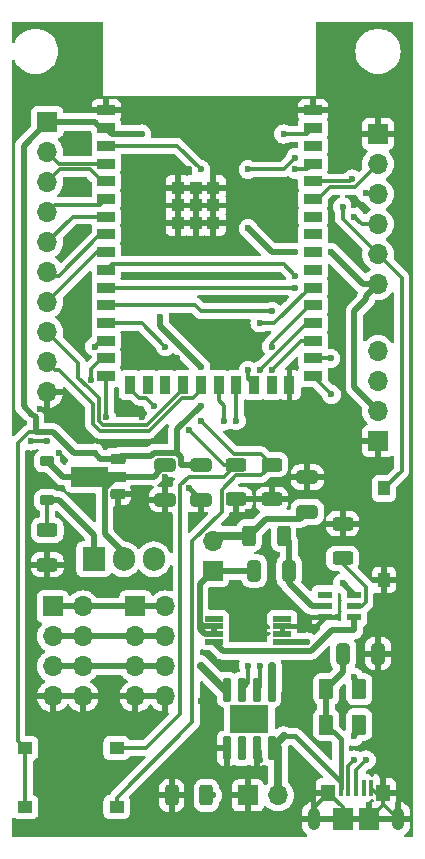
<source format=gtl>
%TF.GenerationSoftware,KiCad,Pcbnew,8.0.1*%
%TF.CreationDate,2024-03-25T00:20:22-03:00*%
%TF.ProjectId,estacao_metereologica_lora,65737461-6361-46f5-9f6d-65746572656f,rev?*%
%TF.SameCoordinates,Original*%
%TF.FileFunction,Copper,L1,Top*%
%TF.FilePolarity,Positive*%
%FSLAX46Y46*%
G04 Gerber Fmt 4.6, Leading zero omitted, Abs format (unit mm)*
G04 Created by KiCad (PCBNEW 8.0.1) date 2024-03-25 00:20:22*
%MOMM*%
%LPD*%
G01*
G04 APERTURE LIST*
G04 Aperture macros list*
%AMRoundRect*
0 Rectangle with rounded corners*
0 $1 Rounding radius*
0 $2 $3 $4 $5 $6 $7 $8 $9 X,Y pos of 4 corners*
0 Add a 4 corners polygon primitive as box body*
4,1,4,$2,$3,$4,$5,$6,$7,$8,$9,$2,$3,0*
0 Add four circle primitives for the rounded corners*
1,1,$1+$1,$2,$3*
1,1,$1+$1,$4,$5*
1,1,$1+$1,$6,$7*
1,1,$1+$1,$8,$9*
0 Add four rect primitives between the rounded corners*
20,1,$1+$1,$2,$3,$4,$5,0*
20,1,$1+$1,$4,$5,$6,$7,0*
20,1,$1+$1,$6,$7,$8,$9,0*
20,1,$1+$1,$8,$9,$2,$3,0*%
%AMFreePoly0*
4,1,9,3.862500,-0.866500,0.737500,-0.866500,0.737500,-0.450000,-0.737500,-0.450000,-0.737500,0.450000,0.737500,0.450000,0.737500,0.866500,3.862500,0.866500,3.862500,-0.866500,3.862500,-0.866500,$1*%
G04 Aperture macros list end*
%TA.AperFunction,SMDPad,CuDef*%
%ADD10RoundRect,0.250000X0.650000X-0.325000X0.650000X0.325000X-0.650000X0.325000X-0.650000X-0.325000X0*%
%TD*%
%TA.AperFunction,SMDPad,CuDef*%
%ADD11RoundRect,0.250000X0.625000X-0.312500X0.625000X0.312500X-0.625000X0.312500X-0.625000X-0.312500X0*%
%TD*%
%TA.AperFunction,SMDPad,CuDef*%
%ADD12RoundRect,0.225000X-0.375000X0.225000X-0.375000X-0.225000X0.375000X-0.225000X0.375000X0.225000X0*%
%TD*%
%TA.AperFunction,SMDPad,CuDef*%
%ADD13RoundRect,0.250000X0.375000X0.625000X-0.375000X0.625000X-0.375000X-0.625000X0.375000X-0.625000X0*%
%TD*%
%TA.AperFunction,SMDPad,CuDef*%
%ADD14RoundRect,0.250000X0.312500X0.625000X-0.312500X0.625000X-0.312500X-0.625000X0.312500X-0.625000X0*%
%TD*%
%TA.AperFunction,ComponentPad*%
%ADD15R,1.700000X1.700000*%
%TD*%
%TA.AperFunction,ComponentPad*%
%ADD16O,1.700000X1.700000*%
%TD*%
%TA.AperFunction,SMDPad,CuDef*%
%ADD17RoundRect,0.225000X0.425000X0.225000X-0.425000X0.225000X-0.425000X-0.225000X0.425000X-0.225000X0*%
%TD*%
%TA.AperFunction,SMDPad,CuDef*%
%ADD18FreePoly0,180.000000*%
%TD*%
%TA.AperFunction,SMDPad,CuDef*%
%ADD19R,0.400000X1.400000*%
%TD*%
%TA.AperFunction,ComponentPad*%
%ADD20O,1.050000X1.900000*%
%TD*%
%TA.AperFunction,SMDPad,CuDef*%
%ADD21R,1.150000X1.450000*%
%TD*%
%TA.AperFunction,SMDPad,CuDef*%
%ADD22R,1.750000X1.900000*%
%TD*%
%TA.AperFunction,SMDPad,CuDef*%
%ADD23RoundRect,0.250000X-0.650000X0.325000X-0.650000X-0.325000X0.650000X-0.325000X0.650000X0.325000X0*%
%TD*%
%TA.AperFunction,SMDPad,CuDef*%
%ADD24RoundRect,0.250000X-0.325000X-0.650000X0.325000X-0.650000X0.325000X0.650000X-0.325000X0.650000X0*%
%TD*%
%TA.AperFunction,ComponentPad*%
%ADD25R,1.905000X2.000000*%
%TD*%
%TA.AperFunction,ComponentPad*%
%ADD26O,1.905000X2.000000*%
%TD*%
%TA.AperFunction,SMDPad,CuDef*%
%ADD27R,1.250000X1.000000*%
%TD*%
%TA.AperFunction,SMDPad,CuDef*%
%ADD28R,1.210000X0.590000*%
%TD*%
%TA.AperFunction,SMDPad,CuDef*%
%ADD29RoundRect,0.250000X0.325000X0.650000X-0.325000X0.650000X-0.325000X-0.650000X0.325000X-0.650000X0*%
%TD*%
%TA.AperFunction,SMDPad,CuDef*%
%ADD30RoundRect,0.042000X0.258000X-0.943000X0.258000X0.943000X-0.258000X0.943000X-0.258000X-0.943000X0*%
%TD*%
%TA.AperFunction,SMDPad,CuDef*%
%ADD31R,3.302000X2.413000*%
%TD*%
%TA.AperFunction,SMDPad,CuDef*%
%ADD32RoundRect,0.020000X-0.760000X-0.180000X0.760000X-0.180000X0.760000X0.180000X-0.760000X0.180000X0*%
%TD*%
%TA.AperFunction,SMDPad,CuDef*%
%ADD33R,1.000000X1.250000*%
%TD*%
%TA.AperFunction,SMDPad,CuDef*%
%ADD34R,1.500000X0.900000*%
%TD*%
%TA.AperFunction,SMDPad,CuDef*%
%ADD35R,0.900000X1.500000*%
%TD*%
%TA.AperFunction,SMDPad,CuDef*%
%ADD36R,1.100000X1.100000*%
%TD*%
%TA.AperFunction,ViaPad*%
%ADD37C,0.600000*%
%TD*%
%TA.AperFunction,Conductor*%
%ADD38C,0.200000*%
%TD*%
%TA.AperFunction,Conductor*%
%ADD39C,0.300000*%
%TD*%
%TA.AperFunction,Conductor*%
%ADD40C,0.400000*%
%TD*%
%TA.AperFunction,Conductor*%
%ADD41C,0.500000*%
%TD*%
%TA.AperFunction,Conductor*%
%ADD42C,0.700000*%
%TD*%
%ADD43C,0.300000*%
%ADD44C,0.350000*%
%ADD45O,0.450000X1.250000*%
G04 APERTURE END LIST*
D10*
%TO.P,C5,1*%
%TO.N,/BATERY*%
X116000000Y-90000000D03*
%TO.P,C5,2*%
%TO.N,GND*%
X116000000Y-87050000D03*
%TD*%
D11*
%TO.P,R5,1*%
%TO.N,GND*%
X110000000Y-88925000D03*
%TO.P,R5,2*%
%TO.N,/BTN1*%
X110000000Y-86000000D03*
%TD*%
D12*
%TO.P,D3,1,K*%
%TO.N,Net-(D3-K)*%
X94000000Y-85700000D03*
%TO.P,D3,2,A*%
%TO.N,+5V*%
X94000000Y-89000000D03*
%TD*%
D13*
%TO.P,D2,1,K*%
%TO.N,Net-(D2-K)*%
X120400000Y-108000000D03*
%TO.P,D2,2,A*%
%TO.N,+5V*%
X117600000Y-108000000D03*
%TD*%
D14*
%TO.P,R1,2*%
%TO.N,GND*%
X104537500Y-114000000D03*
%TO.P,R1,1*%
%TO.N,Net-(U2-PROG)*%
X107462500Y-114000000D03*
%TD*%
D15*
%TO.P,J1,1,Pin_1*%
%TO.N,GND*%
X111000000Y-114000000D03*
D16*
%TO.P,J1,2,Pin_2*%
%TO.N,+5V*%
X113540000Y-114000000D03*
%TD*%
D17*
%TO.P,U4,1,GND*%
%TO.N,GND*%
X99950000Y-88500000D03*
D18*
%TO.P,U4,2,VIN*%
%TO.N,Net-(D3-K)*%
X99862500Y-87000000D03*
D17*
%TO.P,U4,3,VOUT*%
%TO.N,+3.3V*%
X99950000Y-85500000D03*
%TD*%
D19*
%TO.P,J2,1,VBUS*%
%TO.N,+5V*%
X118825000Y-113350000D03*
%TO.P,J2,2,D-*%
%TO.N,/USB_D-*%
X119475000Y-113350000D03*
%TO.P,J2,3,D+*%
%TO.N,/USB_D+*%
X120125000Y-113350000D03*
%TO.P,J2,4,ID*%
%TO.N,unconnected-(J2-ID-Pad4)*%
X120775000Y-113350000D03*
%TO.P,J2,5,GND*%
%TO.N,GND*%
X121425000Y-113350000D03*
D20*
%TO.P,J2,6,Shield*%
X116550000Y-116000000D03*
D21*
X117805000Y-113770000D03*
D22*
X119000000Y-116000000D03*
X121250000Y-116000000D03*
D21*
X122445000Y-113770000D03*
D20*
X123700000Y-116000000D03*
%TD*%
D23*
%TO.P,C6,1*%
%TO.N,Net-(D3-K)*%
X104000000Y-86000000D03*
%TO.P,C6,2*%
%TO.N,GND*%
X104000000Y-88950000D03*
%TD*%
D24*
%TO.P,C2,1*%
%TO.N,+5V*%
X119050000Y-102000000D03*
%TO.P,C2,2*%
%TO.N,GND*%
X122000000Y-102000000D03*
%TD*%
D25*
%TO.P,Q2,1,G*%
%TO.N,+5V*%
X97920000Y-94000000D03*
D26*
%TO.P,Q2,2,D*%
%TO.N,Net-(D3-K)*%
X100460000Y-94000000D03*
%TO.P,Q2,3,S*%
%TO.N,/BATERY*%
X103000000Y-94000000D03*
%TD*%
D15*
%TO.P,J3,1,Pin_1*%
%TO.N,/BATERY_N*%
X108000000Y-95000000D03*
D16*
%TO.P,J3,2,Pin_2*%
%TO.N,/BATERY*%
X108000000Y-92460000D03*
%TD*%
D27*
%TO.P,SW1,1,1*%
%TO.N,+3.3V*%
X92125000Y-110000000D03*
%TO.P,SW1,2,2*%
%TO.N,/BTN1*%
X99875000Y-110000000D03*
%TD*%
D28*
%TO.P,U3,1,OD*%
%TO.N,Net-(U3-OD)*%
X120000000Y-98900000D03*
%TO.P,U3,2,CS*%
%TO.N,Net-(U3-CS)*%
X120000000Y-97950000D03*
%TO.P,U3,3,OC*%
%TO.N,Net-(U3-OC)*%
X120000000Y-97000000D03*
%TO.P,U3,4,TD*%
%TO.N,unconnected-(U3-TD-Pad4)*%
X117490000Y-97000000D03*
%TO.P,U3,5,VCC*%
%TO.N,Net-(U3-VCC)*%
X117490000Y-97950000D03*
%TO.P,U3,6,GND*%
%TO.N,GND*%
X117490000Y-98900000D03*
%TD*%
D23*
%TO.P,C8,1*%
%TO.N,+3.3V*%
X107000000Y-86000000D03*
%TO.P,C8,2*%
%TO.N,GND*%
X107000000Y-88950000D03*
%TD*%
D15*
%TO.P,J5,1,Pin_1*%
%TO.N,+3.3V*%
X94000000Y-57000000D03*
D16*
%TO.P,J5,2,Pin_2*%
%TO.N,/ADC_0*%
X94000000Y-59540000D03*
%TO.P,J5,3,Pin_3*%
%TO.N,/ADC_1*%
X94000000Y-62080000D03*
%TO.P,J5,4,Pin_4*%
%TO.N,/ADC_2*%
X94000000Y-64620000D03*
%TO.P,J5,5,Pin_5*%
%TO.N,/ADC_3*%
X94000000Y-67160000D03*
%TO.P,J5,6,Pin_6*%
%TO.N,/ADC_4*%
X94000000Y-69700000D03*
%TO.P,J5,7,Pin_7*%
%TO.N,/ADC_5*%
X94000000Y-72240000D03*
%TO.P,J5,8,Pin_8*%
%TO.N,/DAC1*%
X94000000Y-74780000D03*
%TO.P,J5,9,Pin_9*%
%TO.N,/DAC2*%
X94000000Y-77320000D03*
%TO.P,J5,10,Pin_10*%
%TO.N,GND*%
X94000000Y-79860000D03*
%TD*%
D13*
%TO.P,D1,1,K*%
%TO.N,Net-(D1-K)*%
X120400000Y-105000000D03*
%TO.P,D1,2,A*%
%TO.N,+5V*%
X117600000Y-105000000D03*
%TD*%
D29*
%TO.P,C4,1*%
%TO.N,Net-(U3-VCC)*%
X114475000Y-95000000D03*
%TO.P,C4,2*%
%TO.N,/BATERY_N*%
X111525000Y-95000000D03*
%TD*%
D30*
%TO.P,U2,1,TEMP*%
%TO.N,GND*%
X109190000Y-110000000D03*
%TO.P,U2,2,PROG*%
%TO.N,Net-(U2-PROG)*%
X110460000Y-110000000D03*
%TO.P,U2,3,GND*%
%TO.N,GND*%
X111730000Y-110000000D03*
%TO.P,U2,4,VCC*%
%TO.N,+5V*%
X113000000Y-110000000D03*
%TO.P,U2,5,BAT*%
%TO.N,/BATERY*%
X113000000Y-105050000D03*
%TO.P,U2,6,~{STDBY}*%
%TO.N,Net-(U2-~{STDBY})*%
X111730000Y-105050000D03*
%TO.P,U2,7,~{CHRG}*%
%TO.N,Net-(U2-~{CHRG})*%
X110460000Y-105050000D03*
%TO.P,U2,8,CE*%
%TO.N,+5V*%
X109190000Y-105050000D03*
D31*
%TO.P,U2,9,EP*%
%TO.N,unconnected-(U2-EP-Pad9)*%
X111095000Y-107525000D03*
%TD*%
D32*
%TO.P,Q1,1*%
%TO.N,unconnected-(Q1-Pad1)_0*%
X108120000Y-99025000D03*
%TO.P,Q1,2*%
%TO.N,/BATERY_N*%
X108120000Y-99675000D03*
%TO.P,Q1,3*%
X108120000Y-100325000D03*
%TO.P,Q1,4*%
%TO.N,Net-(U3-OD)*%
X108120000Y-100975000D03*
%TO.P,Q1,5*%
%TO.N,Net-(U3-OC)*%
X113880000Y-100975000D03*
%TO.P,Q1,6*%
%TO.N,GND*%
X113880000Y-100325000D03*
%TO.P,Q1,7*%
X113880000Y-99675000D03*
%TO.P,Q1,8*%
%TO.N,unconnected-(Q1-Pad1)*%
X113880000Y-99025000D03*
%TD*%
D15*
%TO.P,J6,1,Pin_1*%
%TO.N,+3.3V*%
X101460000Y-98000000D03*
D16*
%TO.P,J6,2,Pin_2*%
X104000000Y-98000000D03*
%TO.P,J6,3,Pin_3*%
%TO.N,/SDA*%
X101460000Y-100540000D03*
%TO.P,J6,4,Pin_4*%
X104000000Y-100540000D03*
%TO.P,J6,5,Pin_5*%
%TO.N,/SCL*%
X101460000Y-103080000D03*
%TO.P,J6,6,Pin_6*%
X104000000Y-103080000D03*
%TO.P,J6,7,Pin_7*%
%TO.N,GND*%
X101460000Y-105620000D03*
%TO.P,J6,8,Pin_8*%
X104000000Y-105620000D03*
%TD*%
D11*
%TO.P,R6,1*%
%TO.N,GND*%
X113000000Y-88925000D03*
%TO.P,R6,2*%
%TO.N,/BTN2*%
X113000000Y-86000000D03*
%TD*%
D15*
%TO.P,J10,1,Pin_1*%
%TO.N,GND*%
X122000000Y-58000000D03*
D16*
%TO.P,J10,2,Pin_2*%
%TO.N,/TX*%
X122000000Y-60540000D03*
%TO.P,J10,3,Pin_3*%
%TO.N,/RX*%
X122000000Y-63080000D03*
%TO.P,J10,4,Pin_4*%
%TO.N,/gpio_00*%
X122000000Y-65620000D03*
%TO.P,J10,5,Pin_5*%
%TO.N,/reset*%
X122000000Y-68160000D03*
%TO.P,J10,6,Pin_6*%
%TO.N,+3.3V*%
X122000000Y-70700000D03*
%TD*%
D33*
%TO.P,SW3,1,1*%
%TO.N,GND*%
X122500000Y-95750000D03*
%TO.P,SW3,2,2*%
%TO.N,/reset*%
X122500000Y-88000000D03*
%TD*%
D34*
%TO.P,U1,1,GND*%
%TO.N,GND*%
X99000000Y-56000000D03*
%TO.P,U1,2,3V3*%
%TO.N,+3.3V*%
X99000000Y-57500000D03*
%TO.P,U1,3,GPIO0/BOOT*%
%TO.N,/gpio_00*%
X99000000Y-59000000D03*
%TO.P,U1,4,GPIO1/ADC1_CH0*%
%TO.N,/ADC_0*%
X99000000Y-60500000D03*
%TO.P,U1,5,GPIO2/ADC1_CH1*%
%TO.N,/ADC_1*%
X99000000Y-62000000D03*
%TO.P,U1,6,GPIO3/ADC1_CH2*%
%TO.N,/ADC_2*%
X99000000Y-63500000D03*
%TO.P,U1,7,GPIO4/ADC1_CH3*%
%TO.N,/ADC_3*%
X99000000Y-65000000D03*
%TO.P,U1,8,GPIO5/ADC1_CH4*%
%TO.N,/ADC_4*%
X99000000Y-66500000D03*
%TO.P,U1,9,GPIO6/ADC1_CH5*%
%TO.N,/ADC_5*%
X99000000Y-68000000D03*
%TO.P,U1,10,GPIO7/ADC1_CH6*%
%TO.N,/DISPLAY_SDA*%
X99000000Y-69500000D03*
%TO.P,U1,11,GPIO8/ADC1_CH7*%
%TO.N,/DISPLAY_SCL*%
X99000000Y-71000000D03*
%TO.P,U1,12,GPIO9/ADC1_CH8*%
%TO.N,/DIO1*%
X99000000Y-72500000D03*
%TO.P,U1,13,GPIO10/ADC1_CH9*%
%TO.N,/DIO2*%
X99000000Y-74000000D03*
%TO.P,U1,14,GPIO11/ADC2_CH0*%
%TO.N,/SDA*%
X99000000Y-75500000D03*
%TO.P,U1,15,GPIO12/ADC2_CH1*%
%TO.N,/SCL*%
X99000000Y-77000000D03*
%TO.P,U1,16,GPIO13/ADC2_CH2*%
%TO.N,/BTN1*%
X99000000Y-78500000D03*
D35*
%TO.P,U1,17,GPIO14/ADC2_CH3*%
%TO.N,/BTN2*%
X101000000Y-79250000D03*
%TO.P,U1,18,GPIO15/ADC2_CH4/XTAL_32K_P*%
%TO.N,unconnected-(U1-GPIO15{slash}ADC2_CH4{slash}XTAL_32K_P-Pad18)*%
X102500000Y-79250000D03*
%TO.P,U1,19,GPIO16/ADC2_CH5/XTAL_32K_N*%
%TO.N,unconnected-(U1-GPIO16{slash}ADC2_CH5{slash}XTAL_32K_N-Pad19)*%
X104000000Y-79250000D03*
%TO.P,U1,20,ADC2_CH6/DAC_1/GPIO17*%
%TO.N,/DAC1*%
X105500000Y-79250000D03*
%TO.P,U1,21,ADC2_CH7/DAC_2/GPIO18*%
%TO.N,/DAC2*%
X107000000Y-79250000D03*
%TO.P,U1,22,USB_D-/ADC2_CH8/GPIO19*%
%TO.N,/USB_D-*%
X108500000Y-79250000D03*
%TO.P,U1,23,USB_D+/ADC2_CH9/GPIO20*%
%TO.N,/USB_D+*%
X110000000Y-79250000D03*
%TO.P,U1,24,GPIO21*%
%TO.N,/TXEN*%
X111500000Y-79250000D03*
%TO.P,U1,25,SPI_CS1/GPIO26*%
%TO.N,unconnected-(U1-SPI_CS1{slash}GPIO26-Pad25)*%
X113000000Y-79250000D03*
%TO.P,U1,26,GND*%
%TO.N,GND*%
X114500000Y-79250000D03*
D34*
%TO.P,U1,27,GPIO33*%
%TO.N,/RXEN*%
X116500000Y-78500000D03*
%TO.P,U1,28,GPIO34*%
%TO.N,/NSS*%
X116500000Y-77000000D03*
%TO.P,U1,29,GPIO35*%
%TO.N,/MOSI*%
X116500000Y-75500000D03*
%TO.P,U1,30,GPIO36*%
%TO.N,/SCLK*%
X116500000Y-74000000D03*
%TO.P,U1,31,GPIO37*%
%TO.N,/MISO*%
X116500000Y-72500000D03*
%TO.P,U1,32,GPIO38*%
%TO.N,/RST*%
X116500000Y-71000000D03*
%TO.P,U1,33,MTCK/JTAG/GPIO39*%
%TO.N,unconnected-(U1-MTCK{slash}JTAG{slash}GPIO39-Pad33)*%
X116500000Y-69500000D03*
%TO.P,U1,34,MTDO/JTAG/GPIO40*%
%TO.N,unconnected-(U1-MTDO{slash}JTAG{slash}GPIO40-Pad34)*%
X116500000Y-68000000D03*
%TO.P,U1,35,MTDI/JTAG/GPIO41*%
%TO.N,unconnected-(U1-MTDI{slash}JTAG{slash}GPIO41-Pad35)*%
X116500000Y-66500000D03*
%TO.P,U1,36,MTMS/JTAG/GPIO42*%
%TO.N,unconnected-(U1-MTMS{slash}JTAG{slash}GPIO42-Pad36)*%
X116500000Y-65000000D03*
%TO.P,U1,37,GPIO43/U0TXD/PROG*%
%TO.N,/TX*%
X116500000Y-63500000D03*
%TO.P,U1,38,GPIO44/U0RXD/PROG*%
%TO.N,/RX*%
X116500000Y-62000000D03*
%TO.P,U1,39,GPIO45*%
%TO.N,/BUSY*%
X116500000Y-60500000D03*
%TO.P,U1,40,GPIO46*%
%TO.N,unconnected-(U1-GPIO46-Pad40)*%
X116500000Y-59000000D03*
%TO.P,U1,41,CHIP/PU/RESET*%
%TO.N,/reset*%
X116500000Y-57500000D03*
%TO.P,U1,42,GND*%
%TO.N,GND*%
X116500000Y-56000000D03*
D36*
%TO.P,U1,43,GND*%
X105060000Y-62550000D03*
X105060000Y-64050000D03*
X105060000Y-65550000D03*
X106560000Y-62550000D03*
X106560000Y-64050000D03*
X106560000Y-65550000D03*
X108060000Y-62550000D03*
X108060000Y-64050000D03*
X108060000Y-65550000D03*
%TD*%
D11*
%TO.P,R8,1*%
%TO.N,GND*%
X94000000Y-94462500D03*
%TO.P,R8,2*%
%TO.N,+5V*%
X94000000Y-91537500D03*
%TD*%
D15*
%TO.P,J4,1,Pin_1*%
%TO.N,+3.3V*%
X94460000Y-98000000D03*
D16*
%TO.P,J4,2,Pin_2*%
X97000000Y-98000000D03*
%TO.P,J4,3,Pin_3*%
%TO.N,/SDA*%
X94460000Y-100540000D03*
%TO.P,J4,4,Pin_4*%
X97000000Y-100540000D03*
%TO.P,J4,5,Pin_5*%
%TO.N,/SCL*%
X94460000Y-103080000D03*
%TO.P,J4,6,Pin_6*%
X97000000Y-103080000D03*
%TO.P,J4,7,Pin_7*%
%TO.N,GND*%
X94460000Y-105620000D03*
%TO.P,J4,8,Pin_8*%
X97000000Y-105620000D03*
%TD*%
D14*
%TO.P,R7,1*%
%TO.N,Net-(U3-VCC)*%
X114000000Y-92000000D03*
%TO.P,R7,2*%
%TO.N,/BATERY*%
X111075000Y-92000000D03*
%TD*%
D11*
%TO.P,R4,1*%
%TO.N,Net-(U3-CS)*%
X119000000Y-93925000D03*
%TO.P,R4,2*%
%TO.N,GND*%
X119000000Y-91000000D03*
%TD*%
D27*
%TO.P,SW2,1,1*%
%TO.N,+3.3V*%
X92125000Y-115000000D03*
%TO.P,SW2,2,2*%
%TO.N,/BTN2*%
X99875000Y-115000000D03*
%TD*%
D15*
%TO.P,J9,1,Pin_1*%
%TO.N,GND*%
X122000000Y-84000000D03*
D16*
%TO.P,J9,2,Pin_2*%
%TO.N,+3.3V*%
X122000000Y-81460000D03*
%TO.P,J9,3,Pin_3*%
%TO.N,/DISPLAY_SCL*%
X122000000Y-78920000D03*
%TO.P,J9,4,Pin_4*%
%TO.N,/DISPLAY_SDA*%
X122000000Y-76380000D03*
%TD*%
D37*
%TO.N,Net-(U2-PROG)*%
X108000000Y-114000000D03*
X110460000Y-110000000D03*
%TO.N,GND*%
X107000000Y-111000000D03*
X118000000Y-89000000D03*
X119000000Y-86000000D03*
X111000000Y-72000000D03*
X110000000Y-103000000D03*
X107000000Y-90000000D03*
X95000000Y-85000000D03*
X102000000Y-82000000D03*
X115000000Y-108000000D03*
X106000000Y-75000000D03*
X120000000Y-64000000D03*
X114000000Y-72000000D03*
X107000000Y-70000000D03*
X116000000Y-99000000D03*
X104000000Y-90500000D03*
X97000000Y-62000000D03*
X97000000Y-59000000D03*
X100000000Y-112000000D03*
X106000000Y-61000000D03*
X97000000Y-89000000D03*
X113000000Y-88000000D03*
X96000000Y-67000000D03*
X96000000Y-73000000D03*
X112000000Y-111000000D03*
X104000000Y-87075000D03*
X97000000Y-83000000D03*
X92000000Y-54500000D03*
X103000000Y-84000000D03*
X112000000Y-112000000D03*
X106000000Y-88000000D03*
X116000000Y-112000000D03*
X111000000Y-90000000D03*
X93349239Y-81288578D03*
X105000000Y-77000000D03*
X102000000Y-63000000D03*
X92000000Y-82500000D03*
X115000000Y-103000000D03*
X119000000Y-67000000D03*
X109000000Y-68000000D03*
X107000000Y-106000000D03*
X122000000Y-73000000D03*
X102000000Y-108000000D03*
%TO.N,+3.3V*%
X107000000Y-80990000D03*
X115000000Y-68000000D03*
X103520000Y-73520000D03*
X98000000Y-85000000D03*
X118000000Y-68000000D03*
X111000000Y-66000000D03*
X102000000Y-58000000D03*
X107000000Y-77730000D03*
%TO.N,+5V*%
X114000000Y-109000000D03*
X107000000Y-103000000D03*
%TO.N,/BATERY*%
X113000000Y-103000000D03*
%TO.N,/reset*%
X114000000Y-58000000D03*
X119000000Y-64150000D03*
%TO.N,/gpio_00*%
X120000000Y-65000000D03*
X115000000Y-60000000D03*
X107000000Y-61000000D03*
X111000000Y-61000000D03*
%TO.N,Net-(D1-K)*%
X120000000Y-104000000D03*
%TO.N,Net-(D2-K)*%
X120000000Y-109000000D03*
%TO.N,/BUSY*%
X115000000Y-61000000D03*
%TO.N,/MISO*%
X113000000Y-76000000D03*
%TO.N,/RXEN*%
X118054620Y-80054620D03*
%TO.N,/DIO1*%
X113000000Y-73000000D03*
%TO.N,/DIO2*%
X104000000Y-76000000D03*
%TO.N,/MOSI*%
X113000000Y-78000000D03*
%TO.N,/NSS*%
X118000000Y-77000000D03*
%TO.N,/TXEN*%
X111000000Y-78000000D03*
%TO.N,/RST*%
X112000000Y-74000000D03*
%TO.N,/SCLK*%
X112000000Y-78000000D03*
%TO.N,/USB_D+*%
X121000000Y-111000000D03*
X110000000Y-82290000D03*
%TO.N,/USB_D-*%
X120000000Y-111000000D03*
X109000000Y-82290000D03*
%TO.N,/SDA*%
X98000000Y-76000000D03*
%TO.N,/SCL*%
X97676298Y-78800000D03*
X94000000Y-84000000D03*
X92610000Y-84000000D03*
%TO.N,/DISPLAY_SDA*%
X115000000Y-70000000D03*
%TO.N,/DISPLAY_SCL*%
X115000000Y-71000000D03*
%TO.N,/RX*%
X119810380Y-61810380D03*
X121000000Y-63000000D03*
%TO.N,Net-(U3-OC)*%
X119000000Y-96000000D03*
X116000000Y-101000000D03*
%TO.N,Net-(U2-~{STDBY})*%
X112000000Y-103000000D03*
%TO.N,Net-(U2-~{CHRG})*%
X111000000Y-103000000D03*
%TO.N,/BTN1*%
X106025331Y-83025331D03*
X99000000Y-82000000D03*
%TO.N,/BTN2*%
X103000000Y-81000000D03*
X107000000Y-82290000D03*
%TD*%
D38*
%TO.N,Net-(U2-PROG)*%
X107462500Y-114000000D02*
X108000000Y-114000000D01*
D39*
%TO.N,GND*%
X119000000Y-114965000D02*
X117805000Y-113770000D01*
X122445000Y-114745000D02*
X123700000Y-116000000D01*
X119000000Y-116000000D02*
X119000000Y-114965000D01*
X112000000Y-111000000D02*
X112000000Y-110270000D01*
D40*
X106950000Y-88950000D02*
X106000000Y-88000000D01*
D39*
X122445000Y-113770000D02*
X122445000Y-114745000D01*
D40*
X116715000Y-99675000D02*
X117490000Y-98900000D01*
D39*
X116550000Y-116000000D02*
X116550000Y-115025000D01*
X121845000Y-113770000D02*
X121425000Y-113350000D01*
X121250000Y-116000000D02*
X123700000Y-116000000D01*
X122445000Y-113770000D02*
X122445000Y-114805000D01*
D40*
X113880000Y-99675000D02*
X116715000Y-99675000D01*
D39*
X116550000Y-116000000D02*
X119000000Y-116000000D01*
X121250000Y-116000000D02*
X119000000Y-116000000D01*
X116550000Y-115025000D02*
X117805000Y-113770000D01*
X122445000Y-113770000D02*
X121845000Y-113770000D01*
X122445000Y-114805000D02*
X121250000Y-116000000D01*
D40*
X107000000Y-88950000D02*
X106950000Y-88950000D01*
X113880000Y-99675000D02*
X113880000Y-100325000D01*
D39*
X112000000Y-110270000D02*
X111730000Y-110000000D01*
D41*
%TO.N,+3.3V*%
X102803122Y-85225000D02*
X103053122Y-84975000D01*
X104985939Y-83004062D02*
X107000000Y-80990000D01*
X107000000Y-77730000D02*
X103520000Y-74250000D01*
X103520000Y-74250000D02*
X103520000Y-73520000D01*
X120000000Y-73000000D02*
X121000000Y-72000000D01*
D39*
X92440761Y-83250000D02*
X91500000Y-84190761D01*
X91500000Y-84190761D02*
X91500000Y-109375000D01*
D41*
X92750000Y-81750000D02*
X92689339Y-81750000D01*
X107000000Y-86000000D02*
X105350000Y-86000000D01*
X99950000Y-85500000D02*
X100225000Y-85225000D01*
X93000000Y-82000000D02*
X92750000Y-81750000D01*
D39*
X92125000Y-115000000D02*
X92125000Y-110000000D01*
D41*
X101460000Y-98000000D02*
X104000000Y-98000000D01*
X98000000Y-57000000D02*
X94000000Y-57000000D01*
X102803122Y-85225000D02*
X100225000Y-85225000D01*
X93000000Y-83250000D02*
X93000000Y-82000000D01*
X94500000Y-83250000D02*
X96250000Y-85000000D01*
X92000000Y-59000000D02*
X94000000Y-57000000D01*
X105350000Y-85378122D02*
X104946878Y-84975000D01*
X92689339Y-81750000D02*
X92000000Y-81060661D01*
D39*
X93000000Y-83250000D02*
X92440761Y-83250000D01*
D41*
X121000000Y-71700000D02*
X122000000Y-70700000D01*
X96250000Y-85000000D02*
X98000000Y-85000000D01*
X113000000Y-68000000D02*
X111000000Y-66000000D01*
X92000000Y-81060661D02*
X92000000Y-59000000D01*
X99500000Y-58000000D02*
X99000000Y-57500000D01*
X93000000Y-83250000D02*
X94500000Y-83250000D01*
X103053122Y-84975000D02*
X104946878Y-84975000D01*
X120000000Y-79460000D02*
X120000000Y-73000000D01*
X98500000Y-57500000D02*
X98000000Y-57000000D01*
X98500000Y-85500000D02*
X98000000Y-85000000D01*
X122000000Y-70700000D02*
X120700000Y-70700000D01*
X99000000Y-57500000D02*
X98500000Y-57500000D01*
X101460000Y-98000000D02*
X97000000Y-98000000D01*
X99950000Y-85500000D02*
X98500000Y-85500000D01*
X115000000Y-68000000D02*
X113000000Y-68000000D01*
X102000000Y-58000000D02*
X99500000Y-58000000D01*
X94460000Y-98000000D02*
X97000000Y-98000000D01*
D39*
X91500000Y-109375000D02*
X92125000Y-110000000D01*
D41*
X105350000Y-86000000D02*
X105350000Y-85378122D01*
X122000000Y-81460000D02*
X120000000Y-79460000D01*
X120700000Y-70700000D02*
X118000000Y-68000000D01*
X104985939Y-85014061D02*
X104985939Y-83004062D01*
X104946878Y-84975000D02*
X104985939Y-85014061D01*
X121000000Y-72000000D02*
X121000000Y-71700000D01*
%TO.N,+5V*%
X97920000Y-91920000D02*
X97920000Y-94000000D01*
X94000000Y-89000000D02*
X95000000Y-89000000D01*
D40*
X114975000Y-109000000D02*
X114000000Y-109000000D01*
D39*
X117600000Y-108000000D02*
X117600000Y-108400000D01*
D42*
X113000000Y-110000000D02*
X114000000Y-109000000D01*
D40*
X118825000Y-113350000D02*
X118825000Y-112850000D01*
X118825000Y-109225000D02*
X117600000Y-108000000D01*
X118825000Y-112850000D02*
X114975000Y-109000000D01*
D41*
X117600000Y-105000000D02*
X117600000Y-108000000D01*
D39*
X94000000Y-91537500D02*
X94000000Y-89000000D01*
D41*
X119050000Y-102000000D02*
X119050000Y-103550000D01*
D42*
X113540000Y-114000000D02*
X113540000Y-110000000D01*
D41*
X95000000Y-89000000D02*
X97920000Y-91920000D01*
D42*
X109190000Y-105050000D02*
X109050000Y-105050000D01*
D40*
X118825000Y-113350000D02*
X118825000Y-109225000D01*
D42*
X113540000Y-110000000D02*
X113000000Y-110000000D01*
D41*
X119050000Y-103550000D02*
X117600000Y-105000000D01*
D42*
X109050000Y-105050000D02*
X107000000Y-103000000D01*
D41*
%TO.N,/BATERY_N*%
X108120000Y-100325000D02*
X107340001Y-100325000D01*
X108120000Y-99675000D02*
X107164764Y-99675000D01*
X106890000Y-99400236D02*
X106890000Y-96110000D01*
X106890000Y-99874999D02*
X106890000Y-96110000D01*
X107164764Y-99675000D02*
X106890000Y-99400236D01*
X107340001Y-100325000D02*
X106890000Y-99874999D01*
X108120000Y-100325000D02*
X108120000Y-99675000D01*
X111525000Y-95000000D02*
X108000000Y-95000000D01*
X106890000Y-96110000D02*
X108000000Y-95000000D01*
%TO.N,Net-(U3-VCC)*%
X114475000Y-96040000D02*
X114475000Y-95000000D01*
X117490000Y-97950000D02*
X116385000Y-97950000D01*
X116385000Y-97950000D02*
X114475000Y-96040000D01*
X114475000Y-95000000D02*
X114475000Y-92475000D01*
X114475000Y-92475000D02*
X114000000Y-92000000D01*
%TO.N,/BATERY*%
X112500000Y-90575000D02*
X115425000Y-90575000D01*
X115425000Y-90575000D02*
X116000000Y-90000000D01*
D42*
X111075000Y-92000000D02*
X108460000Y-92000000D01*
X113000000Y-105050000D02*
X113000000Y-103000000D01*
D41*
X111075000Y-92000000D02*
X112500000Y-90575000D01*
D42*
X108460000Y-92000000D02*
X108000000Y-92460000D01*
D41*
%TO.N,Net-(D3-K)*%
X103000000Y-87000000D02*
X104000000Y-86000000D01*
X98850000Y-91850000D02*
X98850000Y-87989172D01*
X99862500Y-87000000D02*
X103000000Y-87000000D01*
X100460000Y-94000000D02*
X100460000Y-93460000D01*
X98850000Y-87989172D02*
X99839172Y-87000000D01*
X100460000Y-93460000D02*
X98850000Y-91850000D01*
X99839172Y-87000000D02*
X99862500Y-87000000D01*
X95300000Y-87000000D02*
X94000000Y-85700000D01*
X99862500Y-87000000D02*
X95300000Y-87000000D01*
D39*
%TO.N,/reset*%
X114000000Y-58000000D02*
X116000000Y-58000000D01*
X122500000Y-88000000D02*
X124000000Y-86500000D01*
X122000000Y-68160000D02*
X119000000Y-65160000D01*
X116000000Y-58000000D02*
X116500000Y-57500000D01*
X119000000Y-65160000D02*
X119000000Y-64150000D01*
X124000000Y-70160000D02*
X122000000Y-68160000D01*
X124000000Y-86500000D02*
X124000000Y-70160000D01*
%TO.N,/gpio_00*%
X105000000Y-59000000D02*
X107000000Y-61000000D01*
X122000000Y-65620000D02*
X120620000Y-65620000D01*
X114000000Y-61000000D02*
X111000000Y-61000000D01*
X99000000Y-59000000D02*
X105000000Y-59000000D01*
X120620000Y-65620000D02*
X120000000Y-65000000D01*
X115000000Y-60000000D02*
X114000000Y-61000000D01*
%TO.N,Net-(D1-K)*%
X120400000Y-104400000D02*
X120000000Y-104000000D01*
X120400000Y-105000000D02*
X120400000Y-104400000D01*
%TO.N,Net-(D2-K)*%
X120400000Y-108600000D02*
X120000000Y-109000000D01*
X120400000Y-108000000D02*
X120400000Y-108600000D01*
%TO.N,/BUSY*%
X115000000Y-61000000D02*
X116000000Y-61000000D01*
X116000000Y-61000000D02*
X116500000Y-60500000D01*
%TO.N,/MISO*%
X113000000Y-75700000D02*
X116200000Y-72500000D01*
X113000000Y-76000000D02*
X113000000Y-75700000D01*
X116200000Y-72500000D02*
X116500000Y-72500000D01*
%TO.N,/RXEN*%
X118054620Y-80054620D02*
X116500000Y-78500000D01*
%TO.N,/DIO1*%
X113000000Y-73000000D02*
X107000000Y-73000000D01*
X107000000Y-73000000D02*
X106500000Y-72500000D01*
X106500000Y-72500000D02*
X99000000Y-72500000D01*
%TO.N,/DIO2*%
X104000000Y-76000000D02*
X102000000Y-74000000D01*
X102000000Y-74000000D02*
X99000000Y-74000000D01*
%TO.N,/MOSI*%
X113000000Y-78000000D02*
X115500000Y-75500000D01*
X115500000Y-75500000D02*
X116500000Y-75500000D01*
%TO.N,/NSS*%
X118000000Y-77000000D02*
X116500000Y-77000000D01*
%TO.N,/TXEN*%
X111000000Y-78750000D02*
X111500000Y-79250000D01*
X111000000Y-78000000D02*
X111000000Y-78750000D01*
%TO.N,/RST*%
X112000000Y-74000000D02*
X113200000Y-74000000D01*
X113200000Y-74000000D02*
X116200000Y-71000000D01*
X116200000Y-71000000D02*
X116500000Y-71000000D01*
%TO.N,/SCLK*%
X116000000Y-74000000D02*
X116500000Y-74000000D01*
X112000000Y-78000000D02*
X116000000Y-74000000D01*
%TO.N,/USB_D+*%
X120125000Y-111875000D02*
X120125000Y-113350000D01*
X121000000Y-111000000D02*
X120125000Y-111875000D01*
X110000000Y-79250000D02*
X110000000Y-82290000D01*
%TO.N,/USB_D-*%
X108500000Y-80500000D02*
X108500000Y-79250000D01*
X119475000Y-113350000D02*
X119475000Y-111525000D01*
X119475000Y-111525000D02*
X120000000Y-111000000D01*
X109000000Y-81000000D02*
X108500000Y-80500000D01*
X109000000Y-82290000D02*
X109000000Y-81000000D01*
%TO.N,/SDA*%
X98500000Y-75500000D02*
X98000000Y-76000000D01*
D41*
X101460000Y-100540000D02*
X104000000Y-100540000D01*
X94460000Y-100540000D02*
X97000000Y-100540000D01*
X97000000Y-100540000D02*
X101460000Y-100540000D01*
D39*
X99000000Y-75500000D02*
X98500000Y-75500000D01*
%TO.N,/SCL*%
X94000000Y-84000000D02*
X92610000Y-84000000D01*
X97676298Y-78800000D02*
X97676298Y-77923702D01*
X98600000Y-77000000D02*
X99000000Y-77000000D01*
D41*
X94460000Y-103080000D02*
X97000000Y-103080000D01*
X97000000Y-103080000D02*
X101460000Y-103080000D01*
X101460000Y-103080000D02*
X104000000Y-103080000D01*
D39*
X97676298Y-77923702D02*
X98600000Y-77000000D01*
%TO.N,/ADC_3*%
X94000000Y-67160000D02*
X96160000Y-65000000D01*
X96160000Y-65000000D02*
X99000000Y-65000000D01*
%TO.N,/ADC_0*%
X94000000Y-59540000D02*
X94960000Y-60500000D01*
X94960000Y-60500000D02*
X99000000Y-60500000D01*
%TO.N,/ADC_2*%
X94000000Y-64620000D02*
X94620000Y-64000000D01*
X94620000Y-64000000D02*
X98500000Y-64000000D01*
X98500000Y-64000000D02*
X99000000Y-63500000D01*
%TO.N,/DAC2*%
X107000000Y-79650000D02*
X107000000Y-79250000D01*
X94680000Y-78000000D02*
X95000000Y-78000000D01*
X105407106Y-80350000D02*
X106300000Y-80350000D01*
X98442894Y-83150000D02*
X102607106Y-83150000D01*
X97850000Y-80850000D02*
X97850000Y-82557106D01*
X94000000Y-77320000D02*
X94680000Y-78000000D01*
X97850000Y-82557106D02*
X98442894Y-83150000D01*
X95000000Y-78000000D02*
X97850000Y-80850000D01*
X106300000Y-80350000D02*
X107000000Y-79650000D01*
X102607106Y-83150000D02*
X105407106Y-80350000D01*
%TO.N,/DAC1*%
X94000000Y-74780000D02*
X96588149Y-77368149D01*
X102400000Y-82650000D02*
X105500000Y-79550000D01*
X96588149Y-78631090D02*
X97407059Y-79450000D01*
X97450000Y-79450000D02*
X98350000Y-80350000D01*
X98350000Y-80350000D02*
X98350000Y-82269239D01*
X97407059Y-79450000D02*
X97450000Y-79450000D01*
X98730761Y-82650000D02*
X102400000Y-82650000D01*
X98350000Y-82269239D02*
X98730761Y-82650000D01*
X105500000Y-79550000D02*
X105500000Y-79250000D01*
X96588149Y-77368149D02*
X96588149Y-78631090D01*
%TO.N,/ADC_4*%
X98500000Y-66500000D02*
X99000000Y-66500000D01*
X95000000Y-70000000D02*
X98500000Y-66500000D01*
X94000000Y-69700000D02*
X94300000Y-70000000D01*
X94300000Y-70000000D02*
X95000000Y-70000000D01*
%TO.N,/ADC_5*%
X94000000Y-72240000D02*
X98240000Y-68000000D01*
X98240000Y-68000000D02*
X99000000Y-68000000D01*
%TO.N,/ADC_1*%
X94000000Y-62080000D02*
X95080000Y-61000000D01*
X98600000Y-62000000D02*
X99000000Y-62000000D01*
X97600000Y-61000000D02*
X98600000Y-62000000D01*
X95080000Y-61000000D02*
X97600000Y-61000000D01*
%TO.N,/DISPLAY_SDA*%
X99000000Y-69500000D02*
X99500000Y-69000000D01*
X99500000Y-69000000D02*
X114000000Y-69000000D01*
X114000000Y-69000000D02*
X115000000Y-70000000D01*
%TO.N,/DISPLAY_SCL*%
X99000000Y-71000000D02*
X115000000Y-71000000D01*
%TO.N,/RX*%
X121080000Y-63080000D02*
X121000000Y-63000000D01*
X122000000Y-63080000D02*
X121080000Y-63080000D01*
X119810380Y-61810380D02*
X119620760Y-62000000D01*
X119620760Y-62000000D02*
X116500000Y-62000000D01*
%TO.N,/TX*%
X120040000Y-62500000D02*
X117900000Y-62500000D01*
X122000000Y-60540000D02*
X120040000Y-62500000D01*
X117900000Y-62500000D02*
X116900000Y-63500000D01*
X116900000Y-63500000D02*
X116500000Y-63500000D01*
D41*
%TO.N,Net-(U3-OC)*%
X120000000Y-97000000D02*
X119000000Y-96000000D01*
X116000000Y-101000000D02*
X113905000Y-101000000D01*
X113905000Y-101000000D02*
X113880000Y-100975000D01*
%TO.N,Net-(U3-OD)*%
X118060661Y-100000000D02*
X116310661Y-101750000D01*
X120000000Y-100000000D02*
X118060661Y-100000000D01*
X120000000Y-98900000D02*
X120000000Y-100000000D01*
X108845000Y-101750000D02*
X108120000Y-101025000D01*
X116310661Y-101750000D02*
X108845000Y-101750000D01*
D39*
%TO.N,Net-(U2-~{STDBY})*%
X112000000Y-104780000D02*
X111730000Y-105050000D01*
X112000000Y-103000000D02*
X112000000Y-104780000D01*
%TO.N,Net-(U2-~{CHRG})*%
X111000000Y-104510000D02*
X110460000Y-105050000D01*
X111000000Y-103000000D02*
X111000000Y-104510000D01*
%TO.N,Net-(U3-CS)*%
X120955000Y-96335000D02*
X119000000Y-94380000D01*
X120650000Y-97950000D02*
X120955000Y-97645000D01*
X119000000Y-94380000D02*
X119000000Y-93925000D01*
X120000000Y-97950000D02*
X120650000Y-97950000D01*
X120955000Y-97645000D02*
X120955000Y-96335000D01*
%TO.N,/BTN1*%
X99000000Y-82000000D02*
X99000000Y-78500000D01*
X109000000Y-86000000D02*
X106025331Y-83025331D01*
X110000000Y-86000000D02*
X109000000Y-86000000D01*
X109000000Y-87000000D02*
X110000000Y-86000000D01*
X105250000Y-87709619D02*
X105959619Y-87000000D01*
X105250000Y-107067057D02*
X105250000Y-87709619D01*
X99875000Y-110000000D02*
X102317057Y-110000000D01*
X105959619Y-87000000D02*
X109000000Y-87000000D01*
X102317057Y-110000000D02*
X105250000Y-107067057D01*
%TO.N,/BTN2*%
X99875000Y-115000000D02*
X99875000Y-114200000D01*
X112087500Y-85087500D02*
X109797500Y-85087500D01*
X99875000Y-114200000D02*
X106290000Y-107785000D01*
X108775000Y-88137500D02*
X110000000Y-86912500D01*
X108775000Y-89987943D02*
X108775000Y-88137500D01*
X109797500Y-85087500D02*
X107000000Y-82290000D01*
X112087500Y-86912500D02*
X113000000Y-86000000D01*
X113000000Y-86000000D02*
X112087500Y-85087500D01*
X101000000Y-79550000D02*
X101000000Y-79250000D01*
X102350000Y-80350000D02*
X101800000Y-80350000D01*
X110000000Y-86912500D02*
X112087500Y-86912500D01*
X106290000Y-92472943D02*
X108775000Y-89987943D01*
X101800000Y-80350000D02*
X101000000Y-79550000D01*
X103000000Y-81000000D02*
X102350000Y-80350000D01*
X106290000Y-107785000D02*
X106290000Y-92472943D01*
%TD*%
%TA.AperFunction,Conductor*%
%TO.N,GND*%
G36*
X98693039Y-48520185D02*
G01*
X98738794Y-48572989D01*
X98750000Y-48624500D01*
X98750000Y-54800000D01*
X116750000Y-54800000D01*
X116750000Y-51000001D01*
X120080395Y-51000001D01*
X120099934Y-51273188D01*
X120099935Y-51273195D01*
X120157337Y-51537068D01*
X120158152Y-51540815D01*
X120253866Y-51797433D01*
X120253868Y-51797438D01*
X120385122Y-52037811D01*
X120385127Y-52037819D01*
X120549252Y-52257066D01*
X120549268Y-52257084D01*
X120742915Y-52450731D01*
X120742933Y-52450747D01*
X120962180Y-52614872D01*
X120962188Y-52614877D01*
X121202561Y-52746131D01*
X121202560Y-52746131D01*
X121202564Y-52746132D01*
X121202567Y-52746134D01*
X121459185Y-52841848D01*
X121726812Y-52900066D01*
X121980460Y-52918207D01*
X121999999Y-52919605D01*
X122000000Y-52919605D01*
X122000001Y-52919605D01*
X122018235Y-52918300D01*
X122273188Y-52900066D01*
X122540815Y-52841848D01*
X122797433Y-52746134D01*
X123037817Y-52614874D01*
X123257074Y-52450741D01*
X123450741Y-52257074D01*
X123614874Y-52037817D01*
X123746134Y-51797433D01*
X123841848Y-51540815D01*
X123900066Y-51273188D01*
X123919605Y-51000000D01*
X123900066Y-50726812D01*
X123841848Y-50459185D01*
X123746134Y-50202567D01*
X123741773Y-50194581D01*
X123614877Y-49962188D01*
X123614872Y-49962180D01*
X123450747Y-49742933D01*
X123450731Y-49742915D01*
X123257084Y-49549268D01*
X123257066Y-49549252D01*
X123037819Y-49385127D01*
X123037811Y-49385122D01*
X122797438Y-49253868D01*
X122797439Y-49253868D01*
X122747468Y-49235230D01*
X122540815Y-49158152D01*
X122540808Y-49158150D01*
X122540807Y-49158150D01*
X122273195Y-49099935D01*
X122273188Y-49099934D01*
X122000001Y-49080395D01*
X121999999Y-49080395D01*
X121726811Y-49099934D01*
X121726804Y-49099935D01*
X121459192Y-49158150D01*
X121459188Y-49158151D01*
X121459185Y-49158152D01*
X121274489Y-49227040D01*
X121202561Y-49253868D01*
X120962188Y-49385122D01*
X120962180Y-49385127D01*
X120742933Y-49549252D01*
X120742915Y-49549268D01*
X120549268Y-49742915D01*
X120549252Y-49742933D01*
X120385127Y-49962180D01*
X120385122Y-49962188D01*
X120253868Y-50202561D01*
X120251578Y-50208700D01*
X120158152Y-50459185D01*
X120158151Y-50459188D01*
X120158150Y-50459192D01*
X120099935Y-50726804D01*
X120099934Y-50726811D01*
X120080395Y-50999998D01*
X120080395Y-51000001D01*
X116750000Y-51000001D01*
X116750000Y-48624500D01*
X116769685Y-48557461D01*
X116822489Y-48511706D01*
X116874000Y-48500500D01*
X124875500Y-48500500D01*
X124942539Y-48520185D01*
X124988294Y-48572989D01*
X124999500Y-48624500D01*
X124999500Y-117375500D01*
X124979815Y-117442539D01*
X124927011Y-117488294D01*
X124875500Y-117499500D01*
X124345624Y-117499500D01*
X124278585Y-117479815D01*
X124232830Y-117427011D01*
X124222886Y-117357853D01*
X124251911Y-117294297D01*
X124276733Y-117272398D01*
X124353399Y-117221170D01*
X124353403Y-117221167D01*
X124496167Y-117078403D01*
X124496170Y-117078399D01*
X124608340Y-116910526D01*
X124608347Y-116910513D01*
X124685609Y-116723983D01*
X124685612Y-116723974D01*
X124724999Y-116525958D01*
X124725000Y-116525955D01*
X124725000Y-116250000D01*
X123925000Y-116250000D01*
X123925000Y-115555245D01*
X123890746Y-115472548D01*
X123827452Y-115409254D01*
X123744755Y-115375000D01*
X123655245Y-115375000D01*
X123572548Y-115409254D01*
X123509254Y-115472548D01*
X123475000Y-115555245D01*
X123475000Y-116250000D01*
X116775000Y-116250000D01*
X116775000Y-115555245D01*
X116740746Y-115472548D01*
X116677452Y-115409254D01*
X116594755Y-115375000D01*
X116505245Y-115375000D01*
X116422548Y-115409254D01*
X116359254Y-115472548D01*
X116325000Y-115555245D01*
X116325000Y-116250000D01*
X115525000Y-116250000D01*
X115525000Y-116525958D01*
X115564387Y-116723974D01*
X115564390Y-116723983D01*
X115641652Y-116910513D01*
X115641659Y-116910526D01*
X115753829Y-117078399D01*
X115753832Y-117078403D01*
X115896596Y-117221167D01*
X115896600Y-117221170D01*
X115973267Y-117272398D01*
X116018072Y-117326010D01*
X116026779Y-117395335D01*
X115996624Y-117458363D01*
X115937181Y-117495082D01*
X115904376Y-117499500D01*
X91124500Y-117499500D01*
X91057461Y-117479815D01*
X91011706Y-117427011D01*
X91000500Y-117375500D01*
X91000500Y-115999001D01*
X91020185Y-115931962D01*
X91072989Y-115886207D01*
X91142147Y-115876263D01*
X91198810Y-115899734D01*
X91241861Y-115931962D01*
X91257668Y-115943795D01*
X91257671Y-115943797D01*
X91392517Y-115994091D01*
X91392516Y-115994091D01*
X91399444Y-115994835D01*
X91452127Y-116000500D01*
X92797872Y-116000499D01*
X92857483Y-115994091D01*
X92992331Y-115943796D01*
X93107546Y-115857546D01*
X93193796Y-115742331D01*
X93244091Y-115607483D01*
X93250500Y-115547873D01*
X93250499Y-114452128D01*
X93244091Y-114392517D01*
X93242941Y-114389435D01*
X93193797Y-114257671D01*
X93193793Y-114257664D01*
X93107547Y-114142455D01*
X93107544Y-114142452D01*
X92992335Y-114056206D01*
X92992330Y-114056203D01*
X92856166Y-114005417D01*
X92800233Y-113963545D01*
X92775816Y-113898081D01*
X92775500Y-113889235D01*
X92775500Y-111110764D01*
X92795185Y-111043725D01*
X92847989Y-110997970D01*
X92856167Y-110994582D01*
X92992328Y-110943797D01*
X92992327Y-110943797D01*
X92992331Y-110943796D01*
X93107546Y-110857546D01*
X93193796Y-110742331D01*
X93244091Y-110607483D01*
X93250500Y-110547873D01*
X93250499Y-109452128D01*
X93244091Y-109392517D01*
X93242121Y-109387236D01*
X93193797Y-109257671D01*
X93193793Y-109257664D01*
X93107547Y-109142455D01*
X93107544Y-109142452D01*
X92992335Y-109056206D01*
X92992328Y-109056202D01*
X92857482Y-109005908D01*
X92857483Y-109005908D01*
X92797883Y-108999501D01*
X92797881Y-108999500D01*
X92797873Y-108999500D01*
X92797865Y-108999500D01*
X92274500Y-108999500D01*
X92207461Y-108979815D01*
X92161706Y-108927011D01*
X92150500Y-108875500D01*
X92150500Y-94712500D01*
X92625001Y-94712500D01*
X92625001Y-94824986D01*
X92635494Y-94927697D01*
X92690641Y-95094119D01*
X92690643Y-95094124D01*
X92782684Y-95243345D01*
X92906654Y-95367315D01*
X93055875Y-95459356D01*
X93055880Y-95459358D01*
X93222302Y-95514505D01*
X93222309Y-95514506D01*
X93325019Y-95524999D01*
X93749999Y-95524999D01*
X93750000Y-95524998D01*
X93750000Y-94712500D01*
X94250000Y-94712500D01*
X94250000Y-95524999D01*
X94674972Y-95524999D01*
X94674986Y-95524998D01*
X94777697Y-95514505D01*
X94944119Y-95459358D01*
X94944124Y-95459356D01*
X95093345Y-95367315D01*
X95217315Y-95243345D01*
X95309356Y-95094124D01*
X95309358Y-95094119D01*
X95364505Y-94927697D01*
X95364506Y-94927690D01*
X95374999Y-94824986D01*
X95375000Y-94824973D01*
X95375000Y-94712500D01*
X94250000Y-94712500D01*
X93750000Y-94712500D01*
X92625001Y-94712500D01*
X92150500Y-94712500D01*
X92150500Y-94212500D01*
X92625000Y-94212500D01*
X93750000Y-94212500D01*
X93750000Y-93400000D01*
X94250000Y-93400000D01*
X94250000Y-94212500D01*
X95374999Y-94212500D01*
X95374999Y-94100028D01*
X95374998Y-94100013D01*
X95364505Y-93997302D01*
X95309358Y-93830880D01*
X95309356Y-93830875D01*
X95217315Y-93681654D01*
X95093345Y-93557684D01*
X94944124Y-93465643D01*
X94944119Y-93465641D01*
X94777697Y-93410494D01*
X94777690Y-93410493D01*
X94674986Y-93400000D01*
X94250000Y-93400000D01*
X93750000Y-93400000D01*
X93325028Y-93400000D01*
X93325012Y-93400001D01*
X93222302Y-93410494D01*
X93055880Y-93465641D01*
X93055875Y-93465643D01*
X92906654Y-93557684D01*
X92782684Y-93681654D01*
X92690643Y-93830875D01*
X92690641Y-93830880D01*
X92635494Y-93997302D01*
X92635493Y-93997309D01*
X92625000Y-94100013D01*
X92625000Y-94212500D01*
X92150500Y-94212500D01*
X92150500Y-84862068D01*
X92170185Y-84795029D01*
X92222989Y-84749274D01*
X92292147Y-84739330D01*
X92315455Y-84745027D01*
X92430737Y-84785366D01*
X92430743Y-84785367D01*
X92430745Y-84785368D01*
X92430746Y-84785368D01*
X92430750Y-84785369D01*
X92609996Y-84805565D01*
X92610000Y-84805565D01*
X92610004Y-84805565D01*
X92789249Y-84785369D01*
X92789251Y-84785368D01*
X92789255Y-84785368D01*
X92789258Y-84785366D01*
X92789262Y-84785366D01*
X92904543Y-84745027D01*
X92959522Y-84725789D01*
X93049096Y-84669505D01*
X93115068Y-84650500D01*
X93142516Y-84650500D01*
X93209555Y-84670185D01*
X93255310Y-84722989D01*
X93265254Y-84792147D01*
X93236229Y-84855703D01*
X93207615Y-84880036D01*
X93181123Y-84896377D01*
X93171954Y-84902033D01*
X93052032Y-85021955D01*
X93052029Y-85021959D01*
X92963001Y-85166294D01*
X92962996Y-85166305D01*
X92909651Y-85327290D01*
X92899500Y-85426647D01*
X92899500Y-85973337D01*
X92899501Y-85973355D01*
X92909650Y-86072707D01*
X92909651Y-86072710D01*
X92962996Y-86233694D01*
X92963001Y-86233705D01*
X93052029Y-86378040D01*
X93052032Y-86378044D01*
X93171955Y-86497967D01*
X93171959Y-86497970D01*
X93316294Y-86586998D01*
X93316297Y-86586999D01*
X93316303Y-86587003D01*
X93477292Y-86640349D01*
X93576655Y-86650500D01*
X93837769Y-86650499D01*
X93904808Y-86670183D01*
X93925450Y-86686818D01*
X94821581Y-87582949D01*
X94835747Y-87592415D01*
X94835748Y-87592415D01*
X94835749Y-87592416D01*
X94944505Y-87665084D01*
X94944506Y-87665084D01*
X94944507Y-87665085D01*
X95001079Y-87688518D01*
X95001080Y-87688518D01*
X95081088Y-87721659D01*
X95197241Y-87744763D01*
X95216468Y-87748587D01*
X95226081Y-87750500D01*
X95226082Y-87750500D01*
X95226083Y-87750500D01*
X95370755Y-87750500D01*
X95437794Y-87770185D01*
X95483549Y-87822989D01*
X95494439Y-87865654D01*
X95499644Y-87938440D01*
X95523647Y-88020184D01*
X95539282Y-88073431D01*
X95540182Y-88076494D01*
X95617967Y-88197530D01*
X95617971Y-88197534D01*
X95711228Y-88278342D01*
X95726706Y-88291754D01*
X95744848Y-88300039D01*
X95857580Y-88351523D01*
X95857583Y-88351523D01*
X95857584Y-88351524D01*
X96000000Y-88372000D01*
X97975500Y-88372000D01*
X98042539Y-88391685D01*
X98088294Y-88444489D01*
X98099500Y-88496000D01*
X98099500Y-90738770D01*
X98079815Y-90805809D01*
X98027011Y-90851564D01*
X97957853Y-90861508D01*
X97894297Y-90832483D01*
X97887819Y-90826451D01*
X95478417Y-88417049D01*
X95440456Y-88391685D01*
X95403295Y-88366855D01*
X95380351Y-88351524D01*
X95355500Y-88334919D01*
X95355488Y-88334912D01*
X95218917Y-88278343D01*
X95218907Y-88278340D01*
X95073920Y-88249500D01*
X95073918Y-88249500D01*
X94926874Y-88249500D01*
X94859835Y-88229815D01*
X94839193Y-88213181D01*
X94828044Y-88202032D01*
X94828040Y-88202029D01*
X94683705Y-88113001D01*
X94683699Y-88112998D01*
X94683697Y-88112997D01*
X94683694Y-88112996D01*
X94522709Y-88059651D01*
X94423346Y-88049500D01*
X93576662Y-88049500D01*
X93576644Y-88049501D01*
X93477292Y-88059650D01*
X93477289Y-88059651D01*
X93316305Y-88112996D01*
X93316294Y-88113001D01*
X93171959Y-88202029D01*
X93171955Y-88202032D01*
X93052032Y-88321955D01*
X93052029Y-88321959D01*
X92963001Y-88466294D01*
X92962996Y-88466305D01*
X92909651Y-88627290D01*
X92899500Y-88726647D01*
X92899500Y-89273337D01*
X92899501Y-89273355D01*
X92909650Y-89372707D01*
X92909651Y-89372710D01*
X92962996Y-89533694D01*
X92963001Y-89533705D01*
X93052029Y-89678040D01*
X93052032Y-89678044D01*
X93171956Y-89797968D01*
X93290599Y-89871148D01*
X93337321Y-89923094D01*
X93349500Y-89976685D01*
X93349500Y-90360018D01*
X93329815Y-90427057D01*
X93277011Y-90472812D01*
X93238107Y-90483376D01*
X93222200Y-90485001D01*
X93055668Y-90540185D01*
X93055663Y-90540187D01*
X92906342Y-90632289D01*
X92782289Y-90756342D01*
X92690187Y-90905663D01*
X92690185Y-90905668D01*
X92677385Y-90944297D01*
X92635001Y-91072203D01*
X92635001Y-91072204D01*
X92635000Y-91072204D01*
X92624500Y-91174983D01*
X92624500Y-91900001D01*
X92624501Y-91900019D01*
X92635000Y-92002796D01*
X92635001Y-92002799D01*
X92651307Y-92052006D01*
X92690186Y-92169334D01*
X92782288Y-92318656D01*
X92906344Y-92442712D01*
X93055666Y-92534814D01*
X93222203Y-92589999D01*
X93324991Y-92600500D01*
X94675008Y-92600499D01*
X94777797Y-92589999D01*
X94944334Y-92534814D01*
X95093656Y-92442712D01*
X95217712Y-92318656D01*
X95309814Y-92169334D01*
X95364999Y-92002797D01*
X95375500Y-91900009D01*
X95375499Y-91174992D01*
X95373758Y-91157952D01*
X95364999Y-91072203D01*
X95364998Y-91072200D01*
X95362449Y-91064507D01*
X95309814Y-90905666D01*
X95217712Y-90756344D01*
X95093656Y-90632288D01*
X94944334Y-90540186D01*
X94777797Y-90485001D01*
X94773965Y-90484609D01*
X94761894Y-90483376D01*
X94697203Y-90456978D01*
X94657053Y-90399796D01*
X94650500Y-90360018D01*
X94650500Y-90011229D01*
X94670185Y-89944190D01*
X94722989Y-89898435D01*
X94792147Y-89888491D01*
X94855703Y-89917516D01*
X94862167Y-89923534D01*
X95976765Y-91038132D01*
X97133181Y-92194548D01*
X97166666Y-92255871D01*
X97169500Y-92282229D01*
X97169500Y-92375500D01*
X97149815Y-92442539D01*
X97097011Y-92488294D01*
X97045501Y-92499500D01*
X96919630Y-92499500D01*
X96919623Y-92499501D01*
X96860016Y-92505908D01*
X96725171Y-92556202D01*
X96725164Y-92556206D01*
X96609955Y-92642452D01*
X96609952Y-92642455D01*
X96523706Y-92757664D01*
X96523702Y-92757671D01*
X96473408Y-92892517D01*
X96467001Y-92952116D01*
X96467000Y-92952135D01*
X96467000Y-95047870D01*
X96467001Y-95047876D01*
X96473408Y-95107483D01*
X96523702Y-95242328D01*
X96523706Y-95242335D01*
X96609952Y-95357544D01*
X96609955Y-95357547D01*
X96725164Y-95443793D01*
X96725171Y-95443797D01*
X96860017Y-95494091D01*
X96860016Y-95494091D01*
X96866944Y-95494835D01*
X96919627Y-95500500D01*
X98920372Y-95500499D01*
X98979983Y-95494091D01*
X99114831Y-95443796D01*
X99230046Y-95357546D01*
X99316296Y-95242331D01*
X99326690Y-95214460D01*
X99368560Y-95158527D01*
X99434023Y-95134108D01*
X99502297Y-95148958D01*
X99515746Y-95157465D01*
X99698462Y-95290217D01*
X99855406Y-95370184D01*
X99902244Y-95394049D01*
X100119751Y-95464721D01*
X100119752Y-95464721D01*
X100119755Y-95464722D01*
X100345646Y-95500500D01*
X100345647Y-95500500D01*
X100574353Y-95500500D01*
X100574354Y-95500500D01*
X100800245Y-95464722D01*
X100800248Y-95464721D01*
X100800249Y-95464721D01*
X101017755Y-95394049D01*
X101017755Y-95394048D01*
X101017758Y-95394048D01*
X101221538Y-95290217D01*
X101406566Y-95155786D01*
X101568286Y-94994066D01*
X101629683Y-94909559D01*
X101685012Y-94866896D01*
X101754625Y-94860917D01*
X101816420Y-94893523D01*
X101830314Y-94909556D01*
X101891714Y-94994066D01*
X102053434Y-95155786D01*
X102238462Y-95290217D01*
X102395406Y-95370184D01*
X102442244Y-95394049D01*
X102659751Y-95464721D01*
X102659752Y-95464721D01*
X102659755Y-95464722D01*
X102885646Y-95500500D01*
X102885647Y-95500500D01*
X103114353Y-95500500D01*
X103114354Y-95500500D01*
X103340245Y-95464722D01*
X103340248Y-95464721D01*
X103340249Y-95464721D01*
X103557755Y-95394049D01*
X103557755Y-95394048D01*
X103557758Y-95394048D01*
X103761538Y-95290217D01*
X103946566Y-95155786D01*
X104108286Y-94994066D01*
X104242717Y-94809038D01*
X104346548Y-94605258D01*
X104346550Y-94605253D01*
X104357569Y-94571341D01*
X104397006Y-94513665D01*
X104461364Y-94486466D01*
X104530211Y-94498380D01*
X104581687Y-94545624D01*
X104599500Y-94609658D01*
X104599500Y-96600894D01*
X104579815Y-96667933D01*
X104527011Y-96713688D01*
X104457853Y-96723632D01*
X104443407Y-96720669D01*
X104235413Y-96664938D01*
X104235403Y-96664936D01*
X104000001Y-96644341D01*
X103999999Y-96644341D01*
X103764596Y-96664936D01*
X103764586Y-96664938D01*
X103536344Y-96726094D01*
X103536335Y-96726098D01*
X103322171Y-96825964D01*
X103322169Y-96825965D01*
X103128600Y-96961503D01*
X103006673Y-97083430D01*
X102945350Y-97116914D01*
X102875658Y-97111930D01*
X102819725Y-97070058D01*
X102802810Y-97039081D01*
X102753797Y-96907671D01*
X102753793Y-96907664D01*
X102667547Y-96792455D01*
X102667544Y-96792452D01*
X102552335Y-96706206D01*
X102552328Y-96706202D01*
X102417482Y-96655908D01*
X102417483Y-96655908D01*
X102357883Y-96649501D01*
X102357881Y-96649500D01*
X102357873Y-96649500D01*
X102357864Y-96649500D01*
X100562129Y-96649500D01*
X100562123Y-96649501D01*
X100502516Y-96655908D01*
X100367671Y-96706202D01*
X100367664Y-96706206D01*
X100252455Y-96792452D01*
X100252452Y-96792455D01*
X100166206Y-96907664D01*
X100166202Y-96907671D01*
X100115908Y-97042517D01*
X100109501Y-97102116D01*
X100109500Y-97102135D01*
X100109500Y-97125500D01*
X100089815Y-97192539D01*
X100037011Y-97238294D01*
X99985500Y-97249500D01*
X98187701Y-97249500D01*
X98120662Y-97229815D01*
X98086126Y-97196623D01*
X98038494Y-97128597D01*
X97871402Y-96961506D01*
X97871395Y-96961501D01*
X97863350Y-96955868D01*
X97794518Y-96907671D01*
X97677834Y-96825967D01*
X97677830Y-96825965D01*
X97659381Y-96817362D01*
X97463663Y-96726097D01*
X97463659Y-96726096D01*
X97463655Y-96726094D01*
X97235413Y-96664938D01*
X97235403Y-96664936D01*
X97000001Y-96644341D01*
X96999999Y-96644341D01*
X96764596Y-96664936D01*
X96764586Y-96664938D01*
X96536344Y-96726094D01*
X96536335Y-96726098D01*
X96322171Y-96825964D01*
X96322169Y-96825965D01*
X96128600Y-96961503D01*
X96006673Y-97083430D01*
X95945350Y-97116914D01*
X95875658Y-97111930D01*
X95819725Y-97070058D01*
X95802810Y-97039081D01*
X95753797Y-96907671D01*
X95753793Y-96907664D01*
X95667547Y-96792455D01*
X95667544Y-96792452D01*
X95552335Y-96706206D01*
X95552328Y-96706202D01*
X95417482Y-96655908D01*
X95417483Y-96655908D01*
X95357883Y-96649501D01*
X95357881Y-96649500D01*
X95357873Y-96649500D01*
X95357864Y-96649500D01*
X93562129Y-96649500D01*
X93562123Y-96649501D01*
X93502516Y-96655908D01*
X93367671Y-96706202D01*
X93367664Y-96706206D01*
X93252455Y-96792452D01*
X93252452Y-96792455D01*
X93166206Y-96907664D01*
X93166202Y-96907671D01*
X93115908Y-97042517D01*
X93109501Y-97102116D01*
X93109500Y-97102135D01*
X93109500Y-98897870D01*
X93109501Y-98897876D01*
X93115908Y-98957483D01*
X93166202Y-99092328D01*
X93166206Y-99092335D01*
X93252452Y-99207544D01*
X93252455Y-99207547D01*
X93367664Y-99293793D01*
X93367671Y-99293797D01*
X93499081Y-99342810D01*
X93555015Y-99384681D01*
X93579432Y-99450145D01*
X93564580Y-99518418D01*
X93543430Y-99546673D01*
X93421503Y-99668600D01*
X93285965Y-99862169D01*
X93285964Y-99862171D01*
X93186098Y-100076335D01*
X93186094Y-100076344D01*
X93124938Y-100304586D01*
X93124936Y-100304596D01*
X93104341Y-100539999D01*
X93104341Y-100540000D01*
X93124936Y-100775403D01*
X93124938Y-100775413D01*
X93186094Y-101003655D01*
X93186096Y-101003659D01*
X93186097Y-101003663D01*
X93198789Y-101030880D01*
X93285965Y-101217830D01*
X93285967Y-101217834D01*
X93421501Y-101411395D01*
X93421506Y-101411402D01*
X93588597Y-101578493D01*
X93588603Y-101578498D01*
X93774158Y-101708425D01*
X93817783Y-101763002D01*
X93824977Y-101832500D01*
X93793454Y-101894855D01*
X93774158Y-101911575D01*
X93588597Y-102041505D01*
X93421505Y-102208597D01*
X93285965Y-102402169D01*
X93285964Y-102402171D01*
X93186098Y-102616335D01*
X93186094Y-102616344D01*
X93124938Y-102844586D01*
X93124936Y-102844596D01*
X93104341Y-103079999D01*
X93104341Y-103080000D01*
X93124936Y-103315403D01*
X93124938Y-103315413D01*
X93186094Y-103543655D01*
X93186096Y-103543659D01*
X93186097Y-103543663D01*
X93264615Y-103712044D01*
X93285965Y-103757830D01*
X93285967Y-103757834D01*
X93421501Y-103951395D01*
X93421506Y-103951402D01*
X93588597Y-104118493D01*
X93588603Y-104118498D01*
X93774594Y-104248730D01*
X93818219Y-104303307D01*
X93825413Y-104372805D01*
X93793890Y-104435160D01*
X93774595Y-104451880D01*
X93588922Y-104581890D01*
X93588920Y-104581891D01*
X93421891Y-104748920D01*
X93421886Y-104748926D01*
X93286400Y-104942420D01*
X93286399Y-104942422D01*
X93186570Y-105156507D01*
X93186567Y-105156513D01*
X93129364Y-105369999D01*
X93129364Y-105370000D01*
X94026988Y-105370000D01*
X93994075Y-105427007D01*
X93960000Y-105554174D01*
X93960000Y-105685826D01*
X93994075Y-105812993D01*
X94026988Y-105870000D01*
X93129364Y-105870000D01*
X93186567Y-106083486D01*
X93186570Y-106083492D01*
X93286399Y-106297578D01*
X93421894Y-106491082D01*
X93588917Y-106658105D01*
X93782421Y-106793600D01*
X93996507Y-106893429D01*
X93996516Y-106893433D01*
X94210000Y-106950634D01*
X94210000Y-106053012D01*
X94267007Y-106085925D01*
X94394174Y-106120000D01*
X94525826Y-106120000D01*
X94652993Y-106085925D01*
X94710000Y-106053012D01*
X94710000Y-106950633D01*
X94923483Y-106893433D01*
X94923492Y-106893429D01*
X95137578Y-106793600D01*
X95331082Y-106658105D01*
X95498105Y-106491082D01*
X95628425Y-106304968D01*
X95683002Y-106261344D01*
X95752501Y-106254151D01*
X95814855Y-106285673D01*
X95831575Y-106304968D01*
X95961894Y-106491082D01*
X96128917Y-106658105D01*
X96322421Y-106793600D01*
X96536507Y-106893429D01*
X96536516Y-106893433D01*
X96750000Y-106950634D01*
X96750000Y-106053012D01*
X96807007Y-106085925D01*
X96934174Y-106120000D01*
X97065826Y-106120000D01*
X97192993Y-106085925D01*
X97250000Y-106053012D01*
X97250000Y-106950634D01*
X97463483Y-106893433D01*
X97463492Y-106893429D01*
X97677578Y-106793600D01*
X97871082Y-106658105D01*
X98038105Y-106491082D01*
X98173600Y-106297578D01*
X98273429Y-106083492D01*
X98273432Y-106083486D01*
X98330636Y-105870000D01*
X97433012Y-105870000D01*
X97465925Y-105812993D01*
X97500000Y-105685826D01*
X97500000Y-105554174D01*
X97465925Y-105427007D01*
X97433012Y-105370000D01*
X98330636Y-105370000D01*
X98330635Y-105369999D01*
X98273432Y-105156513D01*
X98273429Y-105156507D01*
X98173600Y-104942422D01*
X98173599Y-104942420D01*
X98038113Y-104748926D01*
X98038108Y-104748920D01*
X97871078Y-104581890D01*
X97685405Y-104451879D01*
X97641780Y-104397302D01*
X97634588Y-104327804D01*
X97666110Y-104265449D01*
X97685406Y-104248730D01*
X97723289Y-104222204D01*
X97871401Y-104118495D01*
X98038495Y-103951401D01*
X98086127Y-103883376D01*
X98140704Y-103839751D01*
X98187701Y-103830500D01*
X100272299Y-103830500D01*
X100339338Y-103850185D01*
X100373873Y-103883376D01*
X100421505Y-103951401D01*
X100588597Y-104118493D01*
X100588603Y-104118498D01*
X100774594Y-104248730D01*
X100818219Y-104303307D01*
X100825413Y-104372805D01*
X100793890Y-104435160D01*
X100774595Y-104451880D01*
X100588922Y-104581890D01*
X100588920Y-104581891D01*
X100421891Y-104748920D01*
X100421886Y-104748926D01*
X100286400Y-104942420D01*
X100286399Y-104942422D01*
X100186570Y-105156507D01*
X100186567Y-105156513D01*
X100129364Y-105369999D01*
X100129364Y-105370000D01*
X101026988Y-105370000D01*
X100994075Y-105427007D01*
X100960000Y-105554174D01*
X100960000Y-105685826D01*
X100994075Y-105812993D01*
X101026988Y-105870000D01*
X100129364Y-105870000D01*
X100186567Y-106083486D01*
X100186570Y-106083492D01*
X100286399Y-106297578D01*
X100421894Y-106491082D01*
X100588917Y-106658105D01*
X100782421Y-106793600D01*
X100996507Y-106893429D01*
X100996516Y-106893433D01*
X101210000Y-106950634D01*
X101210000Y-106053012D01*
X101267007Y-106085925D01*
X101394174Y-106120000D01*
X101525826Y-106120000D01*
X101652993Y-106085925D01*
X101710000Y-106053012D01*
X101710000Y-106950633D01*
X101923483Y-106893433D01*
X101923492Y-106893429D01*
X102137578Y-106793600D01*
X102331082Y-106658105D01*
X102498105Y-106491082D01*
X102628425Y-106304968D01*
X102683002Y-106261344D01*
X102752501Y-106254151D01*
X102814855Y-106285673D01*
X102831575Y-106304968D01*
X102961894Y-106491082D01*
X103128917Y-106658105D01*
X103322421Y-106793600D01*
X103536507Y-106893429D01*
X103536516Y-106893433D01*
X103750000Y-106950634D01*
X103750000Y-106053012D01*
X103807007Y-106085925D01*
X103934174Y-106120000D01*
X104065826Y-106120000D01*
X104192993Y-106085925D01*
X104250000Y-106053012D01*
X104250000Y-106951240D01*
X104290197Y-107006291D01*
X104294352Y-107076037D01*
X104261189Y-107135920D01*
X102083930Y-109313181D01*
X102022607Y-109346666D01*
X101996249Y-109349500D01*
X101064141Y-109349500D01*
X100997102Y-109329815D01*
X100951347Y-109277011D01*
X100947969Y-109268859D01*
X100943796Y-109257669D01*
X100943793Y-109257665D01*
X100943793Y-109257664D01*
X100857547Y-109142455D01*
X100857544Y-109142452D01*
X100742335Y-109056206D01*
X100742328Y-109056202D01*
X100607482Y-109005908D01*
X100607483Y-109005908D01*
X100547883Y-108999501D01*
X100547881Y-108999500D01*
X100547873Y-108999500D01*
X100547864Y-108999500D01*
X99202129Y-108999500D01*
X99202123Y-108999501D01*
X99142516Y-109005908D01*
X99007671Y-109056202D01*
X99007664Y-109056206D01*
X98892455Y-109142452D01*
X98892452Y-109142455D01*
X98806206Y-109257664D01*
X98806202Y-109257671D01*
X98755908Y-109392517D01*
X98749501Y-109452116D01*
X98749501Y-109452123D01*
X98749500Y-109452135D01*
X98749500Y-110547870D01*
X98749501Y-110547876D01*
X98755908Y-110607483D01*
X98806202Y-110742328D01*
X98806206Y-110742335D01*
X98892452Y-110857544D01*
X98892455Y-110857547D01*
X99007664Y-110943793D01*
X99007671Y-110943797D01*
X99142517Y-110994091D01*
X99142516Y-110994091D01*
X99149444Y-110994835D01*
X99202127Y-111000500D01*
X100547872Y-111000499D01*
X100607483Y-110994091D01*
X100742331Y-110943796D01*
X100857546Y-110857546D01*
X100943796Y-110742331D01*
X100947960Y-110731165D01*
X100989829Y-110675234D01*
X101055293Y-110650816D01*
X101064141Y-110650500D01*
X102205191Y-110650500D01*
X102272230Y-110670185D01*
X102317985Y-110722989D01*
X102327929Y-110792147D01*
X102298904Y-110855703D01*
X102292872Y-110862181D01*
X99369727Y-113785325D01*
X99369724Y-113785328D01*
X99331068Y-113843183D01*
X99298538Y-113891866D01*
X99298536Y-113891871D01*
X99298535Y-113891873D01*
X99294017Y-113902779D01*
X99284523Y-113925699D01*
X99240680Y-113980101D01*
X99183218Y-114001532D01*
X99142520Y-114005907D01*
X99007671Y-114056202D01*
X99007664Y-114056206D01*
X98892455Y-114142452D01*
X98892452Y-114142455D01*
X98806206Y-114257664D01*
X98806202Y-114257671D01*
X98755908Y-114392517D01*
X98749501Y-114452116D01*
X98749501Y-114452123D01*
X98749500Y-114452135D01*
X98749500Y-115547870D01*
X98749501Y-115547876D01*
X98755908Y-115607483D01*
X98806202Y-115742328D01*
X98806206Y-115742335D01*
X98892452Y-115857544D01*
X98892455Y-115857547D01*
X99007664Y-115943793D01*
X99007671Y-115943797D01*
X99142517Y-115994091D01*
X99142516Y-115994091D01*
X99149444Y-115994835D01*
X99202127Y-116000500D01*
X100547872Y-116000499D01*
X100607483Y-115994091D01*
X100742331Y-115943796D01*
X100857546Y-115857546D01*
X100938055Y-115750000D01*
X115525000Y-115750000D01*
X116300000Y-115750000D01*
X116300000Y-114579646D01*
X116299999Y-114579645D01*
X116251022Y-114589388D01*
X116251015Y-114589390D01*
X116064486Y-114666652D01*
X116064473Y-114666659D01*
X115896600Y-114778829D01*
X115896596Y-114778832D01*
X115753832Y-114921596D01*
X115753829Y-114921600D01*
X115641659Y-115089473D01*
X115641652Y-115089486D01*
X115564390Y-115276016D01*
X115564387Y-115276025D01*
X115525000Y-115474041D01*
X115525000Y-115750000D01*
X100938055Y-115750000D01*
X100943796Y-115742331D01*
X100994091Y-115607483D01*
X101000500Y-115547873D01*
X101000499Y-114452128D01*
X100994091Y-114392517D01*
X100992941Y-114389435D01*
X100943797Y-114257671D01*
X100943795Y-114257668D01*
X100938055Y-114250000D01*
X103475001Y-114250000D01*
X103475001Y-114674986D01*
X103485494Y-114777697D01*
X103540641Y-114944119D01*
X103540643Y-114944124D01*
X103632684Y-115093345D01*
X103756654Y-115217315D01*
X103905875Y-115309356D01*
X103905880Y-115309358D01*
X104072302Y-115364505D01*
X104072309Y-115364506D01*
X104175019Y-115374999D01*
X104287499Y-115374999D01*
X104287500Y-115374998D01*
X104287500Y-114250000D01*
X104787500Y-114250000D01*
X104787500Y-115374999D01*
X104899972Y-115374999D01*
X104899986Y-115374998D01*
X105002697Y-115364505D01*
X105169119Y-115309358D01*
X105169124Y-115309356D01*
X105318345Y-115217315D01*
X105442315Y-115093345D01*
X105534356Y-114944124D01*
X105534358Y-114944119D01*
X105589505Y-114777697D01*
X105589506Y-114777690D01*
X105599997Y-114675001D01*
X106399500Y-114675001D01*
X106399501Y-114675018D01*
X106410000Y-114777796D01*
X106410001Y-114777799D01*
X106443927Y-114880178D01*
X106465186Y-114944334D01*
X106557288Y-115093656D01*
X106681344Y-115217712D01*
X106830666Y-115309814D01*
X106997203Y-115364999D01*
X107099991Y-115375500D01*
X107825008Y-115375499D01*
X107825016Y-115375498D01*
X107825019Y-115375498D01*
X107881302Y-115369748D01*
X107927797Y-115364999D01*
X108094334Y-115309814D01*
X108243656Y-115217712D01*
X108367712Y-115093656D01*
X108459814Y-114944334D01*
X108514999Y-114777797D01*
X108525500Y-114675009D01*
X108525499Y-114657943D01*
X108545180Y-114590906D01*
X108561819Y-114570258D01*
X108581578Y-114550500D01*
X108629816Y-114502262D01*
X108725789Y-114349522D01*
X108785368Y-114179255D01*
X108787821Y-114157483D01*
X108805565Y-114000003D01*
X108805565Y-113999996D01*
X108785369Y-113820750D01*
X108785368Y-113820745D01*
X108760613Y-113750000D01*
X108725789Y-113650478D01*
X108629816Y-113497738D01*
X108561818Y-113429740D01*
X108528333Y-113368417D01*
X108525499Y-113342059D01*
X108525499Y-113324998D01*
X108525498Y-113324981D01*
X108514999Y-113222203D01*
X108514998Y-113222200D01*
X108459814Y-113055666D01*
X108367712Y-112906344D01*
X108243656Y-112782288D01*
X108121025Y-112706649D01*
X108094336Y-112690187D01*
X108094331Y-112690185D01*
X108087161Y-112687809D01*
X107927797Y-112635001D01*
X107927795Y-112635000D01*
X107825010Y-112624500D01*
X107099998Y-112624500D01*
X107099980Y-112624501D01*
X106997203Y-112635000D01*
X106997200Y-112635001D01*
X106830668Y-112690185D01*
X106830663Y-112690187D01*
X106681342Y-112782289D01*
X106557289Y-112906342D01*
X106465187Y-113055663D01*
X106465185Y-113055668D01*
X106465115Y-113055880D01*
X106410001Y-113222203D01*
X106410001Y-113222204D01*
X106410000Y-113222204D01*
X106399500Y-113324983D01*
X106399500Y-114675001D01*
X105599997Y-114675001D01*
X105599999Y-114674986D01*
X105600000Y-114674973D01*
X105600000Y-114250000D01*
X104787500Y-114250000D01*
X104287500Y-114250000D01*
X103475001Y-114250000D01*
X100938055Y-114250000D01*
X100927131Y-114235408D01*
X100919772Y-114225577D01*
X100895355Y-114160115D01*
X100910206Y-114091842D01*
X100931354Y-114063590D01*
X101244944Y-113750000D01*
X103475000Y-113750000D01*
X104287500Y-113750000D01*
X104287500Y-112625000D01*
X104787500Y-112625000D01*
X104787500Y-113750000D01*
X105599999Y-113750000D01*
X105599999Y-113325028D01*
X105599998Y-113325013D01*
X105589505Y-113222302D01*
X105534358Y-113055880D01*
X105534356Y-113055875D01*
X105442315Y-112906654D01*
X105318345Y-112782684D01*
X105169124Y-112690643D01*
X105169119Y-112690641D01*
X105002697Y-112635494D01*
X105002690Y-112635493D01*
X104899986Y-112625000D01*
X104787500Y-112625000D01*
X104287500Y-112625000D01*
X104175027Y-112625000D01*
X104175012Y-112625001D01*
X104072302Y-112635494D01*
X103905880Y-112690641D01*
X103905875Y-112690643D01*
X103756654Y-112782684D01*
X103632684Y-112906654D01*
X103540643Y-113055875D01*
X103540641Y-113055880D01*
X103485494Y-113222302D01*
X103485493Y-113222309D01*
X103475000Y-113325013D01*
X103475000Y-113750000D01*
X101244944Y-113750000D01*
X104744945Y-110250000D01*
X108390000Y-110250000D01*
X108390000Y-110985434D01*
X108400459Y-111072530D01*
X108400459Y-111072531D01*
X108455119Y-111211139D01*
X108545144Y-111329855D01*
X108663860Y-111419880D01*
X108802468Y-111474540D01*
X108889566Y-111485000D01*
X108940000Y-111485000D01*
X108940000Y-110250000D01*
X108390000Y-110250000D01*
X104744945Y-110250000D01*
X106795277Y-108199669D01*
X106866465Y-108093127D01*
X106915501Y-107974744D01*
X106920522Y-107949501D01*
X106940500Y-107849069D01*
X106940500Y-104442651D01*
X106960185Y-104375612D01*
X107012989Y-104329857D01*
X107082147Y-104319913D01*
X107145703Y-104348938D01*
X107152181Y-104354970D01*
X108353181Y-105555970D01*
X108386666Y-105617293D01*
X108389500Y-105643651D01*
X108389500Y-106035468D01*
X108399969Y-106122649D01*
X108399971Y-106122657D01*
X108454677Y-106261380D01*
X108454680Y-106261386D01*
X108476973Y-106290784D01*
X108544788Y-106380212D01*
X108663616Y-106470321D01*
X108802348Y-106525030D01*
X108834287Y-106528865D01*
X108898498Y-106556401D01*
X108937631Y-106614284D01*
X108943500Y-106651980D01*
X108943500Y-108398523D01*
X108923815Y-108465562D01*
X108871011Y-108511317D01*
X108834288Y-108521638D01*
X108802468Y-108525459D01*
X108663860Y-108580119D01*
X108545144Y-108670144D01*
X108455119Y-108788860D01*
X108400459Y-108927468D01*
X108400459Y-108927469D01*
X108390000Y-109014565D01*
X108390000Y-109750000D01*
X109316000Y-109750000D01*
X109383039Y-109769685D01*
X109428794Y-109822489D01*
X109440000Y-109874000D01*
X109440000Y-111485000D01*
X109490434Y-111485000D01*
X109577530Y-111474540D01*
X109577531Y-111474540D01*
X109716139Y-111419880D01*
X109749661Y-111394460D01*
X109814972Y-111369636D01*
X109883336Y-111384064D01*
X109899508Y-111394456D01*
X109933616Y-111420321D01*
X109933619Y-111420322D01*
X110072342Y-111475028D01*
X110072344Y-111475028D01*
X110072348Y-111475030D01*
X110130470Y-111482010D01*
X110159531Y-111485500D01*
X110159532Y-111485500D01*
X110760469Y-111485500D01*
X110782264Y-111482882D01*
X110847652Y-111475030D01*
X110986384Y-111420321D01*
X111020489Y-111394458D01*
X111085796Y-111369636D01*
X111154160Y-111384063D01*
X111170337Y-111394459D01*
X111203860Y-111419880D01*
X111342468Y-111474540D01*
X111429566Y-111485000D01*
X111480000Y-111485000D01*
X111480000Y-109874000D01*
X111499685Y-109806961D01*
X111552489Y-109761206D01*
X111604000Y-109750000D01*
X111856000Y-109750000D01*
X111923039Y-109769685D01*
X111968794Y-109822489D01*
X111980000Y-109874000D01*
X111980000Y-111485000D01*
X112030434Y-111485000D01*
X112117530Y-111474540D01*
X112117531Y-111474540D01*
X112256139Y-111419880D01*
X112289661Y-111394460D01*
X112354972Y-111369636D01*
X112423336Y-111384064D01*
X112439508Y-111394456D01*
X112473616Y-111420321D01*
X112610991Y-111474495D01*
X112666134Y-111517399D01*
X112689327Y-111583307D01*
X112689500Y-111589848D01*
X112689500Y-112889241D01*
X112669815Y-112956280D01*
X112653181Y-112976923D01*
X112546284Y-113083819D01*
X112484961Y-113117303D01*
X112415269Y-113112319D01*
X112359336Y-113070447D01*
X112342421Y-113039470D01*
X112293354Y-112907913D01*
X112293350Y-112907906D01*
X112207190Y-112792812D01*
X112207187Y-112792809D01*
X112092093Y-112706649D01*
X112092086Y-112706645D01*
X111957379Y-112656403D01*
X111957372Y-112656401D01*
X111897844Y-112650000D01*
X111250000Y-112650000D01*
X111250000Y-113566988D01*
X111192993Y-113534075D01*
X111065826Y-113500000D01*
X110934174Y-113500000D01*
X110807007Y-113534075D01*
X110750000Y-113566988D01*
X110750000Y-112650000D01*
X110102155Y-112650000D01*
X110042627Y-112656401D01*
X110042620Y-112656403D01*
X109907913Y-112706645D01*
X109907906Y-112706649D01*
X109792812Y-112792809D01*
X109792809Y-112792812D01*
X109706649Y-112907906D01*
X109706645Y-112907913D01*
X109656403Y-113042620D01*
X109656401Y-113042627D01*
X109650000Y-113102155D01*
X109650000Y-113750000D01*
X110566988Y-113750000D01*
X110534075Y-113807007D01*
X110500000Y-113934174D01*
X110500000Y-114065826D01*
X110534075Y-114192993D01*
X110566988Y-114250000D01*
X109650000Y-114250000D01*
X109650000Y-114897844D01*
X109656401Y-114957372D01*
X109656403Y-114957379D01*
X109706645Y-115092086D01*
X109706649Y-115092093D01*
X109792809Y-115207187D01*
X109792812Y-115207190D01*
X109907906Y-115293350D01*
X109907913Y-115293354D01*
X110042620Y-115343596D01*
X110042627Y-115343598D01*
X110102155Y-115349999D01*
X110102172Y-115350000D01*
X110750000Y-115350000D01*
X110750000Y-114433012D01*
X110807007Y-114465925D01*
X110934174Y-114500000D01*
X111065826Y-114500000D01*
X111192993Y-114465925D01*
X111250000Y-114433012D01*
X111250000Y-115350000D01*
X111897828Y-115350000D01*
X111897844Y-115349999D01*
X111957372Y-115343598D01*
X111957379Y-115343596D01*
X112092086Y-115293354D01*
X112092093Y-115293350D01*
X112207187Y-115207190D01*
X112207190Y-115207187D01*
X112293350Y-115092093D01*
X112293354Y-115092086D01*
X112342422Y-114960529D01*
X112384293Y-114904595D01*
X112449757Y-114880178D01*
X112518030Y-114895030D01*
X112546285Y-114916181D01*
X112668599Y-115038495D01*
X112765384Y-115106265D01*
X112862165Y-115174032D01*
X112862167Y-115174033D01*
X112862170Y-115174035D01*
X113076337Y-115273903D01*
X113076343Y-115273904D01*
X113076344Y-115273905D01*
X113131285Y-115288626D01*
X113304592Y-115335063D01*
X113475319Y-115350000D01*
X113539999Y-115355659D01*
X113540000Y-115355659D01*
X113540001Y-115355659D01*
X113604681Y-115350000D01*
X113775408Y-115335063D01*
X114003663Y-115273903D01*
X114217830Y-115174035D01*
X114411401Y-115038495D01*
X114578495Y-114871401D01*
X114714035Y-114677830D01*
X114813903Y-114463663D01*
X114875063Y-114235408D01*
X114895659Y-114000000D01*
X114875063Y-113764592D01*
X114813903Y-113536337D01*
X114714035Y-113322171D01*
X114644112Y-113222309D01*
X114578494Y-113128597D01*
X114426819Y-112976922D01*
X114393334Y-112915599D01*
X114390500Y-112889241D01*
X114390500Y-109916232D01*
X114386185Y-109894541D01*
X114392411Y-109824950D01*
X114420123Y-109782665D01*
X114465973Y-109736817D01*
X114527297Y-109703333D01*
X114553652Y-109700500D01*
X114633481Y-109700500D01*
X114700520Y-109720185D01*
X114721162Y-109736819D01*
X117317662Y-112333319D01*
X117351147Y-112394642D01*
X117346163Y-112464334D01*
X117304291Y-112520267D01*
X117238827Y-112544684D01*
X117229981Y-112545000D01*
X117182155Y-112545000D01*
X117122627Y-112551401D01*
X117122620Y-112551403D01*
X116987913Y-112601645D01*
X116987906Y-112601649D01*
X116872812Y-112687809D01*
X116872809Y-112687812D01*
X116786649Y-112802906D01*
X116786645Y-112802913D01*
X116736403Y-112937620D01*
X116736401Y-112937627D01*
X116730000Y-112997155D01*
X116730000Y-113520000D01*
X117931000Y-113520000D01*
X117998039Y-113539685D01*
X118043794Y-113592489D01*
X118055000Y-113644000D01*
X118055000Y-113896000D01*
X118035315Y-113963039D01*
X117982511Y-114008794D01*
X117931000Y-114020000D01*
X116730000Y-114020000D01*
X116730000Y-114507000D01*
X116763681Y-114540681D01*
X116797166Y-114602004D01*
X116800000Y-114628362D01*
X116800000Y-115750000D01*
X121000000Y-115750000D01*
X121000000Y-114660950D01*
X121019685Y-114593911D01*
X121072489Y-114548156D01*
X121080667Y-114544768D01*
X121082481Y-114544091D01*
X121082483Y-114544091D01*
X121160968Y-114514817D01*
X121204301Y-114507000D01*
X121225000Y-114507000D01*
X121242926Y-114489073D01*
X121244685Y-114483084D01*
X121274686Y-114450859D01*
X121332546Y-114407546D01*
X121401733Y-114315123D01*
X121457667Y-114273253D01*
X121527359Y-114268269D01*
X121588682Y-114301754D01*
X121622166Y-114363078D01*
X121625000Y-114389435D01*
X121625000Y-114469000D01*
X121605315Y-114536039D01*
X121552511Y-114581794D01*
X121501000Y-114593000D01*
X121500000Y-114593000D01*
X121500000Y-115750000D01*
X123450000Y-115750000D01*
X123450000Y-114628362D01*
X123464305Y-114579645D01*
X123950000Y-114579645D01*
X123950000Y-115750000D01*
X124725000Y-115750000D01*
X124725000Y-115474045D01*
X124724999Y-115474041D01*
X124685612Y-115276025D01*
X124685609Y-115276016D01*
X124608347Y-115089486D01*
X124608340Y-115089473D01*
X124496170Y-114921600D01*
X124496167Y-114921596D01*
X124353403Y-114778832D01*
X124353399Y-114778829D01*
X124185526Y-114666659D01*
X124185513Y-114666652D01*
X123998984Y-114589390D01*
X123998977Y-114589388D01*
X123950000Y-114579645D01*
X123464305Y-114579645D01*
X123469685Y-114561323D01*
X123486319Y-114540681D01*
X123520000Y-114507000D01*
X123520000Y-114020000D01*
X122319000Y-114020000D01*
X122251961Y-114000315D01*
X122206206Y-113947511D01*
X122195000Y-113896000D01*
X122195000Y-112545000D01*
X122695000Y-112545000D01*
X122695000Y-113520000D01*
X123520000Y-113520000D01*
X123520000Y-112997172D01*
X123519999Y-112997155D01*
X123513598Y-112937627D01*
X123513596Y-112937620D01*
X123463354Y-112802913D01*
X123463350Y-112802906D01*
X123377190Y-112687812D01*
X123377187Y-112687809D01*
X123262093Y-112601649D01*
X123262086Y-112601645D01*
X123127379Y-112551403D01*
X123127372Y-112551401D01*
X123067844Y-112545000D01*
X122695000Y-112545000D01*
X122195000Y-112545000D01*
X122190601Y-112540601D01*
X122138541Y-112525315D01*
X122092786Y-112472511D01*
X122089398Y-112464334D01*
X122068353Y-112407911D01*
X122068350Y-112407906D01*
X121982190Y-112292812D01*
X121982187Y-112292809D01*
X121867093Y-112206649D01*
X121867086Y-112206645D01*
X121732379Y-112156403D01*
X121732372Y-112156401D01*
X121672844Y-112150000D01*
X121625000Y-112150000D01*
X121625000Y-112310565D01*
X121605315Y-112377604D01*
X121552511Y-112423359D01*
X121483353Y-112433303D01*
X121419797Y-112404278D01*
X121401734Y-112384876D01*
X121332547Y-112292455D01*
X121274688Y-112249141D01*
X121232818Y-112193207D01*
X121225027Y-112150027D01*
X121225000Y-112150000D01*
X121177166Y-112150000D01*
X121115595Y-112156619D01*
X121089088Y-112156619D01*
X121079094Y-112155544D01*
X121052640Y-112152700D01*
X120988091Y-112125963D01*
X120948242Y-112068571D01*
X120945747Y-111998746D01*
X120978212Y-111941733D01*
X121098225Y-111821719D01*
X121159544Y-111788237D01*
X121172019Y-111786183D01*
X121179255Y-111785368D01*
X121349522Y-111725789D01*
X121502262Y-111629816D01*
X121629816Y-111502262D01*
X121725789Y-111349522D01*
X121785368Y-111179255D01*
X121797393Y-111072530D01*
X121805565Y-111000003D01*
X121805565Y-110999996D01*
X121785369Y-110820750D01*
X121785368Y-110820745D01*
X121725907Y-110650816D01*
X121725789Y-110650478D01*
X121699985Y-110609412D01*
X121629815Y-110497737D01*
X121502262Y-110370184D01*
X121349523Y-110274211D01*
X121179254Y-110214631D01*
X121179249Y-110214630D01*
X121000004Y-110194435D01*
X120999996Y-110194435D01*
X120820750Y-110214630D01*
X120820737Y-110214633D01*
X120650479Y-110274209D01*
X120565971Y-110327309D01*
X120498734Y-110346309D01*
X120434029Y-110327309D01*
X120349520Y-110274209D01*
X120179262Y-110214633D01*
X120179249Y-110214630D01*
X120000004Y-110194435D01*
X119999996Y-110194435D01*
X119820750Y-110214630D01*
X119820742Y-110214632D01*
X119690454Y-110260222D01*
X119620675Y-110263783D01*
X119560048Y-110229054D01*
X119527821Y-110167061D01*
X119525500Y-110143180D01*
X119525500Y-109856819D01*
X119545185Y-109789780D01*
X119597989Y-109744025D01*
X119667147Y-109734081D01*
X119690455Y-109739778D01*
X119820737Y-109785366D01*
X119820743Y-109785367D01*
X119820745Y-109785368D01*
X119820746Y-109785368D01*
X119820750Y-109785369D01*
X119999996Y-109805565D01*
X120000000Y-109805565D01*
X120000004Y-109805565D01*
X120179249Y-109785369D01*
X120179252Y-109785368D01*
X120179255Y-109785368D01*
X120349522Y-109725789D01*
X120502262Y-109629816D01*
X120629816Y-109502262D01*
X120673005Y-109433527D01*
X120725340Y-109387236D01*
X120777999Y-109375499D01*
X120825002Y-109375499D01*
X120825008Y-109375499D01*
X120927797Y-109364999D01*
X121094334Y-109309814D01*
X121243656Y-109217712D01*
X121367712Y-109093656D01*
X121459814Y-108944334D01*
X121514999Y-108777797D01*
X121525500Y-108675009D01*
X121525499Y-107324992D01*
X121514999Y-107222203D01*
X121459814Y-107055666D01*
X121367712Y-106906344D01*
X121243656Y-106782288D01*
X121094334Y-106690186D01*
X120927797Y-106635001D01*
X120927795Y-106635000D01*
X120825010Y-106624500D01*
X119974998Y-106624500D01*
X119974980Y-106624501D01*
X119872203Y-106635000D01*
X119872200Y-106635001D01*
X119705668Y-106690185D01*
X119705663Y-106690187D01*
X119556342Y-106782289D01*
X119432289Y-106906342D01*
X119340187Y-107055663D01*
X119340185Y-107055668D01*
X119313592Y-107135920D01*
X119285001Y-107222203D01*
X119285001Y-107222204D01*
X119285000Y-107222204D01*
X119274500Y-107324983D01*
X119274500Y-108384481D01*
X119254815Y-108451520D01*
X119202011Y-108497275D01*
X119132853Y-108507219D01*
X119069297Y-108478194D01*
X119062819Y-108472162D01*
X118761818Y-108171161D01*
X118728333Y-108109838D01*
X118725499Y-108083480D01*
X118725499Y-107324998D01*
X118725498Y-107324981D01*
X118714999Y-107222203D01*
X118714998Y-107222200D01*
X118659814Y-107055666D01*
X118567712Y-106906344D01*
X118443656Y-106782288D01*
X118443653Y-106782285D01*
X118409401Y-106761158D01*
X118362678Y-106709210D01*
X118350500Y-106655621D01*
X118350500Y-106344377D01*
X118370185Y-106277338D01*
X118409406Y-106238837D01*
X118443654Y-106217713D01*
X118443653Y-106217713D01*
X118443656Y-106217712D01*
X118567712Y-106093656D01*
X118659814Y-105944334D01*
X118714999Y-105777797D01*
X118725500Y-105675009D01*
X118725499Y-104987228D01*
X118745183Y-104920190D01*
X118761813Y-104899553D01*
X119062821Y-104598545D01*
X119124142Y-104565062D01*
X119193834Y-104570046D01*
X119249767Y-104611918D01*
X119274184Y-104677382D01*
X119274500Y-104686228D01*
X119274500Y-105675001D01*
X119274501Y-105675018D01*
X119285000Y-105777796D01*
X119285001Y-105777799D01*
X119315554Y-105870000D01*
X119340186Y-105944334D01*
X119432288Y-106093656D01*
X119556344Y-106217712D01*
X119705666Y-106309814D01*
X119872203Y-106364999D01*
X119974991Y-106375500D01*
X120825008Y-106375499D01*
X120825016Y-106375498D01*
X120825019Y-106375498D01*
X120881302Y-106369748D01*
X120927797Y-106364999D01*
X121094334Y-106309814D01*
X121243656Y-106217712D01*
X121367712Y-106093656D01*
X121459814Y-105944334D01*
X121514999Y-105777797D01*
X121525500Y-105675009D01*
X121525499Y-104324992D01*
X121514999Y-104222203D01*
X121459814Y-104055666D01*
X121367712Y-103906344D01*
X121243656Y-103782288D01*
X121094334Y-103690186D01*
X120927797Y-103635001D01*
X120927795Y-103635000D01*
X120825016Y-103624500D01*
X120825009Y-103624500D01*
X120777998Y-103624500D01*
X120710959Y-103604815D01*
X120673005Y-103566473D01*
X120629816Y-103497738D01*
X120502262Y-103370184D01*
X120349523Y-103274211D01*
X120179254Y-103214631D01*
X120179250Y-103214630D01*
X120120412Y-103208001D01*
X120055998Y-103180934D01*
X120016443Y-103123339D01*
X120014306Y-103053502D01*
X120028758Y-103019684D01*
X120059809Y-102969342D01*
X120059808Y-102969342D01*
X120059814Y-102969334D01*
X120114999Y-102802797D01*
X120125500Y-102700009D01*
X120125500Y-102250000D01*
X120925001Y-102250000D01*
X120925001Y-102699986D01*
X120935494Y-102802697D01*
X120990641Y-102969119D01*
X120990643Y-102969124D01*
X121082684Y-103118345D01*
X121206654Y-103242315D01*
X121355875Y-103334356D01*
X121355880Y-103334358D01*
X121522302Y-103389505D01*
X121522309Y-103389506D01*
X121625019Y-103399999D01*
X121749999Y-103399999D01*
X121750000Y-103399998D01*
X121750000Y-102250000D01*
X122250000Y-102250000D01*
X122250000Y-103399999D01*
X122374972Y-103399999D01*
X122374986Y-103399998D01*
X122477697Y-103389505D01*
X122644119Y-103334358D01*
X122644124Y-103334356D01*
X122793345Y-103242315D01*
X122917315Y-103118345D01*
X123009356Y-102969124D01*
X123009358Y-102969119D01*
X123064505Y-102802697D01*
X123064506Y-102802690D01*
X123074999Y-102699986D01*
X123075000Y-102699973D01*
X123075000Y-102250000D01*
X122250000Y-102250000D01*
X121750000Y-102250000D01*
X120925001Y-102250000D01*
X120125500Y-102250000D01*
X120125499Y-101750000D01*
X120925000Y-101750000D01*
X121750000Y-101750000D01*
X121750000Y-100600000D01*
X122250000Y-100600000D01*
X122250000Y-101750000D01*
X123074999Y-101750000D01*
X123074999Y-101300028D01*
X123074998Y-101300013D01*
X123064505Y-101197302D01*
X123009358Y-101030880D01*
X123009356Y-101030875D01*
X122917315Y-100881654D01*
X122793345Y-100757684D01*
X122644124Y-100665643D01*
X122644119Y-100665641D01*
X122477697Y-100610494D01*
X122477690Y-100610493D01*
X122374986Y-100600000D01*
X122250000Y-100600000D01*
X121750000Y-100600000D01*
X121625027Y-100600000D01*
X121625012Y-100600001D01*
X121522302Y-100610494D01*
X121355880Y-100665641D01*
X121355875Y-100665643D01*
X121206654Y-100757684D01*
X121082684Y-100881654D01*
X120990643Y-101030875D01*
X120990641Y-101030880D01*
X120935494Y-101197302D01*
X120935493Y-101197309D01*
X120925000Y-101300013D01*
X120925000Y-101750000D01*
X120125499Y-101750000D01*
X120125499Y-101299992D01*
X120125474Y-101299751D01*
X120114999Y-101197203D01*
X120114998Y-101197200D01*
X120059814Y-101030666D01*
X120001122Y-100935511D01*
X119982683Y-100868120D01*
X120003606Y-100801457D01*
X120057248Y-100756687D01*
X120082470Y-100748799D01*
X120139727Y-100737409D01*
X120218913Y-100721658D01*
X120342166Y-100670605D01*
X120355488Y-100665087D01*
X120355488Y-100665086D01*
X120355495Y-100665084D01*
X120478416Y-100582951D01*
X120582951Y-100478416D01*
X120665084Y-100355495D01*
X120721658Y-100218913D01*
X120736423Y-100144685D01*
X120750500Y-100073920D01*
X120750500Y-99761006D01*
X120770185Y-99693967D01*
X120822989Y-99648212D01*
X120831156Y-99644828D01*
X120847331Y-99638796D01*
X120962546Y-99552546D01*
X121048796Y-99437331D01*
X121099091Y-99302483D01*
X121105500Y-99242873D01*
X121105499Y-98557128D01*
X121099091Y-98497517D01*
X121098262Y-98489804D01*
X121101057Y-98489503D01*
X121104072Y-98433059D01*
X121133332Y-98386612D01*
X121460276Y-98059669D01*
X121531465Y-97953127D01*
X121580501Y-97834744D01*
X121588307Y-97795500D01*
X121605500Y-97709069D01*
X121605500Y-96940100D01*
X121625185Y-96873061D01*
X121677989Y-96827306D01*
X121747147Y-96817362D01*
X121772834Y-96823918D01*
X121892623Y-96868597D01*
X121892627Y-96868598D01*
X121952155Y-96874999D01*
X121952172Y-96875000D01*
X122250000Y-96875000D01*
X122250000Y-96000000D01*
X122750000Y-96000000D01*
X122750000Y-96875000D01*
X123047828Y-96875000D01*
X123047844Y-96874999D01*
X123107372Y-96868598D01*
X123107379Y-96868596D01*
X123242086Y-96818354D01*
X123242093Y-96818350D01*
X123357187Y-96732190D01*
X123357190Y-96732187D01*
X123443350Y-96617093D01*
X123443354Y-96617086D01*
X123493596Y-96482379D01*
X123493598Y-96482372D01*
X123499999Y-96422844D01*
X123500000Y-96422827D01*
X123500000Y-96000000D01*
X122750000Y-96000000D01*
X122250000Y-96000000D01*
X121579790Y-96000000D01*
X121512751Y-95980315D01*
X121476688Y-95944891D01*
X121460277Y-95920331D01*
X121460274Y-95920327D01*
X121039947Y-95500000D01*
X121500000Y-95500000D01*
X122250000Y-95500000D01*
X122250000Y-94625000D01*
X122750000Y-94625000D01*
X122750000Y-95500000D01*
X123500000Y-95500000D01*
X123500000Y-95077172D01*
X123499999Y-95077155D01*
X123493598Y-95017627D01*
X123493596Y-95017620D01*
X123443354Y-94882913D01*
X123443350Y-94882906D01*
X123357190Y-94767812D01*
X123357187Y-94767809D01*
X123242093Y-94681649D01*
X123242086Y-94681645D01*
X123107379Y-94631403D01*
X123107372Y-94631401D01*
X123047844Y-94625000D01*
X122750000Y-94625000D01*
X122250000Y-94625000D01*
X121952155Y-94625000D01*
X121892627Y-94631401D01*
X121892620Y-94631403D01*
X121757913Y-94681645D01*
X121757906Y-94681649D01*
X121642812Y-94767809D01*
X121642809Y-94767812D01*
X121556649Y-94882906D01*
X121556645Y-94882913D01*
X121506403Y-95017620D01*
X121506401Y-95017627D01*
X121500000Y-95077155D01*
X121500000Y-95500000D01*
X121039947Y-95500000D01*
X120297871Y-94757925D01*
X120264386Y-94696602D01*
X120269370Y-94626910D01*
X120280011Y-94605151D01*
X120309814Y-94556834D01*
X120364999Y-94390297D01*
X120375500Y-94287509D01*
X120375499Y-93562492D01*
X120370451Y-93513079D01*
X120364999Y-93459703D01*
X120364998Y-93459700D01*
X120348692Y-93410493D01*
X120309814Y-93293166D01*
X120217712Y-93143844D01*
X120093656Y-93019788D01*
X119983972Y-92952135D01*
X119944336Y-92927687D01*
X119944331Y-92927685D01*
X119930159Y-92922989D01*
X119777797Y-92872501D01*
X119777795Y-92872500D01*
X119675010Y-92862000D01*
X118324998Y-92862000D01*
X118324981Y-92862001D01*
X118222203Y-92872500D01*
X118222200Y-92872501D01*
X118055668Y-92927685D01*
X118055663Y-92927687D01*
X117906342Y-93019789D01*
X117782289Y-93143842D01*
X117690187Y-93293163D01*
X117690186Y-93293166D01*
X117635001Y-93459703D01*
X117635001Y-93459704D01*
X117635000Y-93459704D01*
X117624500Y-93562483D01*
X117624500Y-94287501D01*
X117624501Y-94287519D01*
X117635000Y-94390296D01*
X117635001Y-94390299D01*
X117666868Y-94486466D01*
X117690186Y-94556834D01*
X117782288Y-94706156D01*
X117906344Y-94830212D01*
X118055666Y-94922314D01*
X118222203Y-94977499D01*
X118324991Y-94988000D01*
X118636691Y-94987999D01*
X118703730Y-95007683D01*
X118724372Y-95024318D01*
X118750791Y-95050737D01*
X118784276Y-95112060D01*
X118779292Y-95181752D01*
X118737420Y-95237685D01*
X118704065Y-95255459D01*
X118650480Y-95274209D01*
X118497737Y-95370184D01*
X118370184Y-95497737D01*
X118274211Y-95650476D01*
X118214631Y-95820745D01*
X118214630Y-95820750D01*
X118194435Y-95999996D01*
X118194435Y-96000000D01*
X118201940Y-96066617D01*
X118189885Y-96135439D01*
X118142536Y-96186818D01*
X118078720Y-96204500D01*
X116837129Y-96204500D01*
X116837123Y-96204501D01*
X116777516Y-96210908D01*
X116642671Y-96261202D01*
X116642664Y-96261206D01*
X116527455Y-96347452D01*
X116527452Y-96347455D01*
X116441206Y-96462664D01*
X116441202Y-96462671D01*
X116390909Y-96597515D01*
X116389779Y-96608022D01*
X116363037Y-96672572D01*
X116305642Y-96712417D01*
X116235817Y-96714906D01*
X116178809Y-96682441D01*
X115534139Y-96037771D01*
X115500654Y-95976448D01*
X115504113Y-95911091D01*
X115539999Y-95802797D01*
X115550500Y-95700009D01*
X115550499Y-94299992D01*
X115539999Y-94197203D01*
X115484814Y-94030666D01*
X115392712Y-93881344D01*
X115268656Y-93757288D01*
X115263549Y-93752181D01*
X115265435Y-93750294D01*
X115232212Y-93703375D01*
X115225500Y-93663132D01*
X115225500Y-92401079D01*
X115196659Y-92256092D01*
X115196658Y-92256091D01*
X115196658Y-92256087D01*
X115160723Y-92169331D01*
X115140087Y-92119511D01*
X115140080Y-92119498D01*
X115083897Y-92035414D01*
X115063019Y-91968736D01*
X115062999Y-91966523D01*
X115062999Y-91449500D01*
X115082684Y-91382461D01*
X115135488Y-91336706D01*
X115186999Y-91325500D01*
X115498920Y-91325500D01*
X115596462Y-91306096D01*
X115643913Y-91296658D01*
X115756556Y-91250000D01*
X117625001Y-91250000D01*
X117625001Y-91362486D01*
X117635494Y-91465197D01*
X117690641Y-91631619D01*
X117690643Y-91631624D01*
X117782684Y-91780845D01*
X117906654Y-91904815D01*
X118055875Y-91996856D01*
X118055880Y-91996858D01*
X118222302Y-92052005D01*
X118222309Y-92052006D01*
X118325019Y-92062499D01*
X118749999Y-92062499D01*
X118750000Y-92062498D01*
X118750000Y-91250000D01*
X119250000Y-91250000D01*
X119250000Y-92062499D01*
X119674972Y-92062499D01*
X119674986Y-92062498D01*
X119777697Y-92052005D01*
X119944119Y-91996858D01*
X119944124Y-91996856D01*
X120093345Y-91904815D01*
X120217315Y-91780845D01*
X120309356Y-91631624D01*
X120309358Y-91631619D01*
X120364505Y-91465197D01*
X120364506Y-91465190D01*
X120374999Y-91362486D01*
X120375000Y-91362473D01*
X120375000Y-91250000D01*
X119250000Y-91250000D01*
X118750000Y-91250000D01*
X117625001Y-91250000D01*
X115756556Y-91250000D01*
X115780495Y-91240084D01*
X115829729Y-91207186D01*
X115903414Y-91157954D01*
X115949549Y-91111819D01*
X116010872Y-91078333D01*
X116037231Y-91075499D01*
X116700002Y-91075499D01*
X116700008Y-91075499D01*
X116802797Y-91064999D01*
X116969334Y-91009814D01*
X117118656Y-90917712D01*
X117242712Y-90793656D01*
X117269639Y-90750000D01*
X117625000Y-90750000D01*
X118750000Y-90750000D01*
X118750000Y-89937500D01*
X119250000Y-89937500D01*
X119250000Y-90750000D01*
X120374999Y-90750000D01*
X120374999Y-90637528D01*
X120374998Y-90637513D01*
X120364505Y-90534802D01*
X120309358Y-90368380D01*
X120309356Y-90368375D01*
X120217315Y-90219154D01*
X120093345Y-90095184D01*
X119944124Y-90003143D01*
X119944119Y-90003141D01*
X119777697Y-89947994D01*
X119777690Y-89947993D01*
X119674986Y-89937500D01*
X119250000Y-89937500D01*
X118750000Y-89937500D01*
X118325028Y-89937500D01*
X118325012Y-89937501D01*
X118222302Y-89947994D01*
X118055880Y-90003141D01*
X118055875Y-90003143D01*
X117906654Y-90095184D01*
X117782684Y-90219154D01*
X117690643Y-90368375D01*
X117690641Y-90368380D01*
X117635494Y-90534802D01*
X117635493Y-90534809D01*
X117625000Y-90637513D01*
X117625000Y-90750000D01*
X117269639Y-90750000D01*
X117334814Y-90644334D01*
X117389999Y-90477797D01*
X117400500Y-90375009D01*
X117400499Y-89624992D01*
X117389999Y-89522203D01*
X117334814Y-89355666D01*
X117242712Y-89206344D01*
X117118656Y-89082288D01*
X116969334Y-88990186D01*
X116802797Y-88935001D01*
X116802795Y-88935000D01*
X116700010Y-88924500D01*
X115299998Y-88924500D01*
X115299981Y-88924501D01*
X115197203Y-88935000D01*
X115197200Y-88935001D01*
X115030668Y-88990185D01*
X115030663Y-88990187D01*
X114881342Y-89082289D01*
X114757289Y-89206342D01*
X114665187Y-89355663D01*
X114665185Y-89355668D01*
X114641317Y-89427697D01*
X114610001Y-89522203D01*
X114610001Y-89522204D01*
X114610000Y-89522204D01*
X114599500Y-89624983D01*
X114599500Y-89700500D01*
X114579815Y-89767539D01*
X114527011Y-89813294D01*
X114475500Y-89824500D01*
X114366304Y-89824500D01*
X114299265Y-89804815D01*
X114253510Y-89752011D01*
X114243566Y-89682853D01*
X114260765Y-89635403D01*
X114309356Y-89556624D01*
X114309358Y-89556619D01*
X114364505Y-89390197D01*
X114364506Y-89390190D01*
X114374999Y-89287486D01*
X114375000Y-89287473D01*
X114375000Y-89175000D01*
X111625001Y-89175000D01*
X111625001Y-89287486D01*
X111635494Y-89390197D01*
X111690641Y-89556619D01*
X111690643Y-89556624D01*
X111782684Y-89705845D01*
X111906654Y-89829815D01*
X111944604Y-89853223D01*
X111991328Y-89905171D01*
X112002551Y-89974134D01*
X111974707Y-90038216D01*
X111967188Y-90046443D01*
X111425450Y-90588181D01*
X111364127Y-90621666D01*
X111337769Y-90624500D01*
X110712498Y-90624500D01*
X110712480Y-90624501D01*
X110609703Y-90635000D01*
X110609700Y-90635001D01*
X110443168Y-90690185D01*
X110443163Y-90690187D01*
X110293842Y-90782289D01*
X110169789Y-90906342D01*
X110077685Y-91055667D01*
X110074756Y-91064507D01*
X110034982Y-91121951D01*
X109970465Y-91148772D01*
X109957051Y-91149500D01*
X108832751Y-91149500D01*
X108765712Y-91129815D01*
X108719957Y-91077011D01*
X108710013Y-91007853D01*
X108739038Y-90944297D01*
X108745070Y-90937819D01*
X109280273Y-90402616D01*
X109280277Y-90402612D01*
X109351465Y-90296070D01*
X109400501Y-90177686D01*
X109402697Y-90166646D01*
X109418480Y-90087306D01*
X109450866Y-90025396D01*
X109511582Y-89990822D01*
X109540097Y-89987499D01*
X109750000Y-89987499D01*
X109750000Y-89175000D01*
X110250000Y-89175000D01*
X110250000Y-89987499D01*
X110674972Y-89987499D01*
X110674986Y-89987498D01*
X110777697Y-89977005D01*
X110944119Y-89921858D01*
X110944124Y-89921856D01*
X111093345Y-89829815D01*
X111217315Y-89705845D01*
X111309356Y-89556624D01*
X111309358Y-89556619D01*
X111364505Y-89390197D01*
X111364506Y-89390190D01*
X111374999Y-89287486D01*
X111375000Y-89287473D01*
X111375000Y-89175000D01*
X110250000Y-89175000D01*
X109750000Y-89175000D01*
X109750000Y-88799000D01*
X109769685Y-88731961D01*
X109822489Y-88686206D01*
X109874000Y-88675000D01*
X111374999Y-88675000D01*
X111625000Y-88675000D01*
X112750000Y-88675000D01*
X112750000Y-87862500D01*
X113250000Y-87862500D01*
X113250000Y-88675000D01*
X114374999Y-88675000D01*
X114374999Y-88562528D01*
X114374998Y-88562513D01*
X114364505Y-88459802D01*
X114309358Y-88293380D01*
X114309356Y-88293375D01*
X114217315Y-88144154D01*
X114093345Y-88020184D01*
X113944124Y-87928143D01*
X113944119Y-87928141D01*
X113777697Y-87872994D01*
X113777690Y-87872993D01*
X113674986Y-87862500D01*
X113250000Y-87862500D01*
X112750000Y-87862500D01*
X112325028Y-87862500D01*
X112325012Y-87862501D01*
X112222302Y-87872994D01*
X112055880Y-87928141D01*
X112055875Y-87928143D01*
X111906654Y-88020184D01*
X111782684Y-88144154D01*
X111690643Y-88293375D01*
X111690641Y-88293380D01*
X111635494Y-88459802D01*
X111635493Y-88459809D01*
X111625000Y-88562513D01*
X111625000Y-88675000D01*
X111374999Y-88675000D01*
X111374999Y-88562528D01*
X111374998Y-88562513D01*
X111364505Y-88459802D01*
X111309358Y-88293380D01*
X111309356Y-88293375D01*
X111217315Y-88144154D01*
X111093345Y-88020184D01*
X110944124Y-87928143D01*
X110944119Y-87928141D01*
X110777697Y-87872994D01*
X110777690Y-87872993D01*
X110674986Y-87862500D01*
X110269308Y-87862500D01*
X110202269Y-87842815D01*
X110156514Y-87790011D01*
X110146570Y-87720853D01*
X110175595Y-87657297D01*
X110181627Y-87650819D01*
X110233127Y-87599319D01*
X110294450Y-87565834D01*
X110320808Y-87563000D01*
X112151571Y-87563000D01*
X112236115Y-87546182D01*
X112277244Y-87538001D01*
X112395627Y-87488965D01*
X112411415Y-87478416D01*
X112502169Y-87417777D01*
X112619945Y-87300000D01*
X114600001Y-87300000D01*
X114600001Y-87424986D01*
X114610494Y-87527697D01*
X114665641Y-87694119D01*
X114665643Y-87694124D01*
X114757684Y-87843345D01*
X114881654Y-87967315D01*
X115030875Y-88059356D01*
X115030880Y-88059358D01*
X115197302Y-88114505D01*
X115197309Y-88114506D01*
X115300019Y-88124999D01*
X115749999Y-88124999D01*
X115750000Y-88124998D01*
X115750000Y-87300000D01*
X116250000Y-87300000D01*
X116250000Y-88124999D01*
X116699972Y-88124999D01*
X116699986Y-88124998D01*
X116802697Y-88114505D01*
X116969119Y-88059358D01*
X116969124Y-88059356D01*
X117118345Y-87967315D01*
X117242315Y-87843345D01*
X117334356Y-87694124D01*
X117334358Y-87694119D01*
X117389505Y-87527697D01*
X117389506Y-87527690D01*
X117399999Y-87424986D01*
X117400000Y-87424973D01*
X117400000Y-87300000D01*
X116250000Y-87300000D01*
X115750000Y-87300000D01*
X114600001Y-87300000D01*
X112619945Y-87300000D01*
X112820628Y-87099316D01*
X112881950Y-87065833D01*
X112908308Y-87062999D01*
X113675002Y-87062999D01*
X113675008Y-87062999D01*
X113777797Y-87052499D01*
X113944334Y-86997314D01*
X114093656Y-86905212D01*
X114198868Y-86800000D01*
X114600000Y-86800000D01*
X115750000Y-86800000D01*
X115750000Y-85975000D01*
X116250000Y-85975000D01*
X116250000Y-86800000D01*
X117399999Y-86800000D01*
X117399999Y-86675028D01*
X117399998Y-86675013D01*
X117389505Y-86572302D01*
X117334358Y-86405880D01*
X117334356Y-86405875D01*
X117242315Y-86256654D01*
X117118345Y-86132684D01*
X116969124Y-86040643D01*
X116969119Y-86040641D01*
X116802697Y-85985494D01*
X116802690Y-85985493D01*
X116699986Y-85975000D01*
X116250000Y-85975000D01*
X115750000Y-85975000D01*
X115300028Y-85975000D01*
X115300012Y-85975001D01*
X115197302Y-85985494D01*
X115030880Y-86040641D01*
X115030875Y-86040643D01*
X114881654Y-86132684D01*
X114757684Y-86256654D01*
X114665643Y-86405875D01*
X114665641Y-86405880D01*
X114610494Y-86572302D01*
X114610493Y-86572309D01*
X114600000Y-86675013D01*
X114600000Y-86800000D01*
X114198868Y-86800000D01*
X114217712Y-86781156D01*
X114309814Y-86631834D01*
X114364999Y-86465297D01*
X114375500Y-86362509D01*
X114375499Y-85637492D01*
X114364999Y-85534703D01*
X114309814Y-85368166D01*
X114217712Y-85218844D01*
X114093656Y-85094788D01*
X113944334Y-85002686D01*
X113777797Y-84947501D01*
X113777795Y-84947500D01*
X113675016Y-84937000D01*
X113675009Y-84937000D01*
X112908308Y-84937000D01*
X112841269Y-84917315D01*
X112820627Y-84900681D01*
X112502174Y-84582227D01*
X112502173Y-84582226D01*
X112468387Y-84559651D01*
X112395627Y-84511035D01*
X112377047Y-84503339D01*
X112277244Y-84461999D01*
X112277240Y-84461998D01*
X112274021Y-84461358D01*
X112270802Y-84460717D01*
X112270799Y-84460716D01*
X112270799Y-84460717D01*
X112151571Y-84437000D01*
X112151569Y-84437000D01*
X110118308Y-84437000D01*
X110051269Y-84417315D01*
X110030627Y-84400681D01*
X108935378Y-83305432D01*
X108901893Y-83244109D01*
X108906877Y-83174417D01*
X108948749Y-83118484D01*
X109009175Y-83094531D01*
X109055900Y-83089266D01*
X109179249Y-83075369D01*
X109179252Y-83075368D01*
X109179255Y-83075368D01*
X109349522Y-83015789D01*
X109362285Y-83007770D01*
X109434027Y-82962691D01*
X109501264Y-82943690D01*
X109565973Y-82962691D01*
X109650475Y-83015788D01*
X109820745Y-83075368D01*
X109820750Y-83075369D01*
X109999996Y-83095565D01*
X110000000Y-83095565D01*
X110000004Y-83095565D01*
X110179249Y-83075369D01*
X110179252Y-83075368D01*
X110179255Y-83075368D01*
X110349522Y-83015789D01*
X110502262Y-82919816D01*
X110629816Y-82792262D01*
X110725789Y-82639522D01*
X110785368Y-82469255D01*
X110794644Y-82386930D01*
X110805565Y-82290003D01*
X110805565Y-82289996D01*
X110785369Y-82110750D01*
X110785366Y-82110737D01*
X110725790Y-81940481D01*
X110725789Y-81940478D01*
X110693684Y-81889383D01*
X110669506Y-81850903D01*
X110650500Y-81784931D01*
X110650500Y-80563768D01*
X110670185Y-80496729D01*
X110722989Y-80450974D01*
X110792147Y-80441030D01*
X110817822Y-80447583D01*
X110942517Y-80494091D01*
X111002127Y-80500500D01*
X111997872Y-80500499D01*
X112057483Y-80494091D01*
X112192331Y-80443796D01*
X112192333Y-80443794D01*
X112200640Y-80440696D01*
X112201285Y-80442426D01*
X112258837Y-80429902D01*
X112298988Y-80441691D01*
X112299360Y-80440696D01*
X112307666Y-80443794D01*
X112307669Y-80443796D01*
X112442517Y-80494091D01*
X112502127Y-80500500D01*
X113497872Y-80500499D01*
X113557483Y-80494091D01*
X113692331Y-80443796D01*
X113692333Y-80443794D01*
X113700640Y-80440696D01*
X113701225Y-80442265D01*
X113759367Y-80429616D01*
X113799207Y-80441312D01*
X113799602Y-80440253D01*
X113942623Y-80493597D01*
X113942627Y-80493598D01*
X114002155Y-80499999D01*
X114002172Y-80500000D01*
X114250000Y-80500000D01*
X114250000Y-78000000D01*
X114219306Y-78000000D01*
X114152267Y-77980315D01*
X114106512Y-77927511D01*
X114096568Y-77858353D01*
X114125593Y-77794797D01*
X114131611Y-77788333D01*
X115037821Y-76882123D01*
X115099142Y-76848640D01*
X115168834Y-76853624D01*
X115224767Y-76895496D01*
X115249184Y-76960960D01*
X115249500Y-76969806D01*
X115249500Y-77497870D01*
X115249501Y-77497876D01*
X115255908Y-77557483D01*
X115309303Y-77700641D01*
X115307575Y-77701285D01*
X115320095Y-77758853D01*
X115308309Y-77798989D01*
X115309303Y-77799360D01*
X115254078Y-77947424D01*
X115212206Y-78003357D01*
X115146742Y-78027774D01*
X115094562Y-78020272D01*
X115057376Y-78006402D01*
X115057372Y-78006401D01*
X114997844Y-78000000D01*
X114750000Y-78000000D01*
X114750000Y-80500000D01*
X114997828Y-80500000D01*
X114997844Y-80499999D01*
X115057372Y-80493598D01*
X115057379Y-80493596D01*
X115192086Y-80443354D01*
X115192093Y-80443350D01*
X115307187Y-80357190D01*
X115307190Y-80357187D01*
X115393350Y-80242093D01*
X115393354Y-80242086D01*
X115443596Y-80107379D01*
X115443598Y-80107372D01*
X115449999Y-80047844D01*
X115450000Y-80047827D01*
X115450000Y-79550880D01*
X115469685Y-79483841D01*
X115522489Y-79438086D01*
X115591647Y-79428142D01*
X115617330Y-79434697D01*
X115642517Y-79444091D01*
X115702127Y-79450500D01*
X116479191Y-79450499D01*
X116546230Y-79470183D01*
X116566872Y-79486818D01*
X117232897Y-80152843D01*
X117266382Y-80214166D01*
X117268435Y-80226632D01*
X117269250Y-80233866D01*
X117269252Y-80233875D01*
X117328830Y-80404141D01*
X117389376Y-80500499D01*
X117424804Y-80556882D01*
X117552358Y-80684436D01*
X117705098Y-80780409D01*
X117875365Y-80839988D01*
X117875370Y-80839989D01*
X118054616Y-80860185D01*
X118054620Y-80860185D01*
X118054624Y-80860185D01*
X118233869Y-80839989D01*
X118233872Y-80839988D01*
X118233875Y-80839988D01*
X118404142Y-80780409D01*
X118556882Y-80684436D01*
X118684436Y-80556882D01*
X118780409Y-80404142D01*
X118839988Y-80233875D01*
X118842209Y-80214166D01*
X118860185Y-80054623D01*
X118860185Y-80054616D01*
X118839989Y-79875370D01*
X118839988Y-79875365D01*
X118829266Y-79844724D01*
X118780409Y-79705098D01*
X118763958Y-79678917D01*
X118684435Y-79552357D01*
X118556882Y-79424804D01*
X118404141Y-79328830D01*
X118233875Y-79269252D01*
X118233866Y-79269250D01*
X118226632Y-79268435D01*
X118162220Y-79241364D01*
X118152843Y-79232897D01*
X117786818Y-78866872D01*
X117753333Y-78805549D01*
X117750499Y-78779191D01*
X117750499Y-78002129D01*
X117750498Y-78002123D01*
X117750216Y-77999501D01*
X117744790Y-77949026D01*
X117743262Y-77934804D01*
X117744847Y-77934633D01*
X117748096Y-77873903D01*
X117788956Y-77817226D01*
X117853971Y-77791638D01*
X117878921Y-77791923D01*
X117999997Y-77805565D01*
X118000000Y-77805565D01*
X118000004Y-77805565D01*
X118179249Y-77785369D01*
X118179252Y-77785368D01*
X118179255Y-77785368D01*
X118349522Y-77725789D01*
X118502262Y-77629816D01*
X118629816Y-77502262D01*
X118725789Y-77349522D01*
X118785368Y-77179255D01*
X118785369Y-77179249D01*
X118805565Y-77000003D01*
X118805565Y-76999996D01*
X118785369Y-76820750D01*
X118785368Y-76820745D01*
X118740929Y-76693746D01*
X118725789Y-76650478D01*
X118720569Y-76642171D01*
X118644371Y-76520902D01*
X118629816Y-76497738D01*
X118502262Y-76370184D01*
X118469377Y-76349521D01*
X118349523Y-76274211D01*
X118179254Y-76214631D01*
X118179249Y-76214630D01*
X118000004Y-76194435D01*
X117999996Y-76194435D01*
X117878920Y-76208076D01*
X117810098Y-76196021D01*
X117758719Y-76148672D01*
X117741095Y-76081061D01*
X117743572Y-76062303D01*
X117744089Y-76057485D01*
X117744091Y-76057483D01*
X117750500Y-75997873D01*
X117750499Y-75002128D01*
X117744091Y-74942517D01*
X117693796Y-74807669D01*
X117693794Y-74807666D01*
X117690696Y-74799360D01*
X117692426Y-74798714D01*
X117679902Y-74741163D01*
X117691691Y-74701011D01*
X117690696Y-74700640D01*
X117693794Y-74692333D01*
X117693796Y-74692331D01*
X117744091Y-74557483D01*
X117750500Y-74497873D01*
X117750499Y-73502128D01*
X117744091Y-73442517D01*
X117693796Y-73307669D01*
X117693794Y-73307666D01*
X117690696Y-73299360D01*
X117692426Y-73298714D01*
X117679902Y-73241163D01*
X117691691Y-73201011D01*
X117690696Y-73200640D01*
X117693794Y-73192333D01*
X117693796Y-73192331D01*
X117744091Y-73057483D01*
X117750500Y-72997873D01*
X117750499Y-72002128D01*
X117744091Y-71942517D01*
X117693796Y-71807669D01*
X117693794Y-71807666D01*
X117690696Y-71799360D01*
X117692426Y-71798714D01*
X117679902Y-71741163D01*
X117691691Y-71701011D01*
X117690696Y-71700640D01*
X117693794Y-71692333D01*
X117693796Y-71692331D01*
X117744091Y-71557483D01*
X117750500Y-71497873D01*
X117750499Y-70502128D01*
X117744091Y-70442517D01*
X117693796Y-70307669D01*
X117693794Y-70307666D01*
X117690696Y-70299360D01*
X117692426Y-70298714D01*
X117679902Y-70241163D01*
X117691691Y-70201011D01*
X117690696Y-70200640D01*
X117693794Y-70192333D01*
X117693796Y-70192331D01*
X117744091Y-70057483D01*
X117750500Y-69997873D01*
X117750499Y-69111227D01*
X117770183Y-69044189D01*
X117822987Y-68998434D01*
X117892146Y-68988490D01*
X117955702Y-69017515D01*
X117962167Y-69023535D01*
X120117048Y-71178415D01*
X120117049Y-71178416D01*
X120221584Y-71282951D01*
X120245706Y-71299068D01*
X120290509Y-71352677D01*
X120299218Y-71422002D01*
X120291376Y-71449620D01*
X120278341Y-71481089D01*
X120278340Y-71481093D01*
X120249500Y-71626079D01*
X120249500Y-71637769D01*
X120229815Y-71704808D01*
X120213181Y-71725450D01*
X119417052Y-72521578D01*
X119417049Y-72521581D01*
X119388660Y-72564068D01*
X119388661Y-72564069D01*
X119334914Y-72644508D01*
X119278343Y-72781082D01*
X119278340Y-72781092D01*
X119249500Y-72926079D01*
X119249500Y-72926082D01*
X119249500Y-79533918D01*
X119249500Y-79533920D01*
X119249499Y-79533920D01*
X119278340Y-79678907D01*
X119278343Y-79678917D01*
X119334914Y-79815491D01*
X119334916Y-79815495D01*
X119354446Y-79844724D01*
X119354445Y-79844724D01*
X119417046Y-79938414D01*
X119417052Y-79938421D01*
X120627130Y-81148497D01*
X120660615Y-81209820D01*
X120662977Y-81246985D01*
X120644341Y-81459997D01*
X120644341Y-81460000D01*
X120664936Y-81695403D01*
X120664938Y-81695413D01*
X120726094Y-81923655D01*
X120726096Y-81923659D01*
X120726097Y-81923663D01*
X120813331Y-82110737D01*
X120825965Y-82137830D01*
X120825967Y-82137834D01*
X120904736Y-82250327D01*
X120961501Y-82331396D01*
X120961506Y-82331402D01*
X121083818Y-82453714D01*
X121117303Y-82515037D01*
X121112319Y-82584729D01*
X121070447Y-82640662D01*
X121039471Y-82657577D01*
X120907912Y-82706646D01*
X120907906Y-82706649D01*
X120792812Y-82792809D01*
X120792809Y-82792812D01*
X120706649Y-82907906D01*
X120706645Y-82907913D01*
X120656403Y-83042620D01*
X120656401Y-83042627D01*
X120650000Y-83102155D01*
X120650000Y-83750000D01*
X121566988Y-83750000D01*
X121534075Y-83807007D01*
X121500000Y-83934174D01*
X121500000Y-84065826D01*
X121534075Y-84192993D01*
X121566988Y-84250000D01*
X120650000Y-84250000D01*
X120650000Y-84897844D01*
X120656401Y-84957372D01*
X120656403Y-84957379D01*
X120706645Y-85092086D01*
X120706649Y-85092093D01*
X120792809Y-85207187D01*
X120792812Y-85207190D01*
X120907906Y-85293350D01*
X120907913Y-85293354D01*
X121042620Y-85343596D01*
X121042627Y-85343598D01*
X121102155Y-85349999D01*
X121102172Y-85350000D01*
X121750000Y-85350000D01*
X121750000Y-84433012D01*
X121807007Y-84465925D01*
X121934174Y-84500000D01*
X122065826Y-84500000D01*
X122192993Y-84465925D01*
X122250000Y-84433012D01*
X122250000Y-85350000D01*
X122897828Y-85350000D01*
X122897844Y-85349999D01*
X122957372Y-85343598D01*
X122957379Y-85343596D01*
X123092086Y-85293354D01*
X123092089Y-85293352D01*
X123151188Y-85249111D01*
X123216652Y-85224693D01*
X123284926Y-85239544D01*
X123334331Y-85288949D01*
X123349500Y-85348377D01*
X123349500Y-86179191D01*
X123329815Y-86246230D01*
X123313181Y-86266872D01*
X122741871Y-86838181D01*
X122680548Y-86871666D01*
X122654190Y-86874500D01*
X121952129Y-86874500D01*
X121952123Y-86874501D01*
X121892516Y-86880908D01*
X121757671Y-86931202D01*
X121757664Y-86931206D01*
X121642455Y-87017452D01*
X121642452Y-87017455D01*
X121556206Y-87132664D01*
X121556202Y-87132671D01*
X121505908Y-87267517D01*
X121499501Y-87327116D01*
X121499500Y-87327135D01*
X121499500Y-88672870D01*
X121499501Y-88672876D01*
X121505908Y-88732483D01*
X121556202Y-88867328D01*
X121556206Y-88867335D01*
X121642452Y-88982544D01*
X121642455Y-88982547D01*
X121757664Y-89068793D01*
X121757671Y-89068797D01*
X121892517Y-89119091D01*
X121892516Y-89119091D01*
X121899444Y-89119835D01*
X121952127Y-89125500D01*
X123047872Y-89125499D01*
X123107483Y-89119091D01*
X123242331Y-89068796D01*
X123357546Y-88982546D01*
X123443796Y-88867331D01*
X123494091Y-88732483D01*
X123500500Y-88672873D01*
X123500499Y-87970807D01*
X123520183Y-87903769D01*
X123536818Y-87883127D01*
X124018453Y-87401493D01*
X124505276Y-86914670D01*
X124576465Y-86808127D01*
X124625501Y-86689744D01*
X124633307Y-86650500D01*
X124650500Y-86564069D01*
X124650500Y-70095931D01*
X124650500Y-70095928D01*
X124625502Y-69970261D01*
X124625501Y-69970260D01*
X124625501Y-69970256D01*
X124576465Y-69851873D01*
X124576464Y-69851872D01*
X124576461Y-69851866D01*
X124505277Y-69745332D01*
X124460905Y-69700960D01*
X124414669Y-69654724D01*
X123943949Y-69184004D01*
X123347709Y-68587763D01*
X123314224Y-68526440D01*
X123315615Y-68467989D01*
X123325794Y-68430000D01*
X123335063Y-68395408D01*
X123355659Y-68160000D01*
X123335063Y-67924592D01*
X123273903Y-67696337D01*
X123174035Y-67482171D01*
X123113284Y-67395408D01*
X123038494Y-67288597D01*
X122871402Y-67121506D01*
X122871396Y-67121501D01*
X122685842Y-66991575D01*
X122642217Y-66936998D01*
X122635023Y-66867500D01*
X122666546Y-66805145D01*
X122685842Y-66788425D01*
X122708026Y-66772891D01*
X122871401Y-66658495D01*
X123038495Y-66491401D01*
X123174035Y-66297830D01*
X123273903Y-66083663D01*
X123335063Y-65855408D01*
X123355659Y-65620000D01*
X123335063Y-65384592D01*
X123273903Y-65156337D01*
X123174035Y-64942171D01*
X123139339Y-64892619D01*
X123038494Y-64748597D01*
X122871402Y-64581506D01*
X122871396Y-64581501D01*
X122685842Y-64451575D01*
X122642217Y-64396998D01*
X122635023Y-64327500D01*
X122666546Y-64265145D01*
X122685842Y-64248425D01*
X122754086Y-64200640D01*
X122871401Y-64118495D01*
X123038495Y-63951401D01*
X123174035Y-63757830D01*
X123273903Y-63543663D01*
X123335063Y-63315408D01*
X123355659Y-63080000D01*
X123335063Y-62844592D01*
X123273903Y-62616337D01*
X123174035Y-62402171D01*
X123113284Y-62315408D01*
X123038494Y-62208597D01*
X122871402Y-62041506D01*
X122871396Y-62041501D01*
X122685842Y-61911575D01*
X122642217Y-61856998D01*
X122635023Y-61787500D01*
X122666546Y-61725145D01*
X122685842Y-61708425D01*
X122798107Y-61629816D01*
X122871401Y-61578495D01*
X123038495Y-61411401D01*
X123174035Y-61217830D01*
X123273903Y-61003663D01*
X123335063Y-60775408D01*
X123355659Y-60540000D01*
X123335063Y-60304592D01*
X123273903Y-60076337D01*
X123174035Y-59862171D01*
X123163178Y-59846666D01*
X123038496Y-59668600D01*
X123020374Y-59650478D01*
X122916179Y-59546283D01*
X122882696Y-59484963D01*
X122887680Y-59415271D01*
X122929551Y-59359337D01*
X122960529Y-59342422D01*
X123092086Y-59293354D01*
X123092093Y-59293350D01*
X123207187Y-59207190D01*
X123207190Y-59207187D01*
X123293350Y-59092093D01*
X123293354Y-59092086D01*
X123343596Y-58957379D01*
X123343598Y-58957372D01*
X123349999Y-58897844D01*
X123350000Y-58897827D01*
X123350000Y-58250000D01*
X122433012Y-58250000D01*
X122465925Y-58192993D01*
X122500000Y-58065826D01*
X122500000Y-57934174D01*
X122465925Y-57807007D01*
X122433012Y-57750000D01*
X123350000Y-57750000D01*
X123350000Y-57102172D01*
X123349999Y-57102155D01*
X123343598Y-57042627D01*
X123343596Y-57042620D01*
X123293354Y-56907913D01*
X123293350Y-56907906D01*
X123207190Y-56792812D01*
X123207187Y-56792809D01*
X123092093Y-56706649D01*
X123092086Y-56706645D01*
X122957379Y-56656403D01*
X122957372Y-56656401D01*
X122897844Y-56650000D01*
X122250000Y-56650000D01*
X122250000Y-57566988D01*
X122192993Y-57534075D01*
X122065826Y-57500000D01*
X121934174Y-57500000D01*
X121807007Y-57534075D01*
X121750000Y-57566988D01*
X121750000Y-56650000D01*
X121102155Y-56650000D01*
X121042627Y-56656401D01*
X121042620Y-56656403D01*
X120907913Y-56706645D01*
X120907906Y-56706649D01*
X120792812Y-56792809D01*
X120792809Y-56792812D01*
X120706649Y-56907906D01*
X120706645Y-56907913D01*
X120656403Y-57042620D01*
X120656401Y-57042627D01*
X120650000Y-57102155D01*
X120650000Y-57750000D01*
X121566988Y-57750000D01*
X121534075Y-57807007D01*
X121500000Y-57934174D01*
X121500000Y-58065826D01*
X121534075Y-58192993D01*
X121566988Y-58250000D01*
X120650000Y-58250000D01*
X120650000Y-58897844D01*
X120656401Y-58957372D01*
X120656403Y-58957379D01*
X120706645Y-59092086D01*
X120706649Y-59092093D01*
X120792809Y-59207187D01*
X120792812Y-59207190D01*
X120907906Y-59293350D01*
X120907913Y-59293354D01*
X121039470Y-59342421D01*
X121095403Y-59384292D01*
X121119821Y-59449756D01*
X121104970Y-59518029D01*
X121083819Y-59546284D01*
X120961503Y-59668600D01*
X120825965Y-59862169D01*
X120825964Y-59862171D01*
X120726098Y-60076335D01*
X120726094Y-60076344D01*
X120664938Y-60304586D01*
X120664936Y-60304596D01*
X120644341Y-60539999D01*
X120644341Y-60540000D01*
X120664936Y-60775403D01*
X120664939Y-60775416D01*
X120684384Y-60847989D01*
X120682721Y-60917839D01*
X120652290Y-60967762D01*
X120460465Y-61159588D01*
X120399142Y-61193073D01*
X120329451Y-61188089D01*
X120306812Y-61176901D01*
X120299031Y-61172012D01*
X120216639Y-61120241D01*
X120159903Y-61084591D01*
X119989634Y-61025011D01*
X119989629Y-61025010D01*
X119810384Y-61004815D01*
X119810376Y-61004815D01*
X119631130Y-61025010D01*
X119631125Y-61025011D01*
X119460856Y-61084591D01*
X119308117Y-61180564D01*
X119175640Y-61313042D01*
X119173415Y-61310817D01*
X119127529Y-61342980D01*
X119087848Y-61349500D01*
X117813768Y-61349500D01*
X117746729Y-61329815D01*
X117700974Y-61277011D01*
X117691030Y-61207853D01*
X117697583Y-61182177D01*
X117744091Y-61057483D01*
X117750500Y-60997873D01*
X117750499Y-60002128D01*
X117744091Y-59942517D01*
X117693796Y-59807669D01*
X117693794Y-59807666D01*
X117690696Y-59799360D01*
X117692426Y-59798714D01*
X117679902Y-59741163D01*
X117691691Y-59701011D01*
X117690696Y-59700640D01*
X117693794Y-59692333D01*
X117693796Y-59692331D01*
X117744091Y-59557483D01*
X117750500Y-59497873D01*
X117750499Y-58502128D01*
X117744091Y-58442517D01*
X117693796Y-58307669D01*
X117693794Y-58307666D01*
X117690696Y-58299360D01*
X117692426Y-58298714D01*
X117679902Y-58241163D01*
X117691691Y-58201011D01*
X117690696Y-58200640D01*
X117693794Y-58192333D01*
X117693796Y-58192331D01*
X117744091Y-58057483D01*
X117750500Y-57997873D01*
X117750499Y-57002128D01*
X117744091Y-56942517D01*
X117693796Y-56807669D01*
X117690697Y-56799359D01*
X117692266Y-56798773D01*
X117679616Y-56740630D01*
X117691314Y-56700793D01*
X117690253Y-56700398D01*
X117743597Y-56557376D01*
X117743598Y-56557372D01*
X117749999Y-56497844D01*
X117750000Y-56497827D01*
X117750000Y-56250000D01*
X115250000Y-56250000D01*
X115250000Y-56497844D01*
X115256401Y-56557372D01*
X115256403Y-56557379D01*
X115309746Y-56700399D01*
X115307930Y-56701076D01*
X115320383Y-56758316D01*
X115308428Y-56799033D01*
X115309303Y-56799359D01*
X115255908Y-56942517D01*
X115249501Y-57002116D01*
X115249501Y-57002123D01*
X115249500Y-57002135D01*
X115249500Y-57225500D01*
X115229815Y-57292539D01*
X115177011Y-57338294D01*
X115125500Y-57349500D01*
X114505068Y-57349500D01*
X114439096Y-57330494D01*
X114349522Y-57274210D01*
X114349518Y-57274209D01*
X114179262Y-57214633D01*
X114179249Y-57214630D01*
X114000004Y-57194435D01*
X113999996Y-57194435D01*
X113820750Y-57214630D01*
X113820745Y-57214631D01*
X113650476Y-57274211D01*
X113497737Y-57370184D01*
X113370184Y-57497737D01*
X113274211Y-57650476D01*
X113214631Y-57820745D01*
X113214630Y-57820750D01*
X113194435Y-57999996D01*
X113194435Y-58000003D01*
X113214630Y-58179249D01*
X113214631Y-58179254D01*
X113274211Y-58349523D01*
X113332644Y-58442518D01*
X113370184Y-58502262D01*
X113497738Y-58629816D01*
X113560904Y-58669506D01*
X113646021Y-58722989D01*
X113650478Y-58725789D01*
X113789686Y-58774500D01*
X113820745Y-58785368D01*
X113820750Y-58785369D01*
X113999996Y-58805565D01*
X114000000Y-58805565D01*
X114000004Y-58805565D01*
X114179249Y-58785369D01*
X114179251Y-58785368D01*
X114179255Y-58785368D01*
X114179258Y-58785366D01*
X114179262Y-58785366D01*
X114269377Y-58753832D01*
X114349522Y-58725789D01*
X114439096Y-58669505D01*
X114505068Y-58650500D01*
X115125500Y-58650500D01*
X115192539Y-58670185D01*
X115238294Y-58722989D01*
X115249500Y-58774500D01*
X115249500Y-59083790D01*
X115229815Y-59150829D01*
X115177011Y-59196584D01*
X115111617Y-59207010D01*
X115000004Y-59194435D01*
X114999996Y-59194435D01*
X114820750Y-59214630D01*
X114820745Y-59214631D01*
X114650476Y-59274211D01*
X114497737Y-59370184D01*
X114370184Y-59497737D01*
X114274210Y-59650478D01*
X114214632Y-59820744D01*
X114214630Y-59820752D01*
X114213815Y-59827988D01*
X114186743Y-59892400D01*
X114178277Y-59901775D01*
X113766873Y-60313181D01*
X113705550Y-60346666D01*
X113679192Y-60349500D01*
X111505068Y-60349500D01*
X111439096Y-60330494D01*
X111349522Y-60274210D01*
X111349518Y-60274209D01*
X111179262Y-60214633D01*
X111179249Y-60214630D01*
X111000004Y-60194435D01*
X110999996Y-60194435D01*
X110820750Y-60214630D01*
X110820745Y-60214631D01*
X110650476Y-60274211D01*
X110497737Y-60370184D01*
X110370184Y-60497737D01*
X110274211Y-60650476D01*
X110214631Y-60820745D01*
X110214630Y-60820750D01*
X110194435Y-60999996D01*
X110194435Y-61000003D01*
X110214630Y-61179249D01*
X110214631Y-61179254D01*
X110274211Y-61349523D01*
X110332644Y-61442518D01*
X110370184Y-61502262D01*
X110497738Y-61629816D01*
X110588080Y-61686582D01*
X110631771Y-61714035D01*
X110650478Y-61725789D01*
X110820739Y-61785366D01*
X110820745Y-61785368D01*
X110820750Y-61785369D01*
X110999996Y-61805565D01*
X111000000Y-61805565D01*
X111000004Y-61805565D01*
X111179249Y-61785369D01*
X111179251Y-61785368D01*
X111179255Y-61785368D01*
X111179258Y-61785366D01*
X111179262Y-61785366D01*
X111318214Y-61736744D01*
X111349522Y-61725789D01*
X111439096Y-61669505D01*
X111505068Y-61650500D01*
X114064071Y-61650500D01*
X114148615Y-61633682D01*
X114189744Y-61625501D01*
X114308127Y-61576465D01*
X114308131Y-61576461D01*
X114313502Y-61573592D01*
X114314526Y-61575508D01*
X114371842Y-61557546D01*
X114439226Y-61576014D01*
X114461767Y-61593845D01*
X114497738Y-61629816D01*
X114588080Y-61686582D01*
X114631771Y-61714035D01*
X114650478Y-61725789D01*
X114820739Y-61785366D01*
X114820745Y-61785368D01*
X114820750Y-61785369D01*
X114999996Y-61805565D01*
X115000000Y-61805565D01*
X115000003Y-61805565D01*
X115111616Y-61792989D01*
X115180438Y-61805043D01*
X115231818Y-61852392D01*
X115249500Y-61916209D01*
X115249500Y-62497870D01*
X115249501Y-62497876D01*
X115255908Y-62557483D01*
X115309303Y-62700641D01*
X115307575Y-62701285D01*
X115320095Y-62758853D01*
X115308310Y-62798988D01*
X115309303Y-62799359D01*
X115255908Y-62942517D01*
X115249501Y-63002116D01*
X115249501Y-63002123D01*
X115249500Y-63002135D01*
X115249500Y-63997870D01*
X115249501Y-63997876D01*
X115255908Y-64057483D01*
X115309303Y-64200641D01*
X115307575Y-64201285D01*
X115320095Y-64258853D01*
X115308310Y-64298988D01*
X115309303Y-64299359D01*
X115255908Y-64442517D01*
X115249972Y-64497737D01*
X115249501Y-64502123D01*
X115249500Y-64502135D01*
X115249500Y-65497870D01*
X115249501Y-65497876D01*
X115255908Y-65557483D01*
X115309303Y-65700641D01*
X115307575Y-65701285D01*
X115320095Y-65758853D01*
X115308310Y-65798988D01*
X115309303Y-65799359D01*
X115255908Y-65942517D01*
X115249728Y-66000003D01*
X115249501Y-66002123D01*
X115249500Y-66002135D01*
X115249500Y-66997870D01*
X115249501Y-66997876D01*
X115256738Y-67065196D01*
X115255155Y-67065366D01*
X115251899Y-67126109D01*
X115211032Y-67182781D01*
X115146014Y-67208362D01*
X115121079Y-67208076D01*
X115000004Y-67194435D01*
X114999996Y-67194435D01*
X114820750Y-67214630D01*
X114820745Y-67214631D01*
X114740983Y-67242542D01*
X114700028Y-67249500D01*
X113362229Y-67249500D01*
X113295190Y-67229815D01*
X113274548Y-67213181D01*
X112543538Y-66482171D01*
X111753305Y-65691937D01*
X111730656Y-65655864D01*
X111728812Y-65656753D01*
X111725792Y-65650483D01*
X111706638Y-65619999D01*
X111629816Y-65497738D01*
X111502262Y-65370184D01*
X111469183Y-65349399D01*
X111349523Y-65274211D01*
X111179254Y-65214631D01*
X111179249Y-65214630D01*
X111000004Y-65194435D01*
X110999996Y-65194435D01*
X110820750Y-65214630D01*
X110820745Y-65214631D01*
X110650476Y-65274211D01*
X110497737Y-65370184D01*
X110370184Y-65497737D01*
X110274211Y-65650476D01*
X110214631Y-65820745D01*
X110214630Y-65820750D01*
X110194435Y-65999996D01*
X110194435Y-66000003D01*
X110214630Y-66179249D01*
X110214631Y-66179254D01*
X110274211Y-66349523D01*
X110341861Y-66457187D01*
X110370184Y-66502262D01*
X110497738Y-66629816D01*
X110650478Y-66725789D01*
X110650483Y-66725792D01*
X110656753Y-66728812D01*
X110655864Y-66730656D01*
X110691937Y-66753305D01*
X111562288Y-67623655D01*
X112076452Y-68137819D01*
X112109937Y-68199142D01*
X112104953Y-68268834D01*
X112063081Y-68324767D01*
X111997617Y-68349184D01*
X111988771Y-68349500D01*
X100374500Y-68349500D01*
X100307461Y-68329815D01*
X100261706Y-68277011D01*
X100250500Y-68225500D01*
X100250499Y-67502129D01*
X100250498Y-67502123D01*
X100248353Y-67482171D01*
X100244091Y-67442517D01*
X100193796Y-67307669D01*
X100193794Y-67307666D01*
X100190696Y-67299360D01*
X100192426Y-67298714D01*
X100179902Y-67241163D01*
X100191691Y-67201011D01*
X100190696Y-67200640D01*
X100193794Y-67192333D01*
X100193796Y-67192331D01*
X100244091Y-67057483D01*
X100250500Y-66997873D01*
X100250499Y-66002128D01*
X100244091Y-65942517D01*
X100193796Y-65807669D01*
X100193794Y-65807666D01*
X100190935Y-65800000D01*
X104010000Y-65800000D01*
X104010000Y-66147844D01*
X104016401Y-66207372D01*
X104016403Y-66207379D01*
X104066645Y-66342086D01*
X104066649Y-66342093D01*
X104152809Y-66457187D01*
X104152812Y-66457190D01*
X104267906Y-66543350D01*
X104267913Y-66543354D01*
X104402620Y-66593596D01*
X104402627Y-66593598D01*
X104462155Y-66599999D01*
X104462172Y-66600000D01*
X104810000Y-66600000D01*
X104810000Y-65800000D01*
X105310000Y-65800000D01*
X105310000Y-66600000D01*
X105657828Y-66600000D01*
X105657844Y-66599999D01*
X105717377Y-66593597D01*
X105717378Y-66593597D01*
X105766665Y-66575214D01*
X105836356Y-66570228D01*
X105853335Y-66575214D01*
X105902621Y-66593597D01*
X105962155Y-66599999D01*
X105962172Y-66600000D01*
X106310000Y-66600000D01*
X106310000Y-65800000D01*
X106810000Y-65800000D01*
X106810000Y-66600000D01*
X107157828Y-66600000D01*
X107157844Y-66599999D01*
X107217377Y-66593597D01*
X107217378Y-66593597D01*
X107266665Y-66575214D01*
X107336356Y-66570228D01*
X107353335Y-66575214D01*
X107402621Y-66593597D01*
X107462155Y-66599999D01*
X107462172Y-66600000D01*
X107810000Y-66600000D01*
X107810000Y-65800000D01*
X108310000Y-65800000D01*
X108310000Y-66600000D01*
X108657828Y-66600000D01*
X108657844Y-66599999D01*
X108717372Y-66593598D01*
X108717379Y-66593596D01*
X108852086Y-66543354D01*
X108852093Y-66543350D01*
X108967187Y-66457190D01*
X108967190Y-66457187D01*
X109053350Y-66342093D01*
X109053354Y-66342086D01*
X109103596Y-66207379D01*
X109103598Y-66207372D01*
X109109999Y-66147844D01*
X109110000Y-66147827D01*
X109110000Y-65800000D01*
X108310000Y-65800000D01*
X107810000Y-65800000D01*
X106810000Y-65800000D01*
X106310000Y-65800000D01*
X105310000Y-65800000D01*
X104810000Y-65800000D01*
X104010000Y-65800000D01*
X100190935Y-65800000D01*
X100190696Y-65799360D01*
X100192426Y-65798714D01*
X100179902Y-65741163D01*
X100191691Y-65701011D01*
X100190696Y-65700640D01*
X100193794Y-65692333D01*
X100193796Y-65692331D01*
X100244091Y-65557483D01*
X100250500Y-65497873D01*
X100250499Y-64502128D01*
X100244091Y-64442517D01*
X100193796Y-64307669D01*
X100193794Y-64307666D01*
X100190935Y-64300000D01*
X104010000Y-64300000D01*
X104010000Y-64647844D01*
X104016401Y-64707372D01*
X104016403Y-64707380D01*
X104034786Y-64756667D01*
X104039770Y-64826359D01*
X104034786Y-64843333D01*
X104016403Y-64892619D01*
X104016401Y-64892627D01*
X104010000Y-64952155D01*
X104010000Y-65300000D01*
X104810000Y-65300000D01*
X104810000Y-64300000D01*
X105310000Y-64300000D01*
X105310000Y-65300000D01*
X106310000Y-65300000D01*
X106310000Y-64300000D01*
X106810000Y-64300000D01*
X106810000Y-65300000D01*
X107810000Y-65300000D01*
X107810000Y-64300000D01*
X108310000Y-64300000D01*
X108310000Y-65300000D01*
X109110000Y-65300000D01*
X109110000Y-64952172D01*
X109109999Y-64952155D01*
X109103597Y-64892622D01*
X109103597Y-64892621D01*
X109085214Y-64843335D01*
X109080228Y-64773644D01*
X109085214Y-64756665D01*
X109103597Y-64707378D01*
X109103597Y-64707377D01*
X109109999Y-64647844D01*
X109110000Y-64647827D01*
X109110000Y-64300000D01*
X108310000Y-64300000D01*
X107810000Y-64300000D01*
X106810000Y-64300000D01*
X106310000Y-64300000D01*
X105310000Y-64300000D01*
X104810000Y-64300000D01*
X104010000Y-64300000D01*
X100190935Y-64300000D01*
X100190696Y-64299360D01*
X100192426Y-64298714D01*
X100179902Y-64241163D01*
X100191691Y-64201011D01*
X100190696Y-64200640D01*
X100193794Y-64192333D01*
X100193796Y-64192331D01*
X100244091Y-64057483D01*
X100250500Y-63997873D01*
X100250499Y-63002128D01*
X100244091Y-62942517D01*
X100193796Y-62807669D01*
X100193794Y-62807666D01*
X100190935Y-62800000D01*
X104010000Y-62800000D01*
X104010000Y-63147844D01*
X104016401Y-63207372D01*
X104016403Y-63207380D01*
X104034786Y-63256667D01*
X104039770Y-63326359D01*
X104034786Y-63343333D01*
X104016403Y-63392619D01*
X104016401Y-63392627D01*
X104010000Y-63452155D01*
X104010000Y-63800000D01*
X104810000Y-63800000D01*
X104810000Y-62800000D01*
X105310000Y-62800000D01*
X105310000Y-63800000D01*
X106310000Y-63800000D01*
X106310000Y-62800000D01*
X106810000Y-62800000D01*
X106810000Y-63800000D01*
X107810000Y-63800000D01*
X107810000Y-62800000D01*
X108310000Y-62800000D01*
X108310000Y-63800000D01*
X109110000Y-63800000D01*
X109110000Y-63452172D01*
X109109999Y-63452155D01*
X109103597Y-63392622D01*
X109103597Y-63392621D01*
X109085214Y-63343335D01*
X109080228Y-63273644D01*
X109085214Y-63256665D01*
X109103597Y-63207378D01*
X109103597Y-63207377D01*
X109109999Y-63147844D01*
X109110000Y-63147827D01*
X109110000Y-62800000D01*
X108310000Y-62800000D01*
X107810000Y-62800000D01*
X106810000Y-62800000D01*
X106310000Y-62800000D01*
X105310000Y-62800000D01*
X104810000Y-62800000D01*
X104010000Y-62800000D01*
X100190935Y-62800000D01*
X100190696Y-62799360D01*
X100192426Y-62798714D01*
X100179902Y-62741163D01*
X100191691Y-62701011D01*
X100190696Y-62700640D01*
X100193794Y-62692333D01*
X100193796Y-62692331D01*
X100244091Y-62557483D01*
X100250500Y-62497873D01*
X100250500Y-62300000D01*
X104010000Y-62300000D01*
X104810000Y-62300000D01*
X104810000Y-61500000D01*
X104462155Y-61500000D01*
X104402627Y-61506401D01*
X104402620Y-61506403D01*
X104267913Y-61556645D01*
X104267906Y-61556649D01*
X104152812Y-61642809D01*
X104152809Y-61642812D01*
X104066649Y-61757906D01*
X104066645Y-61757913D01*
X104016403Y-61892620D01*
X104016401Y-61892627D01*
X104010000Y-61952155D01*
X104010000Y-62300000D01*
X100250500Y-62300000D01*
X100250499Y-61502128D01*
X100244091Y-61442517D01*
X100193796Y-61307669D01*
X100193794Y-61307666D01*
X100190696Y-61299360D01*
X100192426Y-61298714D01*
X100179902Y-61241163D01*
X100191691Y-61201011D01*
X100190696Y-61200640D01*
X100193794Y-61192333D01*
X100193796Y-61192331D01*
X100244091Y-61057483D01*
X100250500Y-60997873D01*
X100250499Y-60002128D01*
X100244091Y-59942517D01*
X100197585Y-59817829D01*
X100192602Y-59748142D01*
X100226086Y-59686819D01*
X100287410Y-59653334D01*
X100313768Y-59650500D01*
X104679192Y-59650500D01*
X104746231Y-59670185D01*
X104766873Y-59686819D01*
X106178277Y-61098223D01*
X106211762Y-61159546D01*
X106213815Y-61172012D01*
X106214630Y-61179246D01*
X106214632Y-61179255D01*
X106269145Y-61335046D01*
X106272706Y-61404825D01*
X106237977Y-61465452D01*
X106175983Y-61497679D01*
X106152103Y-61500000D01*
X105962155Y-61500000D01*
X105902627Y-61506401D01*
X105902619Y-61506403D01*
X105853333Y-61524786D01*
X105783641Y-61529770D01*
X105766667Y-61524786D01*
X105717380Y-61506403D01*
X105717372Y-61506401D01*
X105657844Y-61500000D01*
X105310000Y-61500000D01*
X105310000Y-62300000D01*
X107810000Y-62300000D01*
X107810000Y-61500000D01*
X108310000Y-61500000D01*
X108310000Y-62300000D01*
X109110000Y-62300000D01*
X109110000Y-61952172D01*
X109109999Y-61952155D01*
X109103598Y-61892627D01*
X109103596Y-61892620D01*
X109053354Y-61757913D01*
X109053350Y-61757906D01*
X108967190Y-61642812D01*
X108967187Y-61642809D01*
X108852093Y-61556649D01*
X108852086Y-61556645D01*
X108717379Y-61506403D01*
X108717372Y-61506401D01*
X108657844Y-61500000D01*
X108310000Y-61500000D01*
X107810000Y-61500000D01*
X107794246Y-61484246D01*
X107780858Y-61480315D01*
X107735103Y-61427511D01*
X107725159Y-61358353D01*
X107730855Y-61335046D01*
X107777885Y-61200640D01*
X107785368Y-61179255D01*
X107785369Y-61179246D01*
X107805565Y-61000003D01*
X107805565Y-60999996D01*
X107785369Y-60820750D01*
X107785368Y-60820745D01*
X107765163Y-60763002D01*
X107725789Y-60650478D01*
X107629816Y-60497738D01*
X107502262Y-60370184D01*
X107469344Y-60349500D01*
X107349521Y-60274210D01*
X107179255Y-60214632D01*
X107179246Y-60214630D01*
X107172012Y-60213815D01*
X107107600Y-60186744D01*
X107098223Y-60178277D01*
X105414674Y-58494727D01*
X105414673Y-58494726D01*
X105414669Y-58494723D01*
X105308127Y-58423535D01*
X105189744Y-58374499D01*
X105189738Y-58374497D01*
X105064071Y-58349500D01*
X105064069Y-58349500D01*
X102900559Y-58349500D01*
X102833520Y-58329815D01*
X102787765Y-58277011D01*
X102777821Y-58207853D01*
X102783517Y-58184546D01*
X102785367Y-58179257D01*
X102785368Y-58179255D01*
X102785369Y-58179249D01*
X102805565Y-58000003D01*
X102805565Y-57999996D01*
X102785369Y-57820750D01*
X102785368Y-57820745D01*
X102760613Y-57750000D01*
X102725789Y-57650478D01*
X102629816Y-57497738D01*
X102502262Y-57370184D01*
X102469344Y-57349500D01*
X102349523Y-57274211D01*
X102179254Y-57214631D01*
X102179249Y-57214630D01*
X102000004Y-57194435D01*
X101999996Y-57194435D01*
X101820750Y-57214630D01*
X101820745Y-57214631D01*
X101740983Y-57242542D01*
X101700028Y-57249500D01*
X100374499Y-57249500D01*
X100307460Y-57229815D01*
X100261705Y-57177011D01*
X100250499Y-57125500D01*
X100250499Y-57002129D01*
X100250498Y-57002123D01*
X100250497Y-57002116D01*
X100244091Y-56942517D01*
X100193796Y-56807669D01*
X100190697Y-56799359D01*
X100192266Y-56798773D01*
X100179616Y-56740630D01*
X100191314Y-56700793D01*
X100190253Y-56700398D01*
X100243597Y-56557376D01*
X100243598Y-56557372D01*
X100249999Y-56497844D01*
X100250000Y-56497827D01*
X100250000Y-56250000D01*
X98085086Y-56250000D01*
X98074908Y-56249500D01*
X98073918Y-56249500D01*
X95474499Y-56249500D01*
X95407460Y-56229815D01*
X95361705Y-56177011D01*
X95350499Y-56125500D01*
X95350499Y-56102129D01*
X95350498Y-56102123D01*
X95350497Y-56102116D01*
X95344091Y-56042517D01*
X95293796Y-55907669D01*
X95293795Y-55907668D01*
X95293793Y-55907664D01*
X95207547Y-55792455D01*
X95207544Y-55792452D01*
X95150836Y-55750000D01*
X97750000Y-55750000D01*
X98750000Y-55750000D01*
X98750000Y-55050000D01*
X99250000Y-55050000D01*
X99250000Y-55750000D01*
X100250000Y-55750000D01*
X115250000Y-55750000D01*
X116250000Y-55750000D01*
X116250000Y-55050000D01*
X116750000Y-55050000D01*
X116750000Y-55750000D01*
X117750000Y-55750000D01*
X117750000Y-55502172D01*
X117749999Y-55502155D01*
X117743598Y-55442627D01*
X117743596Y-55442620D01*
X117693354Y-55307913D01*
X117693350Y-55307906D01*
X117607190Y-55192812D01*
X117607187Y-55192809D01*
X117492093Y-55106649D01*
X117492086Y-55106645D01*
X117357379Y-55056403D01*
X117357372Y-55056401D01*
X117297844Y-55050000D01*
X116750000Y-55050000D01*
X116250000Y-55050000D01*
X115702155Y-55050000D01*
X115642627Y-55056401D01*
X115642620Y-55056403D01*
X115507913Y-55106645D01*
X115507906Y-55106649D01*
X115392812Y-55192809D01*
X115392809Y-55192812D01*
X115306649Y-55307906D01*
X115306645Y-55307913D01*
X115256403Y-55442620D01*
X115256401Y-55442627D01*
X115250000Y-55502155D01*
X115250000Y-55750000D01*
X100250000Y-55750000D01*
X100250000Y-55502172D01*
X100249999Y-55502155D01*
X100243598Y-55442627D01*
X100243596Y-55442620D01*
X100193354Y-55307913D01*
X100193350Y-55307906D01*
X100107190Y-55192812D01*
X100107187Y-55192809D01*
X99992093Y-55106649D01*
X99992086Y-55106645D01*
X99857379Y-55056403D01*
X99857372Y-55056401D01*
X99797844Y-55050000D01*
X99250000Y-55050000D01*
X98750000Y-55050000D01*
X98202155Y-55050000D01*
X98142627Y-55056401D01*
X98142620Y-55056403D01*
X98007913Y-55106645D01*
X98007906Y-55106649D01*
X97892812Y-55192809D01*
X97892809Y-55192812D01*
X97806649Y-55307906D01*
X97806645Y-55307913D01*
X97756403Y-55442620D01*
X97756401Y-55442627D01*
X97750000Y-55502155D01*
X97750000Y-55750000D01*
X95150836Y-55750000D01*
X95092335Y-55706206D01*
X95092328Y-55706202D01*
X94957482Y-55655908D01*
X94957483Y-55655908D01*
X94897883Y-55649501D01*
X94897881Y-55649500D01*
X94897873Y-55649500D01*
X94897864Y-55649500D01*
X93102129Y-55649500D01*
X93102123Y-55649501D01*
X93042516Y-55655908D01*
X92907671Y-55706202D01*
X92907664Y-55706206D01*
X92792455Y-55792452D01*
X92792452Y-55792455D01*
X92706206Y-55907664D01*
X92706202Y-55907671D01*
X92655908Y-56042517D01*
X92649501Y-56102116D01*
X92649501Y-56102123D01*
X92649500Y-56102135D01*
X92649500Y-57237769D01*
X92629815Y-57304808D01*
X92613181Y-57325450D01*
X91417045Y-58521586D01*
X91380381Y-58576462D01*
X91380379Y-58576465D01*
X91334919Y-58644499D01*
X91334912Y-58644511D01*
X91278343Y-58781082D01*
X91278340Y-58781092D01*
X91249500Y-58926079D01*
X91249500Y-58926082D01*
X91249500Y-81134579D01*
X91249500Y-81134581D01*
X91249499Y-81134581D01*
X91278340Y-81279568D01*
X91278343Y-81279578D01*
X91334913Y-81416151D01*
X91334914Y-81416153D01*
X91364212Y-81460000D01*
X91364213Y-81460002D01*
X91417043Y-81539071D01*
X91417047Y-81539076D01*
X92213181Y-82335209D01*
X92246666Y-82396532D01*
X92249500Y-82422890D01*
X92249500Y-82542273D01*
X92229815Y-82609312D01*
X92177011Y-82655067D01*
X92172953Y-82656834D01*
X92132635Y-82673533D01*
X92026087Y-82744726D01*
X92026086Y-82744727D01*
X91212181Y-83558633D01*
X91150858Y-83592118D01*
X91081166Y-83587134D01*
X91025233Y-83545262D01*
X91000816Y-83479798D01*
X91000500Y-83470952D01*
X91000500Y-51805418D01*
X91020185Y-51738379D01*
X91072989Y-51692624D01*
X91142147Y-51682680D01*
X91205703Y-51711705D01*
X91240680Y-51762082D01*
X91253866Y-51797433D01*
X91253868Y-51797438D01*
X91385122Y-52037811D01*
X91385127Y-52037819D01*
X91549252Y-52257066D01*
X91549268Y-52257084D01*
X91742915Y-52450731D01*
X91742933Y-52450747D01*
X91962180Y-52614872D01*
X91962188Y-52614877D01*
X92202561Y-52746131D01*
X92202560Y-52746131D01*
X92202564Y-52746132D01*
X92202567Y-52746134D01*
X92459185Y-52841848D01*
X92726812Y-52900066D01*
X92980460Y-52918207D01*
X92999999Y-52919605D01*
X93000000Y-52919605D01*
X93000001Y-52919605D01*
X93018235Y-52918300D01*
X93273188Y-52900066D01*
X93540815Y-52841848D01*
X93797433Y-52746134D01*
X94037817Y-52614874D01*
X94257074Y-52450741D01*
X94450741Y-52257074D01*
X94614874Y-52037817D01*
X94746134Y-51797433D01*
X94841848Y-51540815D01*
X94900066Y-51273188D01*
X94919605Y-51000000D01*
X94900066Y-50726812D01*
X94841848Y-50459185D01*
X94746134Y-50202567D01*
X94741773Y-50194581D01*
X94614877Y-49962188D01*
X94614872Y-49962180D01*
X94450747Y-49742933D01*
X94450731Y-49742915D01*
X94257084Y-49549268D01*
X94257066Y-49549252D01*
X94037819Y-49385127D01*
X94037811Y-49385122D01*
X93797438Y-49253868D01*
X93797439Y-49253868D01*
X93747468Y-49235230D01*
X93540815Y-49158152D01*
X93540808Y-49158150D01*
X93540807Y-49158150D01*
X93273195Y-49099935D01*
X93273188Y-49099934D01*
X93000001Y-49080395D01*
X92999999Y-49080395D01*
X92726811Y-49099934D01*
X92726804Y-49099935D01*
X92459192Y-49158150D01*
X92459188Y-49158151D01*
X92459185Y-49158152D01*
X92274489Y-49227040D01*
X92202561Y-49253868D01*
X91962188Y-49385122D01*
X91962180Y-49385127D01*
X91742933Y-49549252D01*
X91742915Y-49549268D01*
X91549268Y-49742915D01*
X91549252Y-49742933D01*
X91385127Y-49962180D01*
X91385122Y-49962188D01*
X91253868Y-50202561D01*
X91253865Y-50202568D01*
X91240681Y-50237916D01*
X91198810Y-50293849D01*
X91133345Y-50318265D01*
X91065072Y-50303413D01*
X91015667Y-50254007D01*
X91000500Y-50194581D01*
X91000500Y-48624500D01*
X91020185Y-48557461D01*
X91072989Y-48511706D01*
X91124500Y-48500500D01*
X98626000Y-48500500D01*
X98693039Y-48520185D01*
G37*
%TD.AperFunction*%
%TA.AperFunction,Conductor*%
G36*
X117893833Y-101330708D02*
G01*
X117949767Y-101372580D01*
X117974184Y-101438044D01*
X117974500Y-101446890D01*
X117974500Y-102700001D01*
X117974501Y-102700018D01*
X117985000Y-102802796D01*
X117985001Y-102802799D01*
X118022590Y-102916233D01*
X118040186Y-102969334D01*
X118132096Y-103118345D01*
X118132289Y-103118657D01*
X118188451Y-103174819D01*
X118221936Y-103236142D01*
X118216952Y-103305834D01*
X118188451Y-103350181D01*
X117950450Y-103588181D01*
X117889127Y-103621666D01*
X117862769Y-103624500D01*
X117174998Y-103624500D01*
X117174980Y-103624501D01*
X117072203Y-103635000D01*
X117072200Y-103635001D01*
X116905668Y-103690185D01*
X116905663Y-103690187D01*
X116756342Y-103782289D01*
X116632289Y-103906342D01*
X116540187Y-104055663D01*
X116540186Y-104055666D01*
X116485001Y-104222203D01*
X116485001Y-104222204D01*
X116485000Y-104222204D01*
X116474500Y-104324983D01*
X116474500Y-105675001D01*
X116474501Y-105675018D01*
X116485000Y-105777796D01*
X116485001Y-105777799D01*
X116540185Y-105944331D01*
X116540187Y-105944336D01*
X116632289Y-106093657D01*
X116756345Y-106217713D01*
X116790594Y-106238837D01*
X116837320Y-106290784D01*
X116849500Y-106344377D01*
X116849500Y-106655621D01*
X116829815Y-106722660D01*
X116790599Y-106761158D01*
X116756346Y-106782285D01*
X116632289Y-106906342D01*
X116540187Y-107055663D01*
X116540185Y-107055668D01*
X116513592Y-107135920D01*
X116485001Y-107222203D01*
X116485001Y-107222204D01*
X116485000Y-107222204D01*
X116474500Y-107324983D01*
X116474500Y-108675001D01*
X116474501Y-108675018D01*
X116485000Y-108777796D01*
X116485001Y-108777799D01*
X116534446Y-108927011D01*
X116540186Y-108944334D01*
X116632288Y-109093656D01*
X116756344Y-109217712D01*
X116905666Y-109309814D01*
X117072203Y-109364999D01*
X117174991Y-109375500D01*
X117933480Y-109375499D01*
X118000519Y-109395183D01*
X118021161Y-109411818D01*
X118088181Y-109478838D01*
X118121666Y-109540161D01*
X118124500Y-109566519D01*
X118124500Y-110859480D01*
X118104815Y-110926519D01*
X118052011Y-110972274D01*
X117982853Y-110982218D01*
X117919297Y-110953193D01*
X117912819Y-110947161D01*
X115421545Y-108455887D01*
X115306807Y-108379222D01*
X115179332Y-108326421D01*
X115179322Y-108326418D01*
X115043996Y-108299500D01*
X115043994Y-108299500D01*
X115043993Y-108299500D01*
X114520103Y-108299500D01*
X114453064Y-108279815D01*
X114451211Y-108278601D01*
X114402871Y-108246300D01*
X114402856Y-108246292D01*
X114248083Y-108182184D01*
X114248074Y-108182181D01*
X114083771Y-108149500D01*
X114083767Y-108149500D01*
X113916234Y-108149500D01*
X113916229Y-108149500D01*
X113751926Y-108182181D01*
X113751917Y-108182184D01*
X113597139Y-108246294D01*
X113597136Y-108246296D01*
X113457842Y-108339369D01*
X113453128Y-108343238D01*
X113452308Y-108342239D01*
X113396842Y-108372518D01*
X113327151Y-108367524D01*
X113271223Y-108325646D01*
X113246814Y-108260178D01*
X113246499Y-108251372D01*
X113246499Y-106651979D01*
X113266184Y-106584941D01*
X113318988Y-106539186D01*
X113355706Y-106528866D01*
X113387652Y-106525030D01*
X113526384Y-106470321D01*
X113645212Y-106380212D01*
X113735321Y-106261384D01*
X113790030Y-106122652D01*
X113800500Y-106035468D01*
X113800500Y-105364551D01*
X113809939Y-105317098D01*
X113817816Y-105298082D01*
X113850500Y-105133767D01*
X113850500Y-102916233D01*
X113817816Y-102751918D01*
X113784692Y-102671952D01*
X113777224Y-102602484D01*
X113808499Y-102540004D01*
X113868588Y-102504352D01*
X113899254Y-102500500D01*
X116384581Y-102500500D01*
X116482123Y-102481096D01*
X116529574Y-102471658D01*
X116666156Y-102415084D01*
X116751077Y-102358342D01*
X116789077Y-102332952D01*
X117762819Y-101359208D01*
X117824142Y-101325724D01*
X117893833Y-101330708D01*
G37*
%TD.AperFunction*%
%TA.AperFunction,Conductor*%
G36*
X96534075Y-105427007D02*
G01*
X96500000Y-105554174D01*
X96500000Y-105685826D01*
X96534075Y-105812993D01*
X96566988Y-105870000D01*
X94893012Y-105870000D01*
X94925925Y-105812993D01*
X94960000Y-105685826D01*
X94960000Y-105554174D01*
X94925925Y-105427007D01*
X94893012Y-105370000D01*
X96566988Y-105370000D01*
X96534075Y-105427007D01*
G37*
%TD.AperFunction*%
%TA.AperFunction,Conductor*%
G36*
X103534075Y-105427007D02*
G01*
X103500000Y-105554174D01*
X103500000Y-105685826D01*
X103534075Y-105812993D01*
X103566988Y-105870000D01*
X101893012Y-105870000D01*
X101925925Y-105812993D01*
X101960000Y-105685826D01*
X101960000Y-105554174D01*
X101925925Y-105427007D01*
X101893012Y-105370000D01*
X103566988Y-105370000D01*
X103534075Y-105427007D01*
G37*
%TD.AperFunction*%
%TA.AperFunction,Conductor*%
G36*
X107109987Y-101615917D02*
G01*
X107235605Y-101665456D01*
X107319246Y-101675500D01*
X107657770Y-101675500D01*
X107724809Y-101695185D01*
X107745451Y-101711819D01*
X108366586Y-102332954D01*
X108391917Y-102349878D01*
X108404584Y-102358342D01*
X108489505Y-102415084D01*
X108626087Y-102471658D01*
X108626091Y-102471658D01*
X108626092Y-102471659D01*
X108771079Y-102500500D01*
X108771082Y-102500500D01*
X108771083Y-102500500D01*
X108918918Y-102500500D01*
X110151928Y-102500500D01*
X110218967Y-102520185D01*
X110264722Y-102572989D01*
X110274666Y-102642147D01*
X110268970Y-102665454D01*
X110214632Y-102820742D01*
X110214630Y-102820750D01*
X110194435Y-102999996D01*
X110194435Y-103000003D01*
X110214630Y-103179249D01*
X110214631Y-103179254D01*
X110274211Y-103349523D01*
X110289923Y-103374528D01*
X110308923Y-103441765D01*
X110288555Y-103508600D01*
X110235287Y-103553814D01*
X110184929Y-103564500D01*
X110159531Y-103564500D01*
X110072350Y-103574969D01*
X110072342Y-103574971D01*
X109933619Y-103629677D01*
X109933614Y-103629680D01*
X109899923Y-103655228D01*
X109834611Y-103680050D01*
X109766248Y-103665621D01*
X109750077Y-103655228D01*
X109716385Y-103629680D01*
X109716386Y-103629680D01*
X109716384Y-103629679D01*
X109716382Y-103629678D01*
X109716380Y-103629677D01*
X109577657Y-103574971D01*
X109577649Y-103574969D01*
X109490469Y-103564500D01*
X109490468Y-103564500D01*
X108889532Y-103564500D01*
X108840237Y-103570419D01*
X108771331Y-103558868D01*
X108737774Y-103534985D01*
X107542165Y-102339375D01*
X107542161Y-102339372D01*
X107402866Y-102246297D01*
X107402863Y-102246296D01*
X107248082Y-102182184D01*
X107248073Y-102182181D01*
X107083771Y-102149500D01*
X107083767Y-102149500D01*
X107064500Y-102149500D01*
X106997461Y-102129815D01*
X106951706Y-102077011D01*
X106940500Y-102025500D01*
X106940500Y-101731273D01*
X106960185Y-101664234D01*
X107012989Y-101618479D01*
X107082147Y-101608535D01*
X107109987Y-101615917D01*
G37*
%TD.AperFunction*%
%TA.AperFunction,Conductor*%
G36*
X112856334Y-91382546D02*
G01*
X112912267Y-91424418D01*
X112936684Y-91489882D01*
X112937000Y-91498728D01*
X112937000Y-92675001D01*
X112937001Y-92675018D01*
X112947500Y-92777796D01*
X112947501Y-92777799D01*
X113002685Y-92944331D01*
X113002687Y-92944336D01*
X113037569Y-93000888D01*
X113094788Y-93093656D01*
X113218844Y-93217712D01*
X113368166Y-93309814D01*
X113534703Y-93364999D01*
X113613103Y-93373008D01*
X113677794Y-93399404D01*
X113717945Y-93456584D01*
X113724500Y-93496366D01*
X113724500Y-93663132D01*
X113704815Y-93730171D01*
X113685616Y-93751346D01*
X113686451Y-93752181D01*
X113557289Y-93881342D01*
X113465187Y-94030663D01*
X113465186Y-94030666D01*
X113410001Y-94197203D01*
X113410001Y-94197204D01*
X113410000Y-94197204D01*
X113399500Y-94299983D01*
X113399500Y-95700001D01*
X113399501Y-95700018D01*
X113410000Y-95802796D01*
X113410001Y-95802799D01*
X113465185Y-95969331D01*
X113465187Y-95969336D01*
X113484098Y-95999996D01*
X113557288Y-96118656D01*
X113681344Y-96242712D01*
X113734913Y-96275754D01*
X113781637Y-96327701D01*
X113784377Y-96333839D01*
X113809915Y-96395493D01*
X113835997Y-96434529D01*
X113892049Y-96518418D01*
X113892052Y-96518421D01*
X115906584Y-98532952D01*
X115906586Y-98532954D01*
X115932056Y-98549971D01*
X115970265Y-98575501D01*
X116029505Y-98615084D01*
X116029507Y-98615085D01*
X116029511Y-98615087D01*
X116166082Y-98671656D01*
X116166087Y-98671658D01*
X116166091Y-98671658D01*
X116166092Y-98671659D01*
X116311079Y-98700500D01*
X116311082Y-98700500D01*
X116311083Y-98700500D01*
X116458917Y-98700500D01*
X116651677Y-98700500D01*
X116695010Y-98708318D01*
X116777517Y-98739091D01*
X116777516Y-98739091D01*
X116784444Y-98739835D01*
X116837127Y-98745500D01*
X118142872Y-98745499D01*
X118202483Y-98739091D01*
X118337331Y-98688796D01*
X118345615Y-98682594D01*
X118356118Y-98674733D01*
X118421582Y-98650316D01*
X118430428Y-98650000D01*
X118595000Y-98650000D01*
X118595000Y-98557172D01*
X118594999Y-98557155D01*
X118588597Y-98497622D01*
X118588597Y-98497620D01*
X118577940Y-98469048D01*
X118572954Y-98399356D01*
X118577936Y-98382389D01*
X118589091Y-98352483D01*
X118595500Y-98292873D01*
X118595499Y-97607128D01*
X118589091Y-97547517D01*
X118578205Y-97518333D01*
X118573220Y-97448644D01*
X118578201Y-97431678D01*
X118589091Y-97402483D01*
X118595500Y-97342873D01*
X118595499Y-96956227D01*
X118615183Y-96889190D01*
X118667987Y-96843435D01*
X118737146Y-96833491D01*
X118800701Y-96862516D01*
X118807180Y-96868548D01*
X118858181Y-96919549D01*
X118891666Y-96980872D01*
X118894500Y-97007230D01*
X118894500Y-97342869D01*
X118894501Y-97342876D01*
X118900908Y-97402482D01*
X118911794Y-97431669D01*
X118916777Y-97501361D01*
X118911794Y-97518331D01*
X118900910Y-97547513D01*
X118900909Y-97547517D01*
X118894500Y-97607127D01*
X118894500Y-97607134D01*
X118894500Y-97607135D01*
X118894500Y-98292870D01*
X118894501Y-98292876D01*
X118900908Y-98352482D01*
X118911794Y-98381669D01*
X118916777Y-98451361D01*
X118911794Y-98468331D01*
X118900910Y-98497513D01*
X118900909Y-98497517D01*
X118894500Y-98557127D01*
X118894500Y-98897876D01*
X118894501Y-99125500D01*
X118874817Y-99192539D01*
X118822013Y-99238294D01*
X118770501Y-99249500D01*
X118719000Y-99249500D01*
X118651961Y-99229815D01*
X118606206Y-99177011D01*
X118601811Y-99156811D01*
X118595000Y-99150000D01*
X116385000Y-99150000D01*
X116385000Y-99242844D01*
X116391401Y-99302372D01*
X116391403Y-99302379D01*
X116441645Y-99437086D01*
X116441649Y-99437093D01*
X116527809Y-99552187D01*
X116527812Y-99552190D01*
X116642906Y-99638350D01*
X116642913Y-99638354D01*
X116777620Y-99688596D01*
X116777627Y-99688598D01*
X116837155Y-99694999D01*
X116837172Y-99695000D01*
X117004931Y-99695000D01*
X117071970Y-99714685D01*
X117117725Y-99767489D01*
X117127669Y-99836647D01*
X117098644Y-99900203D01*
X117092618Y-99906674D01*
X116978687Y-100020605D01*
X116650084Y-100349207D01*
X116588761Y-100382692D01*
X116519069Y-100377708D01*
X116496431Y-100366520D01*
X116349523Y-100274211D01*
X116179254Y-100214631D01*
X116179249Y-100214630D01*
X116000004Y-100194435D01*
X115999996Y-100194435D01*
X115820750Y-100214630D01*
X115820745Y-100214631D01*
X115740983Y-100242542D01*
X115700028Y-100249500D01*
X115284000Y-100249500D01*
X115216961Y-100229815D01*
X115171206Y-100177011D01*
X115160000Y-100125500D01*
X115160000Y-100104288D01*
X115149251Y-100014786D01*
X115149251Y-99985214D01*
X115160000Y-99895711D01*
X115160000Y-99875000D01*
X114986627Y-99875000D01*
X114919588Y-99855315D01*
X114873833Y-99802511D01*
X114863889Y-99733353D01*
X114892914Y-99669797D01*
X114911702Y-99652196D01*
X114929373Y-99638796D01*
X115011510Y-99576510D01*
X115034136Y-99546673D01*
X115051273Y-99524075D01*
X115107465Y-99482552D01*
X115150077Y-99475000D01*
X115160000Y-99475000D01*
X115160000Y-99454287D01*
X115149503Y-99366881D01*
X115151658Y-99337549D01*
X115149508Y-99337291D01*
X115154731Y-99293793D01*
X115160500Y-99245754D01*
X115160500Y-98804246D01*
X115150456Y-98720605D01*
X115122613Y-98650000D01*
X115097966Y-98587501D01*
X115097965Y-98587499D01*
X115088864Y-98575498D01*
X115011510Y-98473490D01*
X114897501Y-98387035D01*
X114897500Y-98387034D01*
X114897498Y-98387033D01*
X114764396Y-98334544D01*
X114750454Y-98332870D01*
X114680754Y-98324500D01*
X113079246Y-98324500D01*
X113019502Y-98331674D01*
X112995603Y-98334544D01*
X112862501Y-98387033D01*
X112862499Y-98387034D01*
X112748490Y-98473490D01*
X112662034Y-98587499D01*
X112662033Y-98587501D01*
X112609544Y-98720603D01*
X112609544Y-98720605D01*
X112599500Y-98804246D01*
X112599500Y-99245754D01*
X112609544Y-99329395D01*
X112610492Y-99337289D01*
X112608652Y-99337509D01*
X112610497Y-99366875D01*
X112600000Y-99454293D01*
X112600000Y-99475000D01*
X112609923Y-99475000D01*
X112676962Y-99494685D01*
X112708727Y-99524075D01*
X112730318Y-99552547D01*
X112748490Y-99576510D01*
X112830624Y-99638794D01*
X112848298Y-99652196D01*
X112889821Y-99708388D01*
X112894373Y-99778109D01*
X112860508Y-99839224D01*
X112798979Y-99872327D01*
X112773373Y-99875000D01*
X112600000Y-99875000D01*
X112600000Y-99895706D01*
X112610748Y-99985217D01*
X112610748Y-100014783D01*
X112600000Y-100104293D01*
X112600000Y-100125000D01*
X112773373Y-100125000D01*
X112840412Y-100144685D01*
X112886167Y-100197489D01*
X112896111Y-100266647D01*
X112867086Y-100330203D01*
X112848298Y-100347804D01*
X112748490Y-100423489D01*
X112748486Y-100423494D01*
X112708727Y-100475925D01*
X112652535Y-100517448D01*
X112609923Y-100525000D01*
X112600000Y-100525000D01*
X112600000Y-100545705D01*
X112610497Y-100633123D01*
X112608816Y-100662509D01*
X112610492Y-100662711D01*
X112609544Y-100670604D01*
X112609544Y-100670605D01*
X112599500Y-100754246D01*
X112599500Y-100754251D01*
X112599500Y-100875500D01*
X112579815Y-100942539D01*
X112527011Y-100988294D01*
X112475500Y-100999500D01*
X109524500Y-100999500D01*
X109457461Y-100979815D01*
X109411706Y-100927011D01*
X109400500Y-100875500D01*
X109400500Y-100754251D01*
X109400500Y-100754246D01*
X109390456Y-100670605D01*
X109389757Y-100664783D01*
X109389757Y-100635217D01*
X109396033Y-100582951D01*
X109400500Y-100545754D01*
X109400500Y-100104246D01*
X109390456Y-100020605D01*
X109389757Y-100014783D01*
X109389757Y-99985217D01*
X109391429Y-99971291D01*
X109400500Y-99895754D01*
X109400500Y-99454246D01*
X109391702Y-99380989D01*
X109389757Y-99364783D01*
X109389757Y-99335217D01*
X109394731Y-99293793D01*
X109400500Y-99245754D01*
X109400500Y-98804246D01*
X109390456Y-98720605D01*
X109362613Y-98650000D01*
X109337966Y-98587501D01*
X109337965Y-98587499D01*
X109328864Y-98575498D01*
X109251510Y-98473490D01*
X109137501Y-98387035D01*
X109137500Y-98387034D01*
X109137498Y-98387033D01*
X109004396Y-98334544D01*
X108990454Y-98332870D01*
X108920754Y-98324500D01*
X108920749Y-98324500D01*
X107764500Y-98324500D01*
X107697461Y-98304815D01*
X107651706Y-98252011D01*
X107640500Y-98200500D01*
X107640500Y-96474499D01*
X107660185Y-96407460D01*
X107712989Y-96361705D01*
X107764500Y-96350499D01*
X108897871Y-96350499D01*
X108897872Y-96350499D01*
X108957483Y-96344091D01*
X109092331Y-96293796D01*
X109207546Y-96207546D01*
X109293796Y-96092331D01*
X109344091Y-95957483D01*
X109350500Y-95897873D01*
X109350500Y-95874500D01*
X109370185Y-95807461D01*
X109422989Y-95761706D01*
X109474500Y-95750500D01*
X110353130Y-95750500D01*
X110420169Y-95770185D01*
X110465924Y-95822989D01*
X110470836Y-95835495D01*
X110507086Y-95944891D01*
X110515186Y-95969333D01*
X110515187Y-95969336D01*
X110534098Y-95999996D01*
X110607288Y-96118656D01*
X110731344Y-96242712D01*
X110880666Y-96334814D01*
X111047203Y-96389999D01*
X111149991Y-96400500D01*
X111900008Y-96400499D01*
X111900016Y-96400498D01*
X111900019Y-96400498D01*
X111956302Y-96394748D01*
X112002797Y-96389999D01*
X112169334Y-96334814D01*
X112318656Y-96242712D01*
X112442712Y-96118656D01*
X112534814Y-95969334D01*
X112589999Y-95802797D01*
X112600500Y-95700009D01*
X112600499Y-94299992D01*
X112589999Y-94197203D01*
X112534814Y-94030666D01*
X112442712Y-93881344D01*
X112318656Y-93757288D01*
X112169334Y-93665186D01*
X112002797Y-93610001D01*
X112002795Y-93610000D01*
X111900016Y-93599500D01*
X111601043Y-93599500D01*
X111534004Y-93579815D01*
X111488249Y-93527011D01*
X111478305Y-93457853D01*
X111507330Y-93394297D01*
X111562037Y-93357794D01*
X111706834Y-93309814D01*
X111856156Y-93217712D01*
X111980212Y-93093656D01*
X112072314Y-92944334D01*
X112127499Y-92777797D01*
X112138000Y-92675009D01*
X112137999Y-92049728D01*
X112157683Y-91982690D01*
X112174313Y-91962053D01*
X112725321Y-91411045D01*
X112786642Y-91377562D01*
X112856334Y-91382546D01*
G37*
%TD.AperFunction*%
%TA.AperFunction,Conductor*%
G36*
X114023039Y-99745185D02*
G01*
X114068794Y-99797989D01*
X114080000Y-99849500D01*
X114080000Y-100100500D01*
X114060315Y-100167539D01*
X114007511Y-100213294D01*
X113956000Y-100224500D01*
X113804000Y-100224500D01*
X113736961Y-100204815D01*
X113691206Y-100152011D01*
X113680000Y-100100500D01*
X113680000Y-99849500D01*
X113699685Y-99782461D01*
X113752489Y-99736706D01*
X113804000Y-99725500D01*
X113956000Y-99725500D01*
X114023039Y-99745185D01*
G37*
%TD.AperFunction*%
%TA.AperFunction,Conductor*%
G36*
X104731850Y-87095184D02*
G01*
X104777605Y-87147988D01*
X104787549Y-87217146D01*
X104758524Y-87280702D01*
X104752492Y-87287180D01*
X104744727Y-87294944D01*
X104744721Y-87294951D01*
X104704268Y-87355494D01*
X104704269Y-87355495D01*
X104673534Y-87401493D01*
X104624499Y-87519874D01*
X104624497Y-87519880D01*
X104599500Y-87645547D01*
X104599500Y-87751000D01*
X104579815Y-87818039D01*
X104527011Y-87863794D01*
X104475500Y-87875000D01*
X104250000Y-87875000D01*
X104250000Y-90024999D01*
X104475500Y-90024999D01*
X104542539Y-90044684D01*
X104588294Y-90097488D01*
X104599500Y-90148999D01*
X104599500Y-93390341D01*
X104579815Y-93457380D01*
X104527011Y-93503135D01*
X104457853Y-93513079D01*
X104394297Y-93484054D01*
X104357569Y-93428659D01*
X104346549Y-93394744D01*
X104314274Y-93331401D01*
X104242717Y-93190962D01*
X104108286Y-93005934D01*
X103946566Y-92844214D01*
X103761538Y-92709783D01*
X103693288Y-92675008D01*
X103557755Y-92605950D01*
X103340248Y-92535278D01*
X103154812Y-92505908D01*
X103114354Y-92499500D01*
X102885646Y-92499500D01*
X102845188Y-92505908D01*
X102659753Y-92535278D01*
X102659750Y-92535278D01*
X102442244Y-92605950D01*
X102238461Y-92709783D01*
X102172550Y-92757671D01*
X102053434Y-92844214D01*
X102053432Y-92844216D01*
X102053431Y-92844216D01*
X101891715Y-93005932D01*
X101830318Y-93090438D01*
X101774987Y-93133103D01*
X101705374Y-93139082D01*
X101643579Y-93106476D01*
X101629682Y-93090438D01*
X101578352Y-93019789D01*
X101568286Y-93005934D01*
X101406566Y-92844214D01*
X101221538Y-92709783D01*
X101153288Y-92675008D01*
X101017755Y-92605950D01*
X100800247Y-92535278D01*
X100598123Y-92503264D01*
X100534988Y-92473335D01*
X100529840Y-92468472D01*
X99636819Y-91575451D01*
X99603334Y-91514128D01*
X99600500Y-91487770D01*
X99600500Y-89573999D01*
X99620185Y-89506960D01*
X99672989Y-89461205D01*
X99693188Y-89456810D01*
X99700000Y-89449999D01*
X99700000Y-88750000D01*
X100200000Y-88750000D01*
X100200000Y-89449999D01*
X100423308Y-89449999D01*
X100423322Y-89449998D01*
X100522607Y-89439855D01*
X100683481Y-89386547D01*
X100683492Y-89386542D01*
X100827728Y-89297575D01*
X100827732Y-89297572D01*
X100925304Y-89200000D01*
X102600001Y-89200000D01*
X102600001Y-89324986D01*
X102610494Y-89427697D01*
X102665641Y-89594119D01*
X102665643Y-89594124D01*
X102757684Y-89743345D01*
X102881654Y-89867315D01*
X103030875Y-89959356D01*
X103030880Y-89959358D01*
X103197302Y-90014505D01*
X103197309Y-90014506D01*
X103300019Y-90024999D01*
X103749999Y-90024999D01*
X103750000Y-90024998D01*
X103750000Y-89200000D01*
X102600001Y-89200000D01*
X100925304Y-89200000D01*
X100947572Y-89177732D01*
X100947575Y-89177728D01*
X101036542Y-89033492D01*
X101036547Y-89033481D01*
X101089855Y-88872606D01*
X101099999Y-88773322D01*
X101100000Y-88773309D01*
X101100000Y-88750000D01*
X100200000Y-88750000D01*
X99700000Y-88750000D01*
X99700000Y-88374000D01*
X99719685Y-88306961D01*
X99772489Y-88261206D01*
X99824000Y-88250000D01*
X101099999Y-88250000D01*
X101099999Y-88226692D01*
X101099998Y-88226677D01*
X101089855Y-88127392D01*
X101036547Y-87966518D01*
X101036544Y-87966512D01*
X101019943Y-87939598D01*
X101001502Y-87872206D01*
X101022423Y-87805542D01*
X101076065Y-87760772D01*
X101125481Y-87750500D01*
X102901909Y-87750500D01*
X102968948Y-87770185D01*
X103014703Y-87822989D01*
X103024647Y-87892147D01*
X102995622Y-87955703D01*
X102967006Y-87980039D01*
X102881654Y-88032684D01*
X102757684Y-88156654D01*
X102665643Y-88305875D01*
X102665641Y-88305880D01*
X102610494Y-88472302D01*
X102610493Y-88472309D01*
X102600000Y-88575013D01*
X102600000Y-88700000D01*
X103750000Y-88700000D01*
X103750000Y-87875000D01*
X103450106Y-87875000D01*
X103383067Y-87855315D01*
X103337312Y-87802511D01*
X103327368Y-87733353D01*
X103356393Y-87669797D01*
X103381212Y-87647900D01*
X103414735Y-87625501D01*
X103478416Y-87582952D01*
X103949549Y-87111817D01*
X104010872Y-87078333D01*
X104037230Y-87075499D01*
X104664811Y-87075499D01*
X104731850Y-87095184D01*
G37*
%TD.AperFunction*%
%TA.AperFunction,Conductor*%
G36*
X107193039Y-88719685D02*
G01*
X107238794Y-88772489D01*
X107250000Y-88824000D01*
X107250000Y-90024999D01*
X107518635Y-90024999D01*
X107585674Y-90044684D01*
X107631429Y-90097488D01*
X107641373Y-90166646D01*
X107612348Y-90230202D01*
X107606316Y-90236680D01*
X106112181Y-91730815D01*
X106050858Y-91764300D01*
X105981166Y-91759316D01*
X105925233Y-91717444D01*
X105900816Y-91651980D01*
X105900500Y-91643134D01*
X105900500Y-90087874D01*
X105920185Y-90020835D01*
X105972989Y-89975080D01*
X106042147Y-89965136D01*
X106063504Y-89970168D01*
X106197302Y-90014505D01*
X106197309Y-90014506D01*
X106300019Y-90024999D01*
X106749999Y-90024999D01*
X106750000Y-90024998D01*
X106750000Y-88824000D01*
X106769685Y-88756961D01*
X106822489Y-88711206D01*
X106874000Y-88700000D01*
X107126000Y-88700000D01*
X107193039Y-88719685D01*
G37*
%TD.AperFunction*%
%TA.AperFunction,Conductor*%
G36*
X95209320Y-85033948D02*
G01*
X95249397Y-85060765D01*
X95725218Y-85536587D01*
X95758703Y-85597910D01*
X95753719Y-85667602D01*
X95711847Y-85723535D01*
X95704579Y-85728582D01*
X95668969Y-85751467D01*
X95668965Y-85751471D01*
X95574750Y-85860200D01*
X95574744Y-85860210D01*
X95538213Y-85940201D01*
X95492458Y-85993005D01*
X95425418Y-86012689D01*
X95358379Y-85993004D01*
X95337738Y-85976370D01*
X95136818Y-85775450D01*
X95103333Y-85714127D01*
X95100499Y-85687769D01*
X95100499Y-85426662D01*
X95100498Y-85426644D01*
X95090349Y-85327292D01*
X95090348Y-85327289D01*
X95079102Y-85293350D01*
X95044009Y-85187448D01*
X95041608Y-85117622D01*
X95077340Y-85057580D01*
X95139860Y-85026387D01*
X95209320Y-85033948D01*
G37*
%TD.AperFunction*%
%TA.AperFunction,Conductor*%
G36*
X95492810Y-79422400D02*
G01*
X95526310Y-79446256D01*
X97163181Y-81083127D01*
X97196666Y-81144450D01*
X97199500Y-81170808D01*
X97199500Y-82621176D01*
X97203150Y-82639523D01*
X97218602Y-82717204D01*
X97221924Y-82733903D01*
X97224499Y-82746850D01*
X97244469Y-82795063D01*
X97273535Y-82865233D01*
X97344723Y-82971775D01*
X97344726Y-82971779D01*
X98028219Y-83655272D01*
X98028226Y-83655278D01*
X98133648Y-83725718D01*
X98133649Y-83725718D01*
X98133652Y-83725720D01*
X98134767Y-83726465D01*
X98253150Y-83775501D01*
X98253154Y-83775501D01*
X98253155Y-83775502D01*
X98378822Y-83800500D01*
X98378825Y-83800500D01*
X102671177Y-83800500D01*
X102755721Y-83783682D01*
X102796850Y-83775501D01*
X102915233Y-83726465D01*
X102916348Y-83725720D01*
X103021775Y-83655277D01*
X104086790Y-82590261D01*
X104148111Y-82556778D01*
X104217802Y-82561762D01*
X104273736Y-82603633D01*
X104298153Y-82669098D01*
X104289031Y-82725395D01*
X104264281Y-82785148D01*
X104264279Y-82785154D01*
X104235439Y-82930141D01*
X104235439Y-84100500D01*
X104215754Y-84167539D01*
X104162950Y-84213294D01*
X104111439Y-84224500D01*
X102979202Y-84224500D01*
X102834214Y-84253340D01*
X102834204Y-84253343D01*
X102697633Y-84309912D01*
X102697620Y-84309919D01*
X102574706Y-84392048D01*
X102574702Y-84392051D01*
X102528575Y-84438180D01*
X102467252Y-84471666D01*
X102440893Y-84474500D01*
X100151076Y-84474500D01*
X100122242Y-84480234D01*
X100122243Y-84480235D01*
X100006093Y-84503339D01*
X100006089Y-84503340D01*
X99928100Y-84535645D01*
X99928097Y-84535646D01*
X99917435Y-84540062D01*
X99869985Y-84549500D01*
X99476662Y-84549500D01*
X99476644Y-84549501D01*
X99377292Y-84559650D01*
X99377289Y-84559651D01*
X99216305Y-84612996D01*
X99216294Y-84613001D01*
X99071959Y-84702029D01*
X99071955Y-84702032D01*
X99060807Y-84713181D01*
X98999484Y-84746666D01*
X98973126Y-84749500D01*
X98862230Y-84749500D01*
X98795191Y-84729815D01*
X98774549Y-84713181D01*
X98753307Y-84691939D01*
X98730653Y-84655869D01*
X98728813Y-84656756D01*
X98725792Y-84650484D01*
X98725789Y-84650480D01*
X98725789Y-84650478D01*
X98629816Y-84497738D01*
X98502262Y-84370184D01*
X98349523Y-84274211D01*
X98179254Y-84214631D01*
X98179249Y-84214630D01*
X98000004Y-84194435D01*
X97999996Y-84194435D01*
X97820750Y-84214630D01*
X97820745Y-84214631D01*
X97740983Y-84242542D01*
X97700028Y-84249500D01*
X96612230Y-84249500D01*
X96545191Y-84229815D01*
X96524549Y-84213181D01*
X94978421Y-82667052D01*
X94978414Y-82667046D01*
X94897170Y-82612761D01*
X94897071Y-82612696D01*
X94855495Y-82584916D01*
X94855494Y-82584915D01*
X94855492Y-82584914D01*
X94718917Y-82528343D01*
X94718907Y-82528340D01*
X94573920Y-82499500D01*
X94573918Y-82499500D01*
X93874500Y-82499500D01*
X93807461Y-82479815D01*
X93761706Y-82427011D01*
X93750500Y-82375500D01*
X93750500Y-81926079D01*
X93721659Y-81781092D01*
X93721658Y-81781091D01*
X93721658Y-81781087D01*
X93686167Y-81695403D01*
X93665087Y-81644511D01*
X93665080Y-81644498D01*
X93582952Y-81521585D01*
X93553629Y-81492262D01*
X93478416Y-81417049D01*
X93393495Y-81332128D01*
X93360012Y-81270805D01*
X93364996Y-81201114D01*
X93406868Y-81145180D01*
X93472333Y-81120764D01*
X93531397Y-81131663D01*
X93531428Y-81131581D01*
X93531920Y-81131760D01*
X93533588Y-81132068D01*
X93536512Y-81133432D01*
X93536516Y-81133433D01*
X93750000Y-81190634D01*
X93750000Y-80293012D01*
X93807007Y-80325925D01*
X93934174Y-80360000D01*
X94065826Y-80360000D01*
X94192993Y-80325925D01*
X94250000Y-80293012D01*
X94250000Y-81190633D01*
X94463483Y-81133433D01*
X94463492Y-81133429D01*
X94677578Y-81033600D01*
X94871082Y-80898105D01*
X95038105Y-80731082D01*
X95173600Y-80537578D01*
X95273429Y-80323492D01*
X95273432Y-80323486D01*
X95330636Y-80110000D01*
X94433012Y-80110000D01*
X94465925Y-80052993D01*
X94500000Y-79925826D01*
X94500000Y-79794174D01*
X94465925Y-79667007D01*
X94433012Y-79610000D01*
X95330636Y-79610000D01*
X95330635Y-79609999D01*
X95318854Y-79566031D01*
X95320517Y-79496181D01*
X95359679Y-79438319D01*
X95423907Y-79410814D01*
X95492810Y-79422400D01*
G37*
%TD.AperFunction*%
%TA.AperFunction,Conductor*%
G36*
X100013180Y-79463384D02*
G01*
X100046666Y-79524706D01*
X100049500Y-79551066D01*
X100049500Y-80047870D01*
X100049501Y-80047876D01*
X100055908Y-80107483D01*
X100106202Y-80242328D01*
X100106206Y-80242335D01*
X100192452Y-80357544D01*
X100192455Y-80357547D01*
X100307664Y-80443793D01*
X100307671Y-80443797D01*
X100326914Y-80450974D01*
X100442517Y-80494091D01*
X100502127Y-80500500D01*
X100979190Y-80500499D01*
X101046229Y-80520183D01*
X101066871Y-80536818D01*
X101385325Y-80855272D01*
X101385332Y-80855278D01*
X101473320Y-80914069D01*
X101473321Y-80914069D01*
X101491873Y-80926465D01*
X101610256Y-80975501D01*
X101610260Y-80975501D01*
X101610261Y-80975502D01*
X101735928Y-81000500D01*
X101735931Y-81000500D01*
X102029192Y-81000500D01*
X102096231Y-81020185D01*
X102116873Y-81036819D01*
X102178277Y-81098223D01*
X102211762Y-81159546D01*
X102213815Y-81172012D01*
X102214630Y-81179246D01*
X102214632Y-81179255D01*
X102274210Y-81349521D01*
X102370184Y-81502262D01*
X102411306Y-81543384D01*
X102444791Y-81604707D01*
X102439807Y-81674399D01*
X102411306Y-81718746D01*
X102166871Y-81963182D01*
X102105551Y-81996666D01*
X102079192Y-81999500D01*
X99916322Y-81999500D01*
X99849283Y-81979815D01*
X99803528Y-81927011D01*
X99793102Y-81889383D01*
X99785369Y-81820750D01*
X99785368Y-81820748D01*
X99785368Y-81820745D01*
X99725789Y-81650478D01*
X99722032Y-81644498D01*
X99669506Y-81560903D01*
X99650500Y-81494931D01*
X99650500Y-79574499D01*
X99670185Y-79507460D01*
X99722989Y-79461705D01*
X99774500Y-79450499D01*
X99797871Y-79450499D01*
X99797872Y-79450499D01*
X99857483Y-79444091D01*
X99882165Y-79434884D01*
X99951856Y-79429899D01*
X100013180Y-79463384D01*
G37*
%TD.AperFunction*%
%TA.AperFunction,Conductor*%
G36*
X101746231Y-74670185D02*
G01*
X101766873Y-74686819D01*
X103178277Y-76098223D01*
X103211762Y-76159546D01*
X103213815Y-76172012D01*
X103214630Y-76179246D01*
X103214632Y-76179255D01*
X103274210Y-76349521D01*
X103327638Y-76434551D01*
X103370184Y-76502262D01*
X103497738Y-76629816D01*
X103650478Y-76725789D01*
X103782827Y-76772100D01*
X103820745Y-76785368D01*
X103820750Y-76785369D01*
X103999996Y-76805565D01*
X104000000Y-76805565D01*
X104000004Y-76805565D01*
X104179249Y-76785369D01*
X104179252Y-76785368D01*
X104179255Y-76785368D01*
X104349522Y-76725789D01*
X104502262Y-76629816D01*
X104582677Y-76549400D01*
X104643996Y-76515918D01*
X104713688Y-76520902D01*
X104758036Y-76549403D01*
X105996452Y-77787819D01*
X106029937Y-77849142D01*
X106024953Y-77918834D01*
X105983081Y-77974767D01*
X105917617Y-77999184D01*
X105908771Y-77999500D01*
X105002129Y-77999500D01*
X105002123Y-77999501D01*
X104942516Y-78005908D01*
X104799359Y-78059303D01*
X104798714Y-78057575D01*
X104741147Y-78070095D01*
X104701011Y-78058310D01*
X104700641Y-78059303D01*
X104557482Y-78005908D01*
X104557483Y-78005908D01*
X104497883Y-77999501D01*
X104497881Y-77999500D01*
X104497873Y-77999500D01*
X104497864Y-77999500D01*
X103502129Y-77999500D01*
X103502123Y-77999501D01*
X103442516Y-78005908D01*
X103299359Y-78059303D01*
X103298714Y-78057575D01*
X103241147Y-78070095D01*
X103201011Y-78058310D01*
X103200641Y-78059303D01*
X103057482Y-78005908D01*
X103057483Y-78005908D01*
X102997883Y-77999501D01*
X102997881Y-77999500D01*
X102997873Y-77999500D01*
X102997864Y-77999500D01*
X102002129Y-77999500D01*
X102002123Y-77999501D01*
X101942516Y-78005908D01*
X101799359Y-78059303D01*
X101798714Y-78057575D01*
X101741147Y-78070095D01*
X101701011Y-78058310D01*
X101700641Y-78059303D01*
X101557482Y-78005908D01*
X101557483Y-78005908D01*
X101497883Y-77999501D01*
X101497881Y-77999500D01*
X101497873Y-77999500D01*
X101497864Y-77999500D01*
X100502129Y-77999500D01*
X100502123Y-77999501D01*
X100442515Y-78005909D01*
X100405260Y-78019804D01*
X100335568Y-78024788D01*
X100274246Y-77991302D01*
X100245746Y-77946955D01*
X100238494Y-77927511D01*
X100193796Y-77807669D01*
X100193794Y-77807667D01*
X100190696Y-77799359D01*
X100192425Y-77798713D01*
X100179902Y-77741163D01*
X100191691Y-77701011D01*
X100190696Y-77700640D01*
X100193794Y-77692333D01*
X100193796Y-77692331D01*
X100244091Y-77557483D01*
X100250500Y-77497873D01*
X100250499Y-76502128D01*
X100244091Y-76442517D01*
X100193796Y-76307669D01*
X100193794Y-76307666D01*
X100190696Y-76299360D01*
X100192426Y-76298714D01*
X100179902Y-76241163D01*
X100191691Y-76201011D01*
X100190696Y-76200640D01*
X100193794Y-76192333D01*
X100193796Y-76192331D01*
X100244091Y-76057483D01*
X100250500Y-75997873D01*
X100250499Y-75002128D01*
X100244091Y-74942517D01*
X100197585Y-74817829D01*
X100192602Y-74748142D01*
X100226086Y-74686819D01*
X100287410Y-74653334D01*
X100313768Y-74650500D01*
X101679192Y-74650500D01*
X101746231Y-74670185D01*
G37*
%TD.AperFunction*%
%TA.AperFunction,Conductor*%
G36*
X106246231Y-73170185D02*
G01*
X106266873Y-73186819D01*
X106585325Y-73505272D01*
X106585332Y-73505278D01*
X106675417Y-73565470D01*
X106686412Y-73572816D01*
X106691873Y-73576465D01*
X106810256Y-73625501D01*
X106810260Y-73625501D01*
X106810261Y-73625502D01*
X106935928Y-73650500D01*
X106935931Y-73650500D01*
X107064069Y-73650500D01*
X111099441Y-73650500D01*
X111166480Y-73670185D01*
X111212235Y-73722989D01*
X111222179Y-73792147D01*
X111216483Y-73815454D01*
X111214632Y-73820742D01*
X111214630Y-73820750D01*
X111194435Y-73999996D01*
X111194435Y-74000003D01*
X111214630Y-74179249D01*
X111214631Y-74179254D01*
X111274211Y-74349523D01*
X111367421Y-74497864D01*
X111370184Y-74502262D01*
X111497738Y-74629816D01*
X111535167Y-74653334D01*
X111646021Y-74722989D01*
X111650478Y-74725789D01*
X111805401Y-74779999D01*
X111820745Y-74785368D01*
X111820750Y-74785369D01*
X111999996Y-74805565D01*
X112000000Y-74805565D01*
X112000004Y-74805565D01*
X112179249Y-74785369D01*
X112179251Y-74785368D01*
X112179255Y-74785368D01*
X112179258Y-74785366D01*
X112179262Y-74785366D01*
X112285641Y-74748142D01*
X112349522Y-74725789D01*
X112439096Y-74669505D01*
X112505068Y-74650500D01*
X112830192Y-74650500D01*
X112897231Y-74670185D01*
X112942986Y-74722989D01*
X112952930Y-74792147D01*
X112923905Y-74855703D01*
X112917873Y-74862181D01*
X112494727Y-75285325D01*
X112494721Y-75285332D01*
X112438026Y-75370184D01*
X112438026Y-75370185D01*
X112423538Y-75391867D01*
X112423533Y-75391875D01*
X112395837Y-75458737D01*
X112373804Y-75491720D01*
X112374525Y-75492295D01*
X112370183Y-75497738D01*
X112274211Y-75650476D01*
X112214631Y-75820745D01*
X112214630Y-75820750D01*
X112194435Y-75999996D01*
X112194435Y-76000003D01*
X112214630Y-76179249D01*
X112214631Y-76179254D01*
X112274211Y-76349523D01*
X112370184Y-76502262D01*
X112386306Y-76518384D01*
X112419791Y-76579707D01*
X112414807Y-76649399D01*
X112386306Y-76693746D01*
X111901775Y-77178277D01*
X111840452Y-77211762D01*
X111827988Y-77213815D01*
X111820752Y-77214630D01*
X111820745Y-77214632D01*
X111650476Y-77274211D01*
X111565971Y-77327309D01*
X111498734Y-77346309D01*
X111434029Y-77327309D01*
X111349520Y-77274209D01*
X111179262Y-77214633D01*
X111179249Y-77214630D01*
X111000004Y-77194435D01*
X110999996Y-77194435D01*
X110820750Y-77214630D01*
X110820745Y-77214631D01*
X110650476Y-77274211D01*
X110497737Y-77370184D01*
X110370184Y-77497737D01*
X110274210Y-77650478D01*
X110214630Y-77820750D01*
X110206897Y-77889384D01*
X110179830Y-77953798D01*
X110122235Y-77993353D01*
X110083677Y-77999500D01*
X109502129Y-77999500D01*
X109502123Y-77999501D01*
X109442516Y-78005908D01*
X109299359Y-78059303D01*
X109298714Y-78057575D01*
X109241147Y-78070095D01*
X109201011Y-78058310D01*
X109200641Y-78059303D01*
X109057482Y-78005908D01*
X109057483Y-78005908D01*
X108997883Y-77999501D01*
X108997881Y-77999500D01*
X108997873Y-77999500D01*
X108997864Y-77999500D01*
X108002129Y-77999500D01*
X108002123Y-77999501D01*
X107942511Y-78005909D01*
X107941341Y-78006186D01*
X107940405Y-78006135D01*
X107934804Y-78006738D01*
X107934706Y-78005830D01*
X107871571Y-78002444D01*
X107814901Y-77961576D01*
X107789321Y-77896557D01*
X107789608Y-77871625D01*
X107805565Y-77730002D01*
X107805565Y-77729996D01*
X107785369Y-77550750D01*
X107785368Y-77550745D01*
X107739093Y-77418498D01*
X107725789Y-77380478D01*
X107722153Y-77374692D01*
X107653171Y-77264908D01*
X107629816Y-77227738D01*
X107502262Y-77100184D01*
X107349522Y-77004211D01*
X107349518Y-77004209D01*
X107343244Y-77001188D01*
X107344125Y-76999358D01*
X107308059Y-76976692D01*
X104306819Y-73975451D01*
X104273334Y-73914128D01*
X104270500Y-73887770D01*
X104270500Y-73819972D01*
X104277458Y-73779017D01*
X104305368Y-73699254D01*
X104305369Y-73699249D01*
X104325565Y-73520003D01*
X104325565Y-73519996D01*
X104305369Y-73340750D01*
X104305366Y-73340739D01*
X104296519Y-73315453D01*
X104292958Y-73245675D01*
X104327687Y-73185048D01*
X104389681Y-73152821D01*
X104413561Y-73150500D01*
X106179192Y-73150500D01*
X106246231Y-73170185D01*
G37*
%TD.AperFunction*%
%TA.AperFunction,Conductor*%
G36*
X97668834Y-69593624D02*
G01*
X97724767Y-69635496D01*
X97749184Y-69700960D01*
X97749500Y-69709806D01*
X97749500Y-69997869D01*
X97749501Y-69997876D01*
X97755908Y-70057483D01*
X97809303Y-70200641D01*
X97807575Y-70201285D01*
X97820095Y-70258853D01*
X97808310Y-70298988D01*
X97809303Y-70299359D01*
X97755908Y-70442517D01*
X97749501Y-70502116D01*
X97749501Y-70502123D01*
X97749500Y-70502135D01*
X97749500Y-71497870D01*
X97749501Y-71497876D01*
X97755908Y-71557483D01*
X97809303Y-71700641D01*
X97807575Y-71701285D01*
X97820095Y-71758853D01*
X97808310Y-71798988D01*
X97809303Y-71799359D01*
X97755908Y-71942517D01*
X97749501Y-72002116D01*
X97749501Y-72002123D01*
X97749500Y-72002135D01*
X97749500Y-72997870D01*
X97749501Y-72997876D01*
X97755908Y-73057483D01*
X97809303Y-73200641D01*
X97807575Y-73201285D01*
X97820095Y-73258853D01*
X97808310Y-73298988D01*
X97809303Y-73299359D01*
X97755908Y-73442517D01*
X97749501Y-73502116D01*
X97749501Y-73502123D01*
X97749500Y-73502135D01*
X97749500Y-74497870D01*
X97749501Y-74497876D01*
X97755908Y-74557483D01*
X97809303Y-74700641D01*
X97807575Y-74701285D01*
X97820095Y-74758853D01*
X97808310Y-74798988D01*
X97809303Y-74799359D01*
X97755908Y-74942517D01*
X97749501Y-75002116D01*
X97749501Y-75002123D01*
X97749500Y-75002135D01*
X97749500Y-75151579D01*
X97729815Y-75218618D01*
X97677011Y-75264373D01*
X97666464Y-75268616D01*
X97658388Y-75271442D01*
X97650474Y-75274212D01*
X97497737Y-75370184D01*
X97370184Y-75497737D01*
X97274211Y-75650476D01*
X97214631Y-75820745D01*
X97214630Y-75820750D01*
X97194435Y-75999996D01*
X97194435Y-76000003D01*
X97214630Y-76179249D01*
X97214631Y-76179254D01*
X97274211Y-76349523D01*
X97332644Y-76442518D01*
X97370184Y-76502262D01*
X97497738Y-76629816D01*
X97650478Y-76725789D01*
X97666454Y-76731379D01*
X97723230Y-76772100D01*
X97748978Y-76837053D01*
X97749500Y-76848421D01*
X97749500Y-76879191D01*
X97729815Y-76946230D01*
X97713181Y-76966872D01*
X97425472Y-77254581D01*
X97364149Y-77288066D01*
X97294457Y-77283082D01*
X97238524Y-77241210D01*
X97216174Y-77191092D01*
X97213651Y-77178410D01*
X97213650Y-77178409D01*
X97213650Y-77178405D01*
X97164614Y-77060022D01*
X97132442Y-77011873D01*
X97132442Y-77011872D01*
X97093426Y-76953480D01*
X97093420Y-76953473D01*
X95347709Y-75207763D01*
X95314224Y-75146440D01*
X95315615Y-75087989D01*
X95327150Y-75044938D01*
X95335063Y-75015408D01*
X95355659Y-74780000D01*
X95335063Y-74544592D01*
X95273903Y-74316337D01*
X95174035Y-74102171D01*
X95102497Y-74000003D01*
X95038494Y-73908597D01*
X94871402Y-73741506D01*
X94871396Y-73741501D01*
X94685842Y-73611575D01*
X94642217Y-73556998D01*
X94635023Y-73487500D01*
X94666546Y-73425145D01*
X94685842Y-73408425D01*
X94734293Y-73374499D01*
X94871401Y-73278495D01*
X95038495Y-73111401D01*
X95174035Y-72917830D01*
X95273903Y-72703663D01*
X95335063Y-72475408D01*
X95355659Y-72240000D01*
X95335063Y-72004592D01*
X95315614Y-71932007D01*
X95317277Y-71862162D01*
X95347706Y-71812238D01*
X97537821Y-69622123D01*
X97599142Y-69588640D01*
X97668834Y-69593624D01*
G37*
%TD.AperFunction*%
%TA.AperFunction,Conductor*%
G36*
X123310355Y-71430098D02*
G01*
X123345769Y-71490327D01*
X123349500Y-71520517D01*
X123349500Y-75559482D01*
X123329815Y-75626521D01*
X123277011Y-75672276D01*
X123207853Y-75682220D01*
X123144297Y-75653195D01*
X123123925Y-75630606D01*
X123105163Y-75603811D01*
X123038495Y-75508599D01*
X123038493Y-75508597D01*
X123038491Y-75508594D01*
X122871402Y-75341506D01*
X122871395Y-75341501D01*
X122677834Y-75205967D01*
X122677830Y-75205965D01*
X122677828Y-75205964D01*
X122463663Y-75106097D01*
X122463659Y-75106096D01*
X122463655Y-75106094D01*
X122235413Y-75044938D01*
X122235403Y-75044936D01*
X122000001Y-75024341D01*
X121999999Y-75024341D01*
X121764596Y-75044936D01*
X121764586Y-75044938D01*
X121536344Y-75106094D01*
X121536335Y-75106098D01*
X121322171Y-75205964D01*
X121322169Y-75205965D01*
X121128597Y-75341505D01*
X120962181Y-75507922D01*
X120900858Y-75541407D01*
X120831166Y-75536423D01*
X120775233Y-75494551D01*
X120750816Y-75429087D01*
X120750500Y-75420241D01*
X120750500Y-73362229D01*
X120770185Y-73295190D01*
X120786819Y-73274548D01*
X121143537Y-72917830D01*
X121582952Y-72478415D01*
X121610205Y-72437627D01*
X121665084Y-72355495D01*
X121698753Y-72274211D01*
X121721659Y-72218912D01*
X121736651Y-72143539D01*
X121769035Y-72081631D01*
X121829750Y-72047056D01*
X121869073Y-72044204D01*
X121975153Y-72053485D01*
X121999999Y-72055659D01*
X122000000Y-72055659D01*
X122000001Y-72055659D01*
X122039234Y-72052226D01*
X122235408Y-72035063D01*
X122463663Y-71973903D01*
X122677830Y-71874035D01*
X122871401Y-71738495D01*
X123038495Y-71571401D01*
X123123925Y-71449393D01*
X123178502Y-71405769D01*
X123248000Y-71398575D01*
X123310355Y-71430098D01*
G37*
%TD.AperFunction*%
%TA.AperFunction,Conductor*%
G36*
X114397230Y-71670185D02*
G01*
X114442985Y-71722989D01*
X114452929Y-71792147D01*
X114423904Y-71855703D01*
X114417872Y-71862181D01*
X113793746Y-72486306D01*
X113732423Y-72519791D01*
X113662731Y-72514807D01*
X113618384Y-72486306D01*
X113502262Y-72370184D01*
X113349523Y-72274211D01*
X113179254Y-72214631D01*
X113179249Y-72214630D01*
X113000004Y-72194435D01*
X112999996Y-72194435D01*
X112820750Y-72214630D01*
X112820737Y-72214633D01*
X112650481Y-72274209D01*
X112650477Y-72274210D01*
X112560904Y-72330494D01*
X112494932Y-72349500D01*
X107320808Y-72349500D01*
X107253769Y-72329815D01*
X107233127Y-72313181D01*
X106914674Y-71994727D01*
X106914673Y-71994726D01*
X106883506Y-71973901D01*
X106808127Y-71923535D01*
X106724900Y-71889061D01*
X106670497Y-71845220D01*
X106648432Y-71778926D01*
X106665711Y-71711226D01*
X106716849Y-71663616D01*
X106772353Y-71650500D01*
X114330191Y-71650500D01*
X114397230Y-71670185D01*
G37*
%TD.AperFunction*%
%TA.AperFunction,Conductor*%
G36*
X113746231Y-69670185D02*
G01*
X113766873Y-69686819D01*
X114178277Y-70098223D01*
X114211762Y-70159546D01*
X114213815Y-70172012D01*
X114214630Y-70179246D01*
X114214631Y-70179253D01*
X114214632Y-70179255D01*
X114216484Y-70184548D01*
X114220045Y-70254325D01*
X114185316Y-70314952D01*
X114123323Y-70347179D01*
X114099442Y-70349500D01*
X100313768Y-70349500D01*
X100246729Y-70329815D01*
X100200974Y-70277011D01*
X100191030Y-70207853D01*
X100197583Y-70182177D01*
X100244091Y-70057483D01*
X100250500Y-69997873D01*
X100250500Y-69774500D01*
X100270185Y-69707461D01*
X100322989Y-69661706D01*
X100374500Y-69650500D01*
X113679192Y-69650500D01*
X113746231Y-69670185D01*
G37*
%TD.AperFunction*%
%TA.AperFunction,Conductor*%
G36*
X118769925Y-63170185D02*
G01*
X118815680Y-63222989D01*
X118825624Y-63292147D01*
X118796599Y-63355703D01*
X118743840Y-63391542D01*
X118650478Y-63424210D01*
X118497737Y-63520184D01*
X118370184Y-63647737D01*
X118274211Y-63800476D01*
X118214631Y-63970745D01*
X118214630Y-63970750D01*
X118194435Y-64149996D01*
X118194435Y-64150003D01*
X118214630Y-64329249D01*
X118214631Y-64329254D01*
X118274211Y-64499524D01*
X118330493Y-64589094D01*
X118349500Y-64655067D01*
X118349500Y-65224069D01*
X118349500Y-65224071D01*
X118349499Y-65224071D01*
X118374430Y-65349399D01*
X118374499Y-65349744D01*
X118388933Y-65384592D01*
X118423535Y-65468127D01*
X118453330Y-65512719D01*
X118494726Y-65574673D01*
X118494727Y-65574674D01*
X120652290Y-67732236D01*
X120685775Y-67793559D01*
X120684384Y-67852008D01*
X120664937Y-67924589D01*
X120664937Y-67924590D01*
X120644341Y-68159999D01*
X120644341Y-68160000D01*
X120664936Y-68395403D01*
X120664938Y-68395413D01*
X120726094Y-68623655D01*
X120726096Y-68623659D01*
X120726097Y-68623663D01*
X120810920Y-68805565D01*
X120825965Y-68837830D01*
X120825967Y-68837834D01*
X120961501Y-69031395D01*
X120961506Y-69031402D01*
X121128597Y-69198493D01*
X121128603Y-69198498D01*
X121314158Y-69328425D01*
X121357783Y-69383002D01*
X121364977Y-69452500D01*
X121333454Y-69514855D01*
X121314158Y-69531575D01*
X121128597Y-69661505D01*
X121013416Y-69776687D01*
X120952093Y-69810172D01*
X120882401Y-69805188D01*
X120838054Y-69776687D01*
X119846735Y-68785368D01*
X118753305Y-67691937D01*
X118730656Y-67655864D01*
X118728812Y-67656753D01*
X118725792Y-67650483D01*
X118725789Y-67650478D01*
X118629816Y-67497738D01*
X118502262Y-67370184D01*
X118349523Y-67274211D01*
X118179254Y-67214631D01*
X118179249Y-67214630D01*
X118000004Y-67194435D01*
X117999996Y-67194435D01*
X117878920Y-67208076D01*
X117810098Y-67196021D01*
X117758719Y-67148672D01*
X117741095Y-67081061D01*
X117743572Y-67062303D01*
X117744089Y-67057485D01*
X117744091Y-67057483D01*
X117750500Y-66997873D01*
X117750499Y-66002128D01*
X117744091Y-65942517D01*
X117693796Y-65807669D01*
X117693794Y-65807666D01*
X117690696Y-65799360D01*
X117692426Y-65798714D01*
X117679902Y-65741163D01*
X117691691Y-65701011D01*
X117690696Y-65700640D01*
X117693794Y-65692333D01*
X117693796Y-65692331D01*
X117744091Y-65557483D01*
X117750500Y-65497873D01*
X117750499Y-64502128D01*
X117744091Y-64442517D01*
X117693796Y-64307669D01*
X117693794Y-64307666D01*
X117690696Y-64299360D01*
X117692426Y-64298714D01*
X117679902Y-64241163D01*
X117691691Y-64201011D01*
X117690696Y-64200640D01*
X117693794Y-64192333D01*
X117693796Y-64192331D01*
X117744091Y-64057483D01*
X117750500Y-63997873D01*
X117750499Y-63620806D01*
X117770183Y-63553768D01*
X117786813Y-63533131D01*
X118133127Y-63186819D01*
X118194450Y-63153334D01*
X118220808Y-63150500D01*
X118702886Y-63150500D01*
X118769925Y-63170185D01*
G37*
%TD.AperFunction*%
%TA.AperFunction,Conductor*%
G36*
X97753270Y-65670185D02*
G01*
X97799025Y-65722989D01*
X97808969Y-65792147D01*
X97802413Y-65817833D01*
X97755908Y-65942517D01*
X97749728Y-66000003D01*
X97749501Y-66002123D01*
X97749500Y-66002135D01*
X97749500Y-66279191D01*
X97729815Y-66346230D01*
X97713181Y-66366872D01*
X95230693Y-68849359D01*
X95169370Y-68882844D01*
X95099678Y-68877860D01*
X95043745Y-68835988D01*
X95041455Y-68832827D01*
X95038495Y-68828599D01*
X95038493Y-68828597D01*
X95038491Y-68828594D01*
X94871402Y-68661506D01*
X94871396Y-68661501D01*
X94685842Y-68531575D01*
X94642217Y-68476998D01*
X94635023Y-68407500D01*
X94666546Y-68345145D01*
X94685842Y-68328425D01*
X94708026Y-68312891D01*
X94871401Y-68198495D01*
X95038495Y-68031401D01*
X95174035Y-67837830D01*
X95273903Y-67623663D01*
X95335063Y-67395408D01*
X95355659Y-67160000D01*
X95335063Y-66924592D01*
X95315614Y-66852007D01*
X95317277Y-66782162D01*
X95347706Y-66732238D01*
X96393127Y-65686819D01*
X96454450Y-65653334D01*
X96480808Y-65650500D01*
X97686231Y-65650500D01*
X97753270Y-65670185D01*
G37*
%TD.AperFunction*%
%TA.AperFunction,Conductor*%
G36*
X120104295Y-63150500D02*
G01*
X120110161Y-63150500D01*
X120110161Y-63151612D01*
X120172862Y-63163502D01*
X120223574Y-63211566D01*
X120233415Y-63232934D01*
X120274210Y-63349521D01*
X120321141Y-63424211D01*
X120370184Y-63502262D01*
X120497738Y-63629816D01*
X120650478Y-63725789D01*
X120815490Y-63783529D01*
X120872266Y-63824251D01*
X120876110Y-63829447D01*
X120955042Y-63942171D01*
X120961505Y-63951401D01*
X120961506Y-63951402D01*
X120961508Y-63951404D01*
X121128597Y-64118493D01*
X121128603Y-64118498D01*
X121314158Y-64248425D01*
X121357783Y-64303002D01*
X121364977Y-64372500D01*
X121333454Y-64434855D01*
X121314158Y-64451575D01*
X121128597Y-64581505D01*
X120961495Y-64748608D01*
X120959436Y-64751062D01*
X120958259Y-64751844D01*
X120957677Y-64752427D01*
X120957559Y-64752309D01*
X120901258Y-64789754D01*
X120831397Y-64790851D01*
X120772034Y-64754003D01*
X120747419Y-64712294D01*
X120745698Y-64707377D01*
X120725789Y-64650478D01*
X120629816Y-64497738D01*
X120502262Y-64370184D01*
X120349523Y-64274211D01*
X120179254Y-64214631D01*
X120179249Y-64214630D01*
X120000004Y-64194435D01*
X119999994Y-64194435D01*
X119936165Y-64201626D01*
X119867343Y-64189571D01*
X119815964Y-64142221D01*
X119799063Y-64092289D01*
X119785369Y-63970750D01*
X119785368Y-63970745D01*
X119778596Y-63951393D01*
X119725789Y-63800478D01*
X119698991Y-63757830D01*
X119629815Y-63647737D01*
X119502262Y-63520184D01*
X119349521Y-63424210D01*
X119256160Y-63391542D01*
X119199383Y-63350820D01*
X119173636Y-63285867D01*
X119187092Y-63217306D01*
X119235479Y-63166903D01*
X119297114Y-63150500D01*
X120104064Y-63150500D01*
X120104069Y-63150500D01*
X120104073Y-63150499D01*
X120104216Y-63150485D01*
X120104295Y-63150500D01*
G37*
%TD.AperFunction*%
%TA.AperFunction,Conductor*%
G36*
X97346231Y-61670185D02*
G01*
X97366873Y-61686819D01*
X97713181Y-62033127D01*
X97746666Y-62094450D01*
X97749500Y-62120808D01*
X97749500Y-62497869D01*
X97749501Y-62497876D01*
X97755908Y-62557483D01*
X97809303Y-62700641D01*
X97807575Y-62701285D01*
X97820095Y-62758853D01*
X97808310Y-62798988D01*
X97809303Y-62799359D01*
X97755908Y-62942517D01*
X97749501Y-63002116D01*
X97749501Y-63002123D01*
X97749500Y-63002135D01*
X97749500Y-63225500D01*
X97729815Y-63292539D01*
X97677011Y-63338294D01*
X97625500Y-63349500D01*
X94934770Y-63349500D01*
X94867731Y-63329815D01*
X94821976Y-63277011D01*
X94812032Y-63207853D01*
X94841057Y-63144297D01*
X94863646Y-63123926D01*
X94871393Y-63118501D01*
X94871395Y-63118499D01*
X94871401Y-63118495D01*
X95038495Y-62951401D01*
X95174035Y-62757830D01*
X95273903Y-62543663D01*
X95335063Y-62315408D01*
X95355659Y-62080000D01*
X95335063Y-61844592D01*
X95324881Y-61806592D01*
X95326544Y-61736744D01*
X95365706Y-61678881D01*
X95429935Y-61651377D01*
X95444656Y-61650500D01*
X97279192Y-61650500D01*
X97346231Y-61670185D01*
G37*
%TD.AperFunction*%
%TA.AperFunction,Conductor*%
G36*
X97692539Y-57770185D02*
G01*
X97738294Y-57822989D01*
X97749500Y-57874499D01*
X97749500Y-57997869D01*
X97749501Y-57997876D01*
X97755908Y-58057483D01*
X97809303Y-58200641D01*
X97807575Y-58201285D01*
X97820095Y-58258853D01*
X97808310Y-58298988D01*
X97809303Y-58299359D01*
X97755908Y-58442517D01*
X97749567Y-58501505D01*
X97749501Y-58502123D01*
X97749500Y-58502135D01*
X97749500Y-59497870D01*
X97749501Y-59497876D01*
X97755908Y-59557483D01*
X97802413Y-59682167D01*
X97807397Y-59751859D01*
X97773912Y-59813182D01*
X97712589Y-59846666D01*
X97686231Y-59849500D01*
X95463903Y-59849500D01*
X95396864Y-59829815D01*
X95351109Y-59777011D01*
X95340375Y-59714692D01*
X95341605Y-59700640D01*
X95355659Y-59540000D01*
X95351972Y-59497864D01*
X95342036Y-59384292D01*
X95335063Y-59304592D01*
X95273903Y-59076337D01*
X95174035Y-58862171D01*
X95134399Y-58805565D01*
X95038496Y-58668600D01*
X94999711Y-58629815D01*
X94916567Y-58546671D01*
X94883084Y-58485351D01*
X94888068Y-58415659D01*
X94929939Y-58359725D01*
X94960915Y-58342810D01*
X95092331Y-58293796D01*
X95207546Y-58207546D01*
X95293796Y-58092331D01*
X95344091Y-57957483D01*
X95350500Y-57897873D01*
X95350500Y-57874499D01*
X95370185Y-57807461D01*
X95422989Y-57761706D01*
X95474500Y-57750500D01*
X97625500Y-57750500D01*
X97692539Y-57770185D01*
G37*
%TD.AperFunction*%
%TD*%
D43*
X108000000Y-114000000D03*
X110460000Y-110000000D03*
X107000000Y-111000000D03*
X118000000Y-89000000D03*
X119000000Y-86000000D03*
X111000000Y-72000000D03*
X110000000Y-103000000D03*
X107000000Y-90000000D03*
X95000000Y-85000000D03*
X102000000Y-82000000D03*
X115000000Y-108000000D03*
X106000000Y-75000000D03*
X120000000Y-64000000D03*
X114000000Y-72000000D03*
X107000000Y-70000000D03*
X116000000Y-99000000D03*
X104000000Y-90500000D03*
X97000000Y-62000000D03*
X97000000Y-59000000D03*
X100000000Y-112000000D03*
X106000000Y-61000000D03*
X97000000Y-89000000D03*
X113000000Y-88000000D03*
X96000000Y-67000000D03*
X96000000Y-73000000D03*
X112000000Y-111000000D03*
X104000000Y-87075000D03*
X97000000Y-83000000D03*
X92000000Y-54500000D03*
X103000000Y-84000000D03*
X112000000Y-112000000D03*
X106000000Y-88000000D03*
X116000000Y-112000000D03*
X111000000Y-90000000D03*
X93349239Y-81288578D03*
X105000000Y-77000000D03*
X102000000Y-63000000D03*
X92000000Y-82500000D03*
X115000000Y-103000000D03*
X119000000Y-67000000D03*
X109000000Y-68000000D03*
X107000000Y-106000000D03*
X122000000Y-73000000D03*
X102000000Y-108000000D03*
X107000000Y-80990000D03*
X115000000Y-68000000D03*
X103520000Y-73520000D03*
X98000000Y-85000000D03*
X118000000Y-68000000D03*
X111000000Y-66000000D03*
X102000000Y-58000000D03*
X107000000Y-77730000D03*
X114000000Y-109000000D03*
X107000000Y-103000000D03*
X113000000Y-103000000D03*
X114000000Y-58000000D03*
X119000000Y-64150000D03*
X120000000Y-65000000D03*
X115000000Y-60000000D03*
X107000000Y-61000000D03*
X111000000Y-61000000D03*
X120000000Y-104000000D03*
X120000000Y-109000000D03*
X115000000Y-61000000D03*
X113000000Y-76000000D03*
X118054620Y-80054620D03*
X113000000Y-73000000D03*
X104000000Y-76000000D03*
X113000000Y-78000000D03*
X118000000Y-77000000D03*
X111000000Y-78000000D03*
X112000000Y-74000000D03*
X112000000Y-78000000D03*
X121000000Y-111000000D03*
X110000000Y-82290000D03*
X120000000Y-111000000D03*
X109000000Y-82290000D03*
X98000000Y-76000000D03*
X97676298Y-78800000D03*
X94000000Y-84000000D03*
X92610000Y-84000000D03*
X115000000Y-70000000D03*
X115000000Y-71000000D03*
X119810380Y-61810380D03*
X121000000Y-63000000D03*
X119000000Y-96000000D03*
X116000000Y-101000000D03*
X112000000Y-103000000D03*
X111000000Y-103000000D03*
X106025331Y-83025331D03*
X99000000Y-82000000D03*
X103000000Y-81000000D03*
X107000000Y-82290000D03*
D44*
X111000000Y-114000000D03*
X113540000Y-114000000D03*
D45*
X116550000Y-116000000D03*
X123700000Y-116000000D03*
D44*
X97920000Y-94000000D03*
X100460000Y-94000000D03*
X103000000Y-94000000D03*
X108000000Y-95000000D03*
X108000000Y-92460000D03*
X94000000Y-57000000D03*
X94000000Y-59540000D03*
X94000000Y-62080000D03*
X94000000Y-64620000D03*
X94000000Y-67160000D03*
X94000000Y-69700000D03*
X94000000Y-72240000D03*
X94000000Y-74780000D03*
X94000000Y-77320000D03*
X94000000Y-79860000D03*
X101460000Y-98000000D03*
X104000000Y-98000000D03*
X101460000Y-100540000D03*
X104000000Y-100540000D03*
X101460000Y-103080000D03*
X104000000Y-103080000D03*
X101460000Y-105620000D03*
X104000000Y-105620000D03*
X122000000Y-58000000D03*
X122000000Y-60540000D03*
X122000000Y-63080000D03*
X122000000Y-65620000D03*
X122000000Y-68160000D03*
X122000000Y-70700000D03*
X94460000Y-98000000D03*
X97000000Y-98000000D03*
X94460000Y-100540000D03*
X97000000Y-100540000D03*
X94460000Y-103080000D03*
X97000000Y-103080000D03*
X94460000Y-105620000D03*
X97000000Y-105620000D03*
X122000000Y-84000000D03*
X122000000Y-81460000D03*
X122000000Y-78920000D03*
X122000000Y-76380000D03*
M02*

</source>
